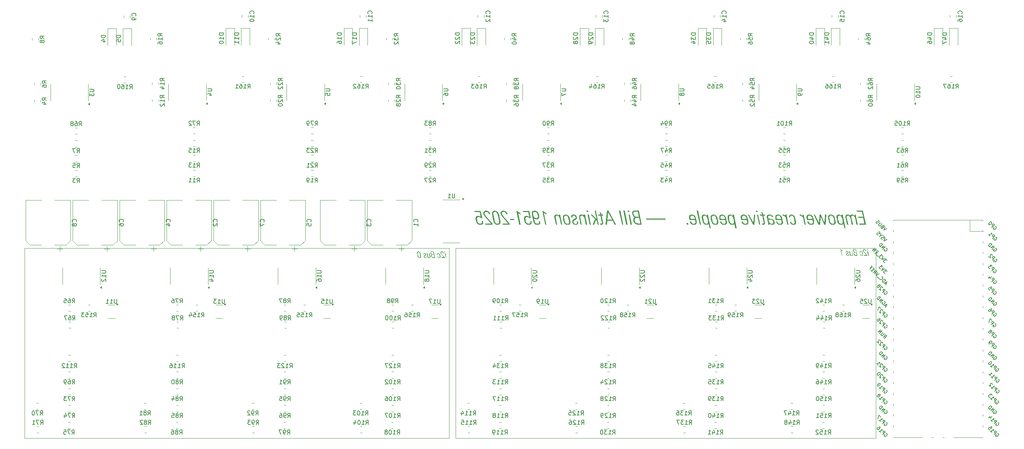
<source format=gbr>
%TF.GenerationSoftware,KiCad,Pcbnew,9.0.0*%
%TF.CreationDate,2025-06-12T15:06:47-04:00*%
%TF.ProjectId,Oblique Palette 0.5.1 PCB Main,4f626c69-7175-4652-9050-616c65747465,rev?*%
%TF.SameCoordinates,Original*%
%TF.FileFunction,Legend,Bot*%
%TF.FilePolarity,Positive*%
%FSLAX46Y46*%
G04 Gerber Fmt 4.6, Leading zero omitted, Abs format (unit mm)*
G04 Created by KiCad (PCBNEW 9.0.0) date 2025-06-12 15:06:47*
%MOMM*%
%LPD*%
G01*
G04 APERTURE LIST*
%ADD10C,0.300000*%
%ADD11C,0.100000*%
%ADD12C,0.150000*%
%ADD13C,0.120000*%
G04 APERTURE END LIST*
D10*
G36*
X167749956Y-71676341D02*
G01*
X163187057Y-71676341D01*
X163137842Y-71445348D01*
X167700741Y-71445348D01*
X167749956Y-71676341D01*
G37*
G36*
X162132508Y-72857500D02*
G01*
X161196432Y-72857500D01*
X161066708Y-72851179D01*
X160944802Y-72832337D01*
X160834957Y-72802551D01*
X160732518Y-72761495D01*
X160639453Y-72710520D01*
X160553644Y-72649041D01*
X160403890Y-72494895D01*
X160281662Y-72295223D01*
X160188532Y-72043543D01*
X160162323Y-71935910D01*
X160134445Y-71772446D01*
X160132592Y-71740730D01*
X160443270Y-71740730D01*
X160470908Y-71955953D01*
X160505408Y-72087478D01*
X160549348Y-72201741D01*
X160597167Y-72290450D01*
X160653096Y-72366543D01*
X160713812Y-72427602D01*
X160782213Y-72478427D01*
X160944920Y-72552172D01*
X161158445Y-72592345D01*
X161316889Y-72599121D01*
X161773120Y-72599121D01*
X161491126Y-71274485D01*
X160904714Y-71274485D01*
X160803365Y-71280640D01*
X160717017Y-71298323D01*
X160647437Y-71324980D01*
X160589769Y-71360104D01*
X160506196Y-71452230D01*
X160457334Y-71576613D01*
X160443270Y-71740730D01*
X160132592Y-71740730D01*
X160125771Y-71624014D01*
X160133793Y-71523534D01*
X160155753Y-71432638D01*
X160186228Y-71363598D01*
X160228484Y-71302081D01*
X160279071Y-71251897D01*
X160341225Y-71208725D01*
X160505021Y-71143845D01*
X160536663Y-71136284D01*
X160422211Y-71100215D01*
X160321708Y-71055138D01*
X160238871Y-71004322D01*
X160167655Y-70946113D01*
X160053963Y-70806274D01*
X159966554Y-70621297D01*
X159892831Y-70350316D01*
X159867861Y-70202655D01*
X159865539Y-70166724D01*
X160173866Y-70166724D01*
X160194460Y-70336930D01*
X160199433Y-70361231D01*
X160235836Y-70500161D01*
X160284790Y-70627725D01*
X160335875Y-70722994D01*
X160397394Y-70807347D01*
X160460467Y-70871120D01*
X160532726Y-70924494D01*
X160608402Y-70963859D01*
X160692890Y-70992717D01*
X160884274Y-71015908D01*
X161435958Y-71015908D01*
X161179961Y-69813913D01*
X160607242Y-69813913D01*
X160432185Y-69823276D01*
X160349648Y-69843727D01*
X160277358Y-69882465D01*
X160220504Y-69945324D01*
X160184277Y-70038133D01*
X160173866Y-70166724D01*
X159865539Y-70166724D01*
X159859422Y-70072078D01*
X159865536Y-69970366D01*
X159884214Y-69881015D01*
X159912044Y-69809959D01*
X159950052Y-69748437D01*
X160052072Y-69655147D01*
X160197726Y-69591750D01*
X160404892Y-69558549D01*
X160509407Y-69555336D01*
X161429012Y-69555336D01*
X162132508Y-72857500D01*
G37*
G36*
X159513995Y-72857500D02*
G01*
X159021648Y-70545985D01*
X159307610Y-70545985D01*
X159799958Y-72857500D01*
X159513995Y-72857500D01*
G37*
G36*
X158855150Y-69913931D02*
G01*
X158778550Y-69555336D01*
X159128412Y-69555336D01*
X159205013Y-69913931D01*
X158855150Y-69913931D01*
G37*
G36*
X158504296Y-72857500D02*
G01*
X157800800Y-69555336D01*
X158086762Y-69555336D01*
X158790258Y-72857500D01*
X158504296Y-72857500D01*
G37*
G36*
X157494596Y-72857500D02*
G01*
X156791100Y-69555336D01*
X157077062Y-69555336D01*
X157780558Y-72857500D01*
X157494596Y-72857500D01*
G37*
G36*
X156073118Y-72857500D02*
G01*
X155767509Y-72857500D01*
X155324177Y-71993857D01*
X154046375Y-71993857D01*
X153966401Y-72857500D01*
X153648885Y-72857500D01*
X153758997Y-71735478D01*
X154072372Y-71735478D01*
X155179112Y-71735478D01*
X154234386Y-69887870D01*
X154072372Y-71735478D01*
X153758997Y-71735478D01*
X153972950Y-69555336D01*
X154328369Y-69555336D01*
X156073118Y-72857500D01*
G37*
G36*
X152717969Y-70777176D02*
G01*
X153067038Y-72416153D01*
X153083864Y-72527704D01*
X153082351Y-72625100D01*
X153067672Y-72688307D01*
X153040203Y-72742718D01*
X153004860Y-72782810D01*
X152958207Y-72815657D01*
X152826102Y-72858998D01*
X152678081Y-72870200D01*
X152410574Y-72856110D01*
X152357192Y-72606067D01*
X152582231Y-72620950D01*
X152677945Y-72613634D01*
X152739926Y-72587817D01*
X152762060Y-72561986D01*
X152774930Y-72526786D01*
X152774512Y-72410482D01*
X152745553Y-72250052D01*
X152431808Y-70777176D01*
X151967640Y-70777176D01*
X151918425Y-70545985D01*
X152382593Y-70545985D01*
X152255785Y-69950643D01*
X152568340Y-70074673D01*
X152668754Y-70545985D01*
X153037271Y-70545985D01*
X153086485Y-70777176D01*
X152717969Y-70777176D01*
G37*
G36*
X152051980Y-72857500D02*
G01*
X151765819Y-72857500D01*
X151499304Y-71606686D01*
X151499701Y-71606686D01*
X150947223Y-72857500D01*
X150587240Y-72857500D01*
X151187146Y-71578903D01*
X150146687Y-70545985D01*
X150483254Y-70545985D01*
X151491366Y-71562035D01*
X151489778Y-71562035D01*
X151062323Y-69555336D01*
X151348484Y-69555336D01*
X152051980Y-72857500D01*
G37*
G36*
X149915496Y-72857500D02*
G01*
X149423148Y-70545985D01*
X149709111Y-70545985D01*
X150201458Y-72857500D01*
X149915496Y-72857500D01*
G37*
G36*
X149256651Y-69913931D02*
G01*
X149180050Y-69555336D01*
X149529913Y-69555336D01*
X149606513Y-69913931D01*
X149256651Y-69913931D01*
G37*
G36*
X148689488Y-71414589D02*
G01*
X148654555Y-71280250D01*
X148611542Y-71163148D01*
X148561945Y-71063194D01*
X148506446Y-70978461D01*
X148445635Y-70907655D01*
X148380909Y-70850530D01*
X148239391Y-70772135D01*
X148085786Y-70739976D01*
X148054655Y-70739074D01*
X147973688Y-70745246D01*
X147905714Y-70763046D01*
X147852678Y-70789622D01*
X147809940Y-70824738D01*
X147752045Y-70918908D01*
X147728007Y-71052060D01*
X147747856Y-71248489D01*
X148090773Y-72857500D01*
X147804612Y-72857500D01*
X147459710Y-71237574D01*
X147430804Y-71057838D01*
X147432037Y-70872835D01*
X147450133Y-70788749D01*
X147483069Y-70711153D01*
X147522132Y-70655070D01*
X147573821Y-70606128D01*
X147633235Y-70568758D01*
X147705332Y-70539438D01*
X147891109Y-70508968D01*
X147939953Y-70507883D01*
X148116749Y-70531965D01*
X148288799Y-70604236D01*
X148460604Y-70728932D01*
X148567443Y-70835321D01*
X148565856Y-70835321D01*
X148504337Y-70545985D01*
X148790498Y-70545985D01*
X149282846Y-72857500D01*
X148996685Y-72857500D01*
X148689488Y-71414589D01*
G37*
G36*
X145834030Y-72253029D02*
G01*
X145818785Y-72151958D01*
X145817631Y-72061655D01*
X145828785Y-71982901D01*
X145850769Y-71912637D01*
X145925721Y-71789598D01*
X146047192Y-71678996D01*
X146262382Y-71548888D01*
X146414255Y-71461002D01*
X146538204Y-71361282D01*
X146582816Y-71302280D01*
X146612178Y-71234672D01*
X146623534Y-71156578D01*
X146614126Y-71066116D01*
X146561597Y-70935003D01*
X146468495Y-70831035D01*
X146341483Y-70762386D01*
X146199173Y-70739074D01*
X146100965Y-70745424D01*
X146023436Y-70764473D01*
X145973663Y-70789846D01*
X145935882Y-70823917D01*
X145893562Y-70912799D01*
X145885235Y-71051885D01*
X145901304Y-71184787D01*
X145620104Y-71184787D01*
X145599809Y-71057689D01*
X145595539Y-70936790D01*
X145605722Y-70843982D01*
X145629689Y-70759079D01*
X145661919Y-70694315D01*
X145705890Y-70637511D01*
X145756885Y-70593537D01*
X145818924Y-70557810D01*
X145975850Y-70514570D01*
X146084470Y-70507883D01*
X146223207Y-70514433D01*
X146354152Y-70534878D01*
X146460568Y-70564926D01*
X146558809Y-70607203D01*
X146639060Y-70656142D01*
X146711134Y-70716109D01*
X146770415Y-70782609D01*
X146821272Y-70859698D01*
X146862236Y-70945698D01*
X146893986Y-71042684D01*
X146904256Y-71085960D01*
X146919242Y-71185836D01*
X146920163Y-71275069D01*
X146908805Y-71352933D01*
X146886640Y-71422441D01*
X146811164Y-71544664D01*
X146688388Y-71655644D01*
X146485146Y-71780469D01*
X146330537Y-71872388D01*
X146204023Y-71977493D01*
X146158540Y-72039981D01*
X146128767Y-72111753D01*
X146117598Y-72194804D01*
X146127930Y-72291131D01*
X146154574Y-72385459D01*
X146191888Y-72468187D01*
X146235257Y-72533049D01*
X146287567Y-72587377D01*
X146345386Y-72628736D01*
X146411279Y-72659907D01*
X146567346Y-72690242D01*
X146599441Y-72691002D01*
X146695431Y-72684742D01*
X146772948Y-72666325D01*
X146826672Y-72640706D01*
X146868323Y-72606582D01*
X146918029Y-72518188D01*
X146933047Y-72387570D01*
X146903066Y-72167895D01*
X147193791Y-72167895D01*
X147219556Y-72313355D01*
X147228138Y-72442907D01*
X147221548Y-72539837D01*
X147201900Y-72625452D01*
X147173402Y-72691629D01*
X147134172Y-72748994D01*
X147029178Y-72833703D01*
X146877499Y-72887788D01*
X146656793Y-72908302D01*
X146534343Y-72901959D01*
X146419767Y-72882956D01*
X146318912Y-72853322D01*
X146225900Y-72812403D01*
X146144331Y-72762533D01*
X146070676Y-72702324D01*
X146006346Y-72633139D01*
X145950295Y-72554035D01*
X145863775Y-72364585D01*
X145834030Y-72253029D01*
G37*
G36*
X144378256Y-70514183D02*
G01*
X144492311Y-70532876D01*
X144596134Y-70562662D01*
X144692936Y-70603605D01*
X144864499Y-70716983D01*
X145010801Y-70874340D01*
X145132706Y-71080667D01*
X145227871Y-71343204D01*
X145255953Y-71459041D01*
X145361527Y-71954564D01*
X145388703Y-72112415D01*
X145400084Y-72257600D01*
X145396644Y-72376998D01*
X145380079Y-72485335D01*
X145353610Y-72573613D01*
X145316123Y-72652219D01*
X145271186Y-72716496D01*
X145216490Y-72771908D01*
X145081143Y-72853703D01*
X144902505Y-72899770D01*
X144765391Y-72908302D01*
X144643830Y-72902003D01*
X144529710Y-72883308D01*
X144425843Y-72853524D01*
X144329004Y-72812583D01*
X144157397Y-72699219D01*
X144011062Y-72541886D01*
X143889120Y-72335580D01*
X143793892Y-72073036D01*
X143765812Y-71957342D01*
X143660238Y-71461820D01*
X143633110Y-71303947D01*
X143621772Y-71158735D01*
X143624506Y-71064798D01*
X143926076Y-71064798D01*
X143927446Y-71278219D01*
X143979311Y-71614110D01*
X143997995Y-71704521D01*
X144070138Y-72004282D01*
X144155621Y-72255280D01*
X144211683Y-72370463D01*
X144276271Y-72468618D01*
X144336613Y-72535720D01*
X144404617Y-72590394D01*
X144473618Y-72628836D01*
X144550287Y-72656351D01*
X144718756Y-72677309D01*
X144811735Y-72671020D01*
X144889969Y-72652395D01*
X144948212Y-72625560D01*
X144995978Y-72589397D01*
X145061393Y-72493016D01*
X145095516Y-72351234D01*
X145094085Y-72137207D01*
X145042069Y-71799847D01*
X145022976Y-71707299D01*
X144951123Y-71409341D01*
X144865779Y-71159513D01*
X144809731Y-71044759D01*
X144745116Y-70946924D01*
X144684714Y-70880016D01*
X144616622Y-70825498D01*
X144547514Y-70787177D01*
X144470714Y-70759780D01*
X144303207Y-70739074D01*
X144210186Y-70745362D01*
X144131915Y-70763973D01*
X144073596Y-70790801D01*
X144025770Y-70826946D01*
X143960258Y-70923253D01*
X143926076Y-71064798D01*
X143624506Y-71064798D01*
X143625248Y-71039316D01*
X143641847Y-70930955D01*
X143668344Y-70842658D01*
X143705860Y-70764032D01*
X143750822Y-70699740D01*
X143805542Y-70644314D01*
X143940933Y-70562499D01*
X144119606Y-70516421D01*
X144256771Y-70507883D01*
X144378256Y-70514183D01*
G37*
G36*
X142882126Y-71414589D02*
G01*
X142847193Y-71280250D01*
X142804180Y-71163148D01*
X142754583Y-71063194D01*
X142699084Y-70978461D01*
X142638273Y-70907655D01*
X142573547Y-70850530D01*
X142432029Y-70772135D01*
X142278423Y-70739976D01*
X142247293Y-70739074D01*
X142166326Y-70745246D01*
X142098352Y-70763046D01*
X142045316Y-70789622D01*
X142002578Y-70824738D01*
X141944683Y-70918908D01*
X141920645Y-71052060D01*
X141940494Y-71248489D01*
X142283411Y-72857500D01*
X141997250Y-72857500D01*
X141652348Y-71237574D01*
X141623442Y-71057838D01*
X141624675Y-70872835D01*
X141642771Y-70788749D01*
X141675707Y-70711153D01*
X141714769Y-70655070D01*
X141766459Y-70606128D01*
X141825873Y-70568758D01*
X141897970Y-70539438D01*
X142083747Y-70508968D01*
X142132591Y-70507883D01*
X142309387Y-70531965D01*
X142481437Y-70604236D01*
X142653241Y-70728932D01*
X142760081Y-70835321D01*
X142758493Y-70835321D01*
X142696975Y-70545985D01*
X142983136Y-70545985D01*
X143475484Y-72857500D01*
X143189323Y-72857500D01*
X142882126Y-71414589D01*
G37*
G36*
X139816512Y-70499549D02*
G01*
X139405255Y-70234903D01*
X139167192Y-70056416D01*
X139763924Y-72857500D01*
X139477762Y-72857500D01*
X138798676Y-69669642D01*
X139064000Y-69669642D01*
X139317023Y-69884620D01*
X139652896Y-70111397D01*
X139746063Y-70168538D01*
X139816512Y-70499549D01*
G37*
G36*
X137147784Y-69625087D02*
G01*
X137266804Y-69643422D01*
X137372376Y-69672262D01*
X137468419Y-69711389D01*
X137634079Y-69818363D01*
X137772257Y-69965970D01*
X137887933Y-70161732D01*
X137983061Y-70419197D01*
X138027708Y-70598971D01*
X138063681Y-70799340D01*
X138080708Y-70977154D01*
X138079779Y-71105558D01*
X138064882Y-71219113D01*
X138040530Y-71304677D01*
X138005077Y-71379426D01*
X137962900Y-71438021D01*
X137910943Y-71487751D01*
X137779380Y-71559719D01*
X137596331Y-71598991D01*
X137474238Y-71604702D01*
X137364092Y-71598231D01*
X137254187Y-71578339D01*
X137152054Y-71546534D01*
X137053154Y-71501474D01*
X136964639Y-71446626D01*
X136881466Y-71379081D01*
X136831960Y-71329171D01*
X136873347Y-71505522D01*
X137006455Y-72039139D01*
X137072644Y-72237206D01*
X137147820Y-72393104D01*
X137238906Y-72509580D01*
X137352825Y-72589379D01*
X137496500Y-72635245D01*
X137676853Y-72649924D01*
X137772568Y-72643644D01*
X137852556Y-72625087D01*
X137910959Y-72598630D01*
X137957878Y-72563106D01*
X138017108Y-72471338D01*
X138039498Y-72341497D01*
X138015206Y-72139120D01*
X138319624Y-72139120D01*
X138340790Y-72287101D01*
X138345473Y-72417852D01*
X138336153Y-72516817D01*
X138314341Y-72603793D01*
X138283998Y-72671929D01*
X138243358Y-72730918D01*
X138135673Y-72819644D01*
X137981431Y-72878851D01*
X137759808Y-72907068D01*
X137692927Y-72908302D01*
X137546750Y-72901909D01*
X137416167Y-72882561D01*
X137311502Y-72854065D01*
X137217352Y-72814814D01*
X137136798Y-72767396D01*
X137064099Y-72709951D01*
X136937193Y-72561566D01*
X136824445Y-72350768D01*
X136715359Y-72038710D01*
X136589870Y-71531451D01*
X136528835Y-71249084D01*
X136445289Y-70857151D01*
X136384520Y-70554535D01*
X136347107Y-70289052D01*
X136346449Y-70169381D01*
X136645790Y-70169381D01*
X136649604Y-70344443D01*
X136702278Y-70635485D01*
X136735266Y-70769578D01*
X136793719Y-70931993D01*
X136888194Y-71096511D01*
X136952238Y-71171365D01*
X137029246Y-71236914D01*
X137103737Y-71281795D01*
X137188764Y-71316197D01*
X137276459Y-71336915D01*
X137374182Y-71345870D01*
X137394463Y-71346125D01*
X137482691Y-71339947D01*
X137556927Y-71322101D01*
X137614982Y-71295526D01*
X137662321Y-71260367D01*
X137728798Y-71166398D01*
X137763586Y-71032860D01*
X137763307Y-70844190D01*
X137724084Y-70601749D01*
X137673003Y-70401939D01*
X137599806Y-70216600D01*
X137545820Y-70124395D01*
X137480395Y-70043309D01*
X137416845Y-69986605D01*
X137343547Y-69940347D01*
X137267628Y-69908447D01*
X137182209Y-69887277D01*
X137060674Y-69877416D01*
X136952445Y-69883620D01*
X136863321Y-69901647D01*
X136797766Y-69927457D01*
X136745474Y-69961601D01*
X136677781Y-70048646D01*
X136645790Y-70169381D01*
X136346449Y-70169381D01*
X136345868Y-70063591D01*
X136362820Y-69966771D01*
X136393623Y-69881038D01*
X136430351Y-69819251D01*
X136478358Y-69765365D01*
X136603116Y-69685767D01*
X136784146Y-69635370D01*
X137017611Y-69618839D01*
X137147784Y-69625087D01*
G37*
G36*
X135138712Y-70812698D02*
G01*
X135261707Y-70819154D01*
X135370349Y-70838939D01*
X135546594Y-70909936D01*
X135739015Y-71040119D01*
X135502069Y-69928219D01*
X134314560Y-69928219D01*
X134259392Y-69669642D01*
X135733062Y-69669642D01*
X136102571Y-71404071D01*
X135826530Y-71404071D01*
X135749799Y-71282287D01*
X135629119Y-71179770D01*
X135467981Y-71104696D01*
X135286935Y-71071743D01*
X135263932Y-71071275D01*
X135162591Y-71077472D01*
X135077926Y-71095450D01*
X135013511Y-71121699D01*
X134961264Y-71156476D01*
X134890288Y-71246852D01*
X134853488Y-71372810D01*
X134851681Y-71552067D01*
X134901964Y-71856928D01*
X134962779Y-72095216D01*
X135053953Y-72318246D01*
X135110712Y-72409432D01*
X135178786Y-72489547D01*
X135244559Y-72545569D01*
X135319927Y-72590985D01*
X135397461Y-72621891D01*
X135484267Y-72641851D01*
X135593752Y-72649924D01*
X135700416Y-72643610D01*
X135789965Y-72624815D01*
X135854828Y-72598279D01*
X135907481Y-72562489D01*
X135945965Y-72520890D01*
X135974542Y-72471486D01*
X136003712Y-72344962D01*
X135991325Y-72164135D01*
X135974771Y-72084547D01*
X136278990Y-72084547D01*
X136305792Y-72224673D01*
X136316431Y-72351185D01*
X136312335Y-72453513D01*
X136295422Y-72545097D01*
X136268664Y-72619950D01*
X136231269Y-72685929D01*
X136129474Y-72788494D01*
X135985143Y-72860538D01*
X135785143Y-72901544D01*
X135641577Y-72908302D01*
X135515391Y-72902084D01*
X135399548Y-72883960D01*
X135294482Y-72855037D01*
X135198622Y-72815976D01*
X135029719Y-72708154D01*
X134886266Y-72559202D01*
X134764635Y-72363225D01*
X134663797Y-72110420D01*
X134598538Y-71859706D01*
X134591702Y-71827769D01*
X134534610Y-71505990D01*
X134526650Y-71336621D01*
X134547282Y-71175190D01*
X134571804Y-71100636D01*
X134607655Y-71031889D01*
X134656228Y-70970223D01*
X134718917Y-70916912D01*
X134797117Y-70873230D01*
X134892220Y-70840451D01*
X135005620Y-70819849D01*
X135138712Y-70812698D01*
G37*
G36*
X133758312Y-70499549D02*
G01*
X133347055Y-70234903D01*
X133108993Y-70056416D01*
X133705724Y-72857500D01*
X133419563Y-72857500D01*
X132740476Y-69669642D01*
X133005800Y-69669642D01*
X133258823Y-69884620D01*
X133594697Y-70111397D01*
X133687864Y-70168538D01*
X133758312Y-70499549D01*
G37*
G36*
X131311259Y-71777946D02*
G01*
X131253312Y-71506073D01*
X132185419Y-71506073D01*
X132243366Y-71777946D01*
X131311259Y-71777946D01*
G37*
G36*
X129521661Y-72599121D02*
G01*
X130812164Y-72599121D01*
X130238335Y-71948300D01*
X129681433Y-71313837D01*
X129329345Y-70882944D01*
X129214033Y-70716894D01*
X129130638Y-70569407D01*
X129072729Y-70429705D01*
X129033877Y-70287011D01*
X129017172Y-70178916D01*
X129014897Y-70082584D01*
X129025182Y-70000588D01*
X129046614Y-69928320D01*
X129118503Y-69810987D01*
X129229305Y-69721652D01*
X129384980Y-69657796D01*
X129592930Y-69623100D01*
X129709392Y-69618839D01*
X129828327Y-69625487D01*
X129950782Y-69646619D01*
X130061455Y-69679459D01*
X130170428Y-69726750D01*
X130264996Y-69782552D01*
X130354907Y-69851970D01*
X130432108Y-69928593D01*
X130502853Y-70018239D01*
X130562830Y-70115853D01*
X130614899Y-70226430D01*
X130684562Y-70456089D01*
X130398599Y-70456089D01*
X130368877Y-70347381D01*
X130327822Y-70246519D01*
X130278390Y-70158959D01*
X130219150Y-70081009D01*
X130154636Y-70017494D01*
X130081843Y-69964579D01*
X130005340Y-69925105D01*
X129921741Y-69896933D01*
X129761584Y-69877416D01*
X129614836Y-69886237D01*
X129484190Y-69922584D01*
X129430545Y-69955245D01*
X129386717Y-70000028D01*
X129358744Y-70048711D01*
X129340372Y-70108435D01*
X129336936Y-70263510D01*
X129350996Y-70348133D01*
X129410914Y-70511623D01*
X129551515Y-70742926D01*
X129822055Y-71089989D01*
X130404875Y-71751560D01*
X131148929Y-72593366D01*
X131205089Y-72857500D01*
X129576829Y-72857500D01*
X129521661Y-72599121D01*
G37*
G36*
X127786581Y-69625056D02*
G01*
X127903520Y-69643172D01*
X128008144Y-69671856D01*
X128102944Y-69710534D01*
X128267782Y-69816696D01*
X128406464Y-69963344D01*
X128524493Y-70158136D01*
X128625713Y-70415827D01*
X128717360Y-70767508D01*
X128749835Y-70917772D01*
X128749899Y-70918074D01*
X128896552Y-71606488D01*
X128896803Y-71607668D01*
X128980816Y-72062699D01*
X128997025Y-72281496D01*
X128980572Y-72481813D01*
X128956473Y-72572074D01*
X128919859Y-72654153D01*
X128869280Y-72726862D01*
X128803287Y-72789014D01*
X128720431Y-72839421D01*
X128619260Y-72876897D01*
X128498327Y-72900253D01*
X128356180Y-72908302D01*
X128227790Y-72902085D01*
X128110804Y-72883970D01*
X128006138Y-72855285D01*
X127911300Y-72816607D01*
X127746403Y-72710450D01*
X127607682Y-72563821D01*
X127489636Y-72369076D01*
X127388432Y-72111493D01*
X127296878Y-71760087D01*
X127264323Y-71609266D01*
X127117670Y-70920852D01*
X127117640Y-70920711D01*
X127033425Y-70465393D01*
X127027805Y-70389881D01*
X127324079Y-70389881D01*
X127361959Y-70640049D01*
X127627084Y-71884512D01*
X127668508Y-72049608D01*
X127716033Y-72189217D01*
X127767396Y-72303036D01*
X127822688Y-72396526D01*
X127880797Y-72471466D01*
X127940953Y-72530122D01*
X128068909Y-72608640D01*
X128208939Y-72644747D01*
X128303790Y-72649924D01*
X128432274Y-72638816D01*
X128496702Y-72619579D01*
X128557008Y-72586464D01*
X128601665Y-72545865D01*
X128639464Y-72491198D01*
X128666391Y-72427422D01*
X128684735Y-72348729D01*
X128689937Y-72137361D01*
X128652065Y-71887291D01*
X128386939Y-70642827D01*
X128345515Y-70477732D01*
X128297992Y-70338123D01*
X128246628Y-70224298D01*
X128191336Y-70130805D01*
X128133227Y-70055860D01*
X128073074Y-69997200D01*
X127945132Y-69918683D01*
X127805145Y-69882586D01*
X127710432Y-69877416D01*
X127581851Y-69888524D01*
X127517390Y-69907760D01*
X127457059Y-69940876D01*
X127412392Y-69981468D01*
X127374585Y-70036126D01*
X127347652Y-70099888D01*
X127329300Y-70178561D01*
X127324079Y-70389881D01*
X127027805Y-70389881D01*
X127017125Y-70246394D01*
X127033515Y-70045863D01*
X127057598Y-69955499D01*
X127094208Y-69873322D01*
X127144798Y-69800522D01*
X127210818Y-69738290D01*
X127293721Y-69687815D01*
X127394958Y-69650289D01*
X127515980Y-69626900D01*
X127658241Y-69618839D01*
X127786581Y-69625056D01*
G37*
G36*
X125482861Y-72599121D02*
G01*
X126773364Y-72599121D01*
X126199535Y-71948300D01*
X125642633Y-71313837D01*
X125290545Y-70882944D01*
X125175234Y-70716894D01*
X125091838Y-70569407D01*
X125033929Y-70429705D01*
X124995078Y-70287011D01*
X124978373Y-70178916D01*
X124976097Y-70082584D01*
X124986383Y-70000588D01*
X125007814Y-69928320D01*
X125079703Y-69810987D01*
X125190505Y-69721652D01*
X125346180Y-69657796D01*
X125554131Y-69623100D01*
X125670592Y-69618839D01*
X125789527Y-69625487D01*
X125911982Y-69646619D01*
X126022656Y-69679459D01*
X126131629Y-69726750D01*
X126226197Y-69782552D01*
X126316107Y-69851970D01*
X126393309Y-69928593D01*
X126464054Y-70018239D01*
X126524031Y-70115853D01*
X126576099Y-70226430D01*
X126645762Y-70456089D01*
X126359800Y-70456089D01*
X126330078Y-70347381D01*
X126289022Y-70246519D01*
X126239590Y-70158959D01*
X126180350Y-70081009D01*
X126115836Y-70017494D01*
X126043043Y-69964579D01*
X125966540Y-69925105D01*
X125882942Y-69896933D01*
X125722784Y-69877416D01*
X125576037Y-69886237D01*
X125445390Y-69922584D01*
X125391745Y-69955245D01*
X125347917Y-70000028D01*
X125319944Y-70048711D01*
X125301572Y-70108435D01*
X125298136Y-70263510D01*
X125312196Y-70348133D01*
X125372114Y-70511623D01*
X125512716Y-70742926D01*
X125783255Y-71089989D01*
X126366076Y-71751560D01*
X127110129Y-72593366D01*
X127166290Y-72857500D01*
X125538029Y-72857500D01*
X125482861Y-72599121D01*
G37*
G36*
X123778000Y-70812698D02*
G01*
X123900995Y-70819154D01*
X124009637Y-70838939D01*
X124185882Y-70909936D01*
X124378303Y-71040119D01*
X124141357Y-69928219D01*
X122953849Y-69928219D01*
X122898680Y-69669642D01*
X124372350Y-69669642D01*
X124741859Y-71404071D01*
X124465819Y-71404071D01*
X124389087Y-71282287D01*
X124268407Y-71179770D01*
X124107269Y-71104696D01*
X123926223Y-71071743D01*
X123903220Y-71071275D01*
X123801880Y-71077472D01*
X123717214Y-71095450D01*
X123652800Y-71121699D01*
X123600552Y-71156476D01*
X123529576Y-71246852D01*
X123492776Y-71372810D01*
X123490969Y-71552067D01*
X123541253Y-71856928D01*
X123602068Y-72095216D01*
X123693241Y-72318246D01*
X123750001Y-72409432D01*
X123818074Y-72489547D01*
X123883847Y-72545569D01*
X123959215Y-72590985D01*
X124036750Y-72621891D01*
X124123555Y-72641851D01*
X124233040Y-72649924D01*
X124339704Y-72643610D01*
X124429253Y-72624815D01*
X124494116Y-72598279D01*
X124546769Y-72562489D01*
X124585253Y-72520890D01*
X124613830Y-72471486D01*
X124643000Y-72344962D01*
X124630613Y-72164135D01*
X124614059Y-72084547D01*
X124918278Y-72084547D01*
X124945080Y-72224673D01*
X124955719Y-72351185D01*
X124951623Y-72453513D01*
X124934710Y-72545097D01*
X124907952Y-72619950D01*
X124870558Y-72685929D01*
X124768762Y-72788494D01*
X124624431Y-72860538D01*
X124424431Y-72901544D01*
X124280866Y-72908302D01*
X124154679Y-72902084D01*
X124038836Y-72883960D01*
X123933770Y-72855037D01*
X123837910Y-72815976D01*
X123669007Y-72708154D01*
X123525554Y-72559202D01*
X123403923Y-72363225D01*
X123303085Y-72110420D01*
X123237827Y-71859706D01*
X123230991Y-71827769D01*
X123173898Y-71505990D01*
X123165939Y-71336621D01*
X123186570Y-71175190D01*
X123211092Y-71100636D01*
X123246943Y-71031889D01*
X123295516Y-70970223D01*
X123358205Y-70916912D01*
X123436405Y-70873230D01*
X123531508Y-70840451D01*
X123644909Y-70819849D01*
X123778000Y-70812698D01*
G37*
D11*
X118500000Y-78410000D02*
X217000000Y-78410000D01*
X217000000Y-122910000D01*
X118500000Y-122910000D01*
X118500000Y-78410000D01*
X17500000Y-78410000D02*
X117000000Y-78410000D01*
X117000000Y-122910000D01*
X17500000Y-122910000D01*
X17500000Y-78410000D01*
D10*
G36*
X116198665Y-80655000D02*
G01*
X115971427Y-79588147D01*
X116103410Y-79588147D01*
X116330648Y-80655000D01*
X116198665Y-80655000D01*
G37*
G36*
X115894583Y-79296429D02*
G01*
X115859228Y-79130924D01*
X116020703Y-79130924D01*
X116056058Y-79296429D01*
X115894583Y-79296429D01*
G37*
G36*
X115175867Y-80535748D02*
G01*
X115771484Y-80535748D01*
X115506640Y-80235369D01*
X115249609Y-79942540D01*
X115087106Y-79743666D01*
X115033886Y-79667028D01*
X114995395Y-79598957D01*
X114968668Y-79534479D01*
X114950737Y-79468620D01*
X114943027Y-79418730D01*
X114941976Y-79374269D01*
X114946724Y-79336425D01*
X114956615Y-79303070D01*
X114989794Y-79248917D01*
X115040934Y-79207685D01*
X115112784Y-79178213D01*
X115208761Y-79162200D01*
X115262513Y-79160233D01*
X115317406Y-79163301D01*
X115373923Y-79173054D01*
X115425003Y-79188212D01*
X115475299Y-79210038D01*
X115518945Y-79235793D01*
X115560442Y-79267832D01*
X115596074Y-79303197D01*
X115628725Y-79344572D01*
X115656407Y-79389624D01*
X115680439Y-79440660D01*
X115712591Y-79546656D01*
X115580608Y-79546656D01*
X115566890Y-79496483D01*
X115547942Y-79449932D01*
X115525127Y-79409519D01*
X115497786Y-79373542D01*
X115468010Y-79344228D01*
X115434413Y-79319805D01*
X115399104Y-79301586D01*
X115360520Y-79288584D01*
X115286601Y-79279576D01*
X115218872Y-79283648D01*
X115158573Y-79300423D01*
X115133814Y-79315497D01*
X115113586Y-79336167D01*
X115100675Y-79358636D01*
X115092196Y-79386201D01*
X115090610Y-79457774D01*
X115097099Y-79496830D01*
X115124754Y-79572287D01*
X115189646Y-79679042D01*
X115314511Y-79839225D01*
X115583505Y-80144566D01*
X115926914Y-80533092D01*
X115952834Y-80655000D01*
X115201330Y-80655000D01*
X115175867Y-80535748D01*
G37*
G36*
X114209856Y-79901846D02*
G01*
X114198052Y-79845137D01*
X114193426Y-79793952D01*
X114195294Y-79751047D01*
X114202864Y-79712857D01*
X114215075Y-79680915D01*
X114231940Y-79653128D01*
X114278073Y-79610230D01*
X114342593Y-79582221D01*
X114429156Y-79570660D01*
X114438834Y-79570561D01*
X114496073Y-79573589D01*
X114551510Y-79583060D01*
X114599090Y-79597430D01*
X114644537Y-79617809D01*
X114684453Y-79642416D01*
X114721993Y-79672865D01*
X114755645Y-79708007D01*
X114786617Y-79749163D01*
X114804374Y-79777832D01*
X114841683Y-79866059D01*
X114887435Y-80026483D01*
X114910803Y-80129175D01*
X114947049Y-80325664D01*
X114953334Y-80418244D01*
X114945024Y-80502180D01*
X114933823Y-80539765D01*
X114917088Y-80573819D01*
X114894190Y-80603887D01*
X114864499Y-80629511D01*
X114827388Y-80650236D01*
X114782229Y-80665604D01*
X114728391Y-80675160D01*
X114665247Y-80678447D01*
X114617069Y-80674969D01*
X114559800Y-80662348D01*
X114514160Y-80645109D01*
X114468044Y-80619666D01*
X114431372Y-80591859D01*
X114396730Y-80556946D01*
X114368550Y-80519440D01*
X114343534Y-80475253D01*
X114323589Y-80427243D01*
X114307691Y-80372474D01*
X114300806Y-80338827D01*
X114432514Y-80338827D01*
X114462102Y-80431784D01*
X114481647Y-80471937D01*
X114506234Y-80506615D01*
X114530597Y-80529873D01*
X114559854Y-80548497D01*
X114591275Y-80560985D01*
X114627881Y-80568883D01*
X114673124Y-80571835D01*
X114706226Y-80568979D01*
X114733973Y-80560715D01*
X114755681Y-80548293D01*
X114773232Y-80531799D01*
X114798002Y-80485589D01*
X114809460Y-80415847D01*
X114804150Y-80312340D01*
X114770760Y-80130457D01*
X114712691Y-79907039D01*
X114670560Y-79797524D01*
X114648858Y-79764861D01*
X114623599Y-79737053D01*
X114595023Y-79714091D01*
X114563934Y-79696490D01*
X114530916Y-79684458D01*
X114496510Y-79678186D01*
X114477119Y-79677265D01*
X114436091Y-79680146D01*
X114402232Y-79688588D01*
X114377667Y-79700648D01*
X114358331Y-79716726D01*
X114334775Y-79758563D01*
X114328224Y-79818433D01*
X114341839Y-79901846D01*
X114209856Y-79901846D01*
G37*
G36*
X113677621Y-80655000D02*
G01*
X113245586Y-80655000D01*
X113185713Y-80652082D01*
X113129449Y-80643386D01*
X113078751Y-80629639D01*
X113031471Y-80610690D01*
X112988518Y-80587163D01*
X112948914Y-80558788D01*
X112879797Y-80487644D01*
X112823384Y-80395487D01*
X112780401Y-80279327D01*
X112768305Y-80229651D01*
X112755438Y-80154206D01*
X112754583Y-80139568D01*
X112897973Y-80139568D01*
X112910729Y-80238901D01*
X112926652Y-80299605D01*
X112946932Y-80352342D01*
X112969002Y-80393285D01*
X112994815Y-80428404D01*
X113022838Y-80456585D01*
X113054408Y-80480043D01*
X113129503Y-80514079D01*
X113228053Y-80532620D01*
X113301181Y-80535748D01*
X113511749Y-80535748D01*
X113381598Y-79924378D01*
X113110947Y-79924378D01*
X113064170Y-79927218D01*
X113024317Y-79935380D01*
X112992203Y-79947683D01*
X112965587Y-79963894D01*
X112927015Y-80006414D01*
X112904464Y-80063821D01*
X112897973Y-80139568D01*
X112754583Y-80139568D01*
X112751435Y-80085698D01*
X112755137Y-80039323D01*
X112765273Y-79997371D01*
X112779338Y-79965506D01*
X112798841Y-79937114D01*
X112822188Y-79913952D01*
X112850875Y-79894027D01*
X112926473Y-79864082D01*
X112941078Y-79860592D01*
X112888253Y-79843945D01*
X112841867Y-79823141D01*
X112803635Y-79799687D01*
X112770765Y-79772821D01*
X112718292Y-79708280D01*
X112677950Y-79622906D01*
X112643924Y-79497838D01*
X112632399Y-79429687D01*
X112631327Y-79413103D01*
X112773632Y-79413103D01*
X112783137Y-79491660D01*
X112785432Y-79502875D01*
X112802234Y-79566997D01*
X112824828Y-79625873D01*
X112848406Y-79669843D01*
X112876799Y-79708775D01*
X112905910Y-79738209D01*
X112939260Y-79762843D01*
X112974187Y-79781012D01*
X113013182Y-79794331D01*
X113101513Y-79805034D01*
X113356136Y-79805034D01*
X113237984Y-79250267D01*
X112973652Y-79250267D01*
X112892856Y-79254589D01*
X112854762Y-79264027D01*
X112821398Y-79281907D01*
X112795158Y-79310918D01*
X112778437Y-79353753D01*
X112773632Y-79413103D01*
X112631327Y-79413103D01*
X112628504Y-79369420D01*
X112631326Y-79322477D01*
X112639947Y-79281238D01*
X112652791Y-79248442D01*
X112670333Y-79220047D01*
X112717420Y-79176991D01*
X112784645Y-79147731D01*
X112880260Y-79132407D01*
X112928497Y-79130924D01*
X113352930Y-79130924D01*
X113677621Y-80655000D01*
G37*
G36*
X111874101Y-79588147D02*
G01*
X112034202Y-80340293D01*
X112061895Y-80409850D01*
X112087796Y-80450134D01*
X112121613Y-80489420D01*
X112155483Y-80518784D01*
X112194696Y-80543373D01*
X112231703Y-80558970D01*
X112272439Y-80568808D01*
X112312181Y-80571835D01*
X112344956Y-80569025D01*
X112372043Y-80561084D01*
X112410611Y-80533331D01*
X112434184Y-80490315D01*
X112443871Y-80429763D01*
X112438287Y-80355146D01*
X112432477Y-80325312D01*
X112431891Y-80322616D01*
X112275453Y-79588147D01*
X112407436Y-79588147D01*
X112567995Y-80342399D01*
X112578702Y-80407497D01*
X112581619Y-80469718D01*
X112577414Y-80515401D01*
X112566651Y-80557250D01*
X112552178Y-80588443D01*
X112532213Y-80615849D01*
X112509275Y-80636780D01*
X112481251Y-80653874D01*
X112410734Y-80674761D01*
X112356786Y-80678447D01*
X112308342Y-80675538D01*
X112263040Y-80666899D01*
X112180663Y-80633672D01*
X112098105Y-80575346D01*
X112059298Y-80539778D01*
X112059939Y-80539778D01*
X112084486Y-80655000D01*
X111969264Y-80655000D01*
X111742027Y-79588147D01*
X111874101Y-79588147D01*
G37*
G36*
X111051338Y-80376013D02*
G01*
X111044302Y-80329365D01*
X111043770Y-80287687D01*
X111048918Y-80251339D01*
X111059064Y-80218909D01*
X111093657Y-80162122D01*
X111149721Y-80111075D01*
X111249040Y-80051025D01*
X111319135Y-80010462D01*
X111376342Y-79964438D01*
X111396932Y-79937206D01*
X111410484Y-79906002D01*
X111415725Y-79869959D01*
X111411383Y-79828207D01*
X111387139Y-79767694D01*
X111344168Y-79719708D01*
X111285548Y-79688024D01*
X111219866Y-79677265D01*
X111174539Y-79680196D01*
X111138756Y-79688987D01*
X111115785Y-79700698D01*
X111098347Y-79716423D01*
X111078815Y-79757445D01*
X111074971Y-79821639D01*
X111082388Y-79882978D01*
X110952603Y-79882978D01*
X110943237Y-79824318D01*
X110941266Y-79768518D01*
X110945966Y-79725684D01*
X110957027Y-79686498D01*
X110971903Y-79656607D01*
X110992197Y-79630390D01*
X111015733Y-79610094D01*
X111044366Y-79593604D01*
X111116794Y-79573647D01*
X111166926Y-79570561D01*
X111230959Y-79573584D01*
X111291395Y-79583020D01*
X111340510Y-79596889D01*
X111385852Y-79616401D01*
X111422891Y-79638988D01*
X111456156Y-79666665D01*
X111483516Y-79697358D01*
X111506989Y-79732937D01*
X111525895Y-79772630D01*
X111540549Y-79817392D01*
X111545289Y-79837366D01*
X111552206Y-79883463D01*
X111552631Y-79924647D01*
X111547389Y-79960584D01*
X111537159Y-79992665D01*
X111502323Y-80049076D01*
X111445657Y-80100297D01*
X111351853Y-80157909D01*
X111280496Y-80200332D01*
X111222104Y-80248843D01*
X111201112Y-80277683D01*
X111187371Y-80310809D01*
X111182216Y-80349140D01*
X111186985Y-80393599D01*
X111199282Y-80437135D01*
X111216504Y-80475317D01*
X111236520Y-80505253D01*
X111260663Y-80530327D01*
X111287349Y-80549416D01*
X111317761Y-80563803D01*
X111389792Y-80577804D01*
X111404605Y-80578155D01*
X111448908Y-80575265D01*
X111484685Y-80566765D01*
X111509481Y-80554941D01*
X111528704Y-80539191D01*
X111551646Y-80498394D01*
X111558577Y-80438109D01*
X111544740Y-80336721D01*
X111678920Y-80336721D01*
X111690812Y-80403856D01*
X111694773Y-80463649D01*
X111691731Y-80508386D01*
X111682663Y-80547901D01*
X111669510Y-80578444D01*
X111651404Y-80604920D01*
X111602945Y-80644016D01*
X111532940Y-80668979D01*
X111431075Y-80678447D01*
X111374560Y-80675519D01*
X111321679Y-80666749D01*
X111275130Y-80653071D01*
X111232201Y-80634186D01*
X111194554Y-80611169D01*
X111160560Y-80583380D01*
X111130869Y-80551448D01*
X111104999Y-80514939D01*
X111065067Y-80427501D01*
X111051338Y-80376013D01*
G37*
G36*
X109829213Y-79163103D02*
G01*
X109883185Y-79171464D01*
X109931473Y-79184703D01*
X109975227Y-79202554D01*
X110051306Y-79251552D01*
X110115313Y-79319235D01*
X110169788Y-79409139D01*
X110216505Y-79528074D01*
X110258804Y-79690388D01*
X110273792Y-79759741D01*
X110273822Y-79759880D01*
X110341508Y-80077609D01*
X110341624Y-80078154D01*
X110380399Y-80288169D01*
X110387880Y-80389152D01*
X110380286Y-80481606D01*
X110369164Y-80523265D01*
X110352265Y-80561147D01*
X110328921Y-80594705D01*
X110298463Y-80623391D01*
X110260221Y-80646656D01*
X110213527Y-80663952D01*
X110157711Y-80674732D01*
X110092105Y-80678447D01*
X110032848Y-80675578D01*
X109978855Y-80667216D01*
X109930548Y-80653978D01*
X109886776Y-80636126D01*
X109810670Y-80587131D01*
X109746645Y-80519456D01*
X109692162Y-80429573D01*
X109645453Y-80310689D01*
X109603197Y-80148501D01*
X109588171Y-80078892D01*
X109520485Y-79761162D01*
X109520471Y-79761097D01*
X109481603Y-79550950D01*
X109479009Y-79516099D01*
X109615751Y-79516099D01*
X109633234Y-79631561D01*
X109755600Y-80205928D01*
X109774718Y-80282127D01*
X109796653Y-80346561D01*
X109820359Y-80399093D01*
X109845878Y-80442242D01*
X109872698Y-80476830D01*
X109900462Y-80503902D01*
X109959519Y-80540141D01*
X110024148Y-80556806D01*
X110067925Y-80559195D01*
X110127226Y-80554069D01*
X110156962Y-80545190D01*
X110184795Y-80529906D01*
X110205406Y-80511168D01*
X110222852Y-80485937D01*
X110235280Y-80456502D01*
X110243746Y-80420183D01*
X110246147Y-80322628D01*
X110228668Y-80207211D01*
X110106302Y-79632843D01*
X110087183Y-79556645D01*
X110065249Y-79492210D01*
X110041543Y-79439676D01*
X110016024Y-79396525D01*
X109989204Y-79361935D01*
X109961441Y-79334861D01*
X109902391Y-79298623D01*
X109837782Y-79281962D01*
X109794068Y-79279576D01*
X109734723Y-79284703D01*
X109704971Y-79293581D01*
X109677126Y-79308866D01*
X109656511Y-79327600D01*
X109639061Y-79352827D01*
X109626631Y-79382256D01*
X109618161Y-79418567D01*
X109615751Y-79516099D01*
X109479009Y-79516099D01*
X109474080Y-79449874D01*
X109481645Y-79357321D01*
X109492760Y-79315615D01*
X109509657Y-79277687D01*
X109533006Y-79244087D01*
X109563477Y-79215364D01*
X109601740Y-79192068D01*
X109648464Y-79174748D01*
X109704321Y-79163954D01*
X109769979Y-79160233D01*
X109829213Y-79163103D01*
G37*
G36*
X213956960Y-69555336D02*
G01*
X214660456Y-72857500D01*
X213127649Y-72857500D01*
X213072481Y-72599121D01*
X214301068Y-72599121D01*
X214021853Y-71287186D01*
X212879788Y-71287186D01*
X212824620Y-71028609D01*
X213966684Y-71028609D01*
X213707909Y-69813913D01*
X212511272Y-69813913D01*
X212456103Y-69555336D01*
X213956960Y-69555336D01*
G37*
G36*
X212108225Y-71378273D02*
G01*
X212076651Y-71261579D01*
X212031194Y-71145592D01*
X211977028Y-71043599D01*
X211911081Y-70950230D01*
X211844621Y-70879465D01*
X211769370Y-70820493D01*
X211696699Y-70780686D01*
X211617366Y-70753336D01*
X211499389Y-70739074D01*
X211432402Y-70745212D01*
X211376722Y-70762773D01*
X211298221Y-70824370D01*
X211251326Y-70922019D01*
X211236280Y-71064587D01*
X211252917Y-71212371D01*
X211603574Y-72857500D01*
X211317611Y-72857500D01*
X211002675Y-71378273D01*
X210971101Y-71261579D01*
X210925640Y-71145592D01*
X210871476Y-71043614D01*
X210805529Y-70950257D01*
X210739066Y-70879500D01*
X210663808Y-70820529D01*
X210591120Y-70780717D01*
X210511764Y-70753357D01*
X210393640Y-70739074D01*
X210326704Y-70745212D01*
X210271064Y-70762773D01*
X210192615Y-70824375D01*
X210145750Y-70922052D01*
X210130730Y-71064678D01*
X210147367Y-71212371D01*
X210498024Y-72857500D01*
X210211863Y-72857500D01*
X209847513Y-71146685D01*
X209834095Y-71033578D01*
X209834931Y-70928308D01*
X209848383Y-70839710D01*
X209874121Y-70759599D01*
X209908638Y-70694390D01*
X209953719Y-70637781D01*
X210006294Y-70592706D01*
X210068555Y-70556582D01*
X210221874Y-70513658D01*
X210315452Y-70507883D01*
X210502824Y-70532455D01*
X210678754Y-70605207D01*
X210838810Y-70725445D01*
X210951873Y-70856555D01*
X210966933Y-70787329D01*
X210993132Y-70724613D01*
X211076892Y-70619277D01*
X211199878Y-70544916D01*
X211357600Y-70509539D01*
X211402943Y-70507883D01*
X211582694Y-70531830D01*
X211754533Y-70603058D01*
X211916411Y-70722103D01*
X212021504Y-70835321D01*
X212019718Y-70835321D01*
X211958199Y-70545985D01*
X212216974Y-70545985D01*
X212709322Y-72857500D01*
X212423161Y-72857500D01*
X212108225Y-71378273D01*
G37*
G36*
X208506693Y-70534056D02*
G01*
X208604215Y-70568382D01*
X208703330Y-70617685D01*
X208796910Y-70679153D01*
X208887408Y-70755300D01*
X208954432Y-70825434D01*
X208893974Y-70545985D01*
X209171007Y-70545985D01*
X209847315Y-73721142D01*
X209561154Y-73721142D01*
X209324069Y-72608076D01*
X209282264Y-72689755D01*
X209233048Y-72758666D01*
X209179710Y-72812241D01*
X209121764Y-72853168D01*
X208992236Y-72900678D01*
X208906476Y-72908302D01*
X208775098Y-72902002D01*
X208654324Y-72883304D01*
X208548627Y-72854197D01*
X208451824Y-72814348D01*
X208365019Y-72764990D01*
X208286097Y-72705765D01*
X208148081Y-72555387D01*
X208032777Y-72354755D01*
X207938934Y-72089292D01*
X207906500Y-71954763D01*
X207796759Y-71438998D01*
X207751225Y-71168769D01*
X207747743Y-71064798D01*
X208067161Y-71064798D01*
X208068531Y-71278219D01*
X208120396Y-71614110D01*
X208139081Y-71704521D01*
X208211223Y-72004282D01*
X208296706Y-72255280D01*
X208352768Y-72370463D01*
X208417356Y-72468618D01*
X208477698Y-72535720D01*
X208545703Y-72590394D01*
X208614703Y-72628836D01*
X208691372Y-72656351D01*
X208859841Y-72677309D01*
X208926802Y-72670935D01*
X208989201Y-72651714D01*
X209043112Y-72621538D01*
X209091053Y-72579588D01*
X209131465Y-72526769D01*
X209164361Y-72462341D01*
X209204532Y-72294440D01*
X209201465Y-72067704D01*
X209175769Y-71911898D01*
X209088651Y-71502700D01*
X209053665Y-71367653D01*
X209010446Y-71247614D01*
X208900752Y-71043880D01*
X208767375Y-70890129D01*
X208621021Y-70787961D01*
X208547451Y-70757232D01*
X208480822Y-70741652D01*
X208444293Y-70739074D01*
X208351271Y-70745362D01*
X208273000Y-70763973D01*
X208214681Y-70790801D01*
X208166855Y-70826946D01*
X208101343Y-70923253D01*
X208067161Y-71064798D01*
X207747743Y-71064798D01*
X207746056Y-71014447D01*
X207767066Y-70862558D01*
X207825090Y-70724530D01*
X207871368Y-70664284D01*
X207930962Y-70611789D01*
X208005227Y-70568473D01*
X208095517Y-70535764D01*
X208203187Y-70515092D01*
X208329590Y-70507883D01*
X208506693Y-70534056D01*
G37*
G36*
X206536456Y-70514183D02*
G01*
X206650510Y-70532876D01*
X206754334Y-70562662D01*
X206851136Y-70603605D01*
X207022698Y-70716983D01*
X207169001Y-70874340D01*
X207290906Y-71080667D01*
X207386070Y-71343204D01*
X207414153Y-71459041D01*
X207519726Y-71954564D01*
X207546902Y-72112415D01*
X207558283Y-72257600D01*
X207554843Y-72376998D01*
X207538278Y-72485335D01*
X207511809Y-72573613D01*
X207474322Y-72652219D01*
X207429385Y-72716496D01*
X207374690Y-72771908D01*
X207239342Y-72853703D01*
X207060704Y-72899770D01*
X206923591Y-72908302D01*
X206802030Y-72902003D01*
X206687910Y-72883308D01*
X206584043Y-72853524D01*
X206487204Y-72812583D01*
X206315596Y-72699219D01*
X206169262Y-72541886D01*
X206047319Y-72335580D01*
X205952092Y-72073036D01*
X205924012Y-71957342D01*
X205818438Y-71461820D01*
X205791309Y-71303947D01*
X205779971Y-71158735D01*
X205782705Y-71064798D01*
X206084276Y-71064798D01*
X206085645Y-71278219D01*
X206137510Y-71614110D01*
X206156195Y-71704521D01*
X206228338Y-72004282D01*
X206313821Y-72255280D01*
X206369883Y-72370463D01*
X206434470Y-72468618D01*
X206494813Y-72535720D01*
X206562817Y-72590394D01*
X206631817Y-72628836D01*
X206708487Y-72656351D01*
X206876956Y-72677309D01*
X206969935Y-72671020D01*
X207048168Y-72652395D01*
X207106411Y-72625560D01*
X207154178Y-72589397D01*
X207219593Y-72493016D01*
X207253716Y-72351234D01*
X207252285Y-72137207D01*
X207200269Y-71799847D01*
X207181175Y-71707299D01*
X207109322Y-71409341D01*
X207023979Y-71159513D01*
X206967931Y-71044759D01*
X206903316Y-70946924D01*
X206842914Y-70880016D01*
X206774822Y-70825498D01*
X206705714Y-70787177D01*
X206628913Y-70759780D01*
X206461407Y-70739074D01*
X206368386Y-70745362D01*
X206290114Y-70763973D01*
X206231796Y-70790801D01*
X206183970Y-70826946D01*
X206118458Y-70923253D01*
X206084276Y-71064798D01*
X205782705Y-71064798D01*
X205783447Y-71039316D01*
X205800046Y-70930955D01*
X205826544Y-70842658D01*
X205864059Y-70764032D01*
X205909021Y-70699740D01*
X205963741Y-70644314D01*
X206099132Y-70562499D01*
X206277805Y-70516421D01*
X206414970Y-70507883D01*
X206536456Y-70514183D01*
G37*
G36*
X205231232Y-72857500D02*
G01*
X204879980Y-72857500D01*
X203978236Y-70888902D01*
X203979426Y-70888902D01*
X203893896Y-72857500D01*
X203542445Y-72857500D01*
X202414272Y-70545985D01*
X202701426Y-70545985D01*
X203643852Y-72558241D01*
X203642860Y-72558241D01*
X203724025Y-70545985D01*
X204071109Y-70545985D01*
X204986348Y-72558241D01*
X204985157Y-72558241D01*
X205070887Y-70545985D01*
X205374908Y-70545985D01*
X205231232Y-72857500D01*
G37*
G36*
X201488298Y-70514261D02*
G01*
X201606133Y-70533505D01*
X201710472Y-70563549D01*
X201808253Y-70605293D01*
X201896523Y-70656949D01*
X201978475Y-70719812D01*
X202122798Y-70879276D01*
X202243664Y-71090923D01*
X202339844Y-71365903D01*
X202366645Y-71478291D01*
X202486904Y-72043072D01*
X202511748Y-72189259D01*
X202521033Y-72318863D01*
X202516529Y-72427148D01*
X202500086Y-72522125D01*
X202473851Y-72601807D01*
X202438314Y-72670515D01*
X202342445Y-72778081D01*
X202211048Y-72853262D01*
X202036560Y-72897621D01*
X201871916Y-72908302D01*
X201730969Y-72901744D01*
X201598197Y-72881235D01*
X201489475Y-72850983D01*
X201387705Y-72808341D01*
X201300728Y-72757604D01*
X201220155Y-72695097D01*
X201148889Y-72623211D01*
X201084035Y-72539256D01*
X200974189Y-72332082D01*
X200912423Y-72147653D01*
X201212674Y-72147653D01*
X201239516Y-72250197D01*
X201277624Y-72344203D01*
X201323951Y-72424468D01*
X201380057Y-72495276D01*
X201442265Y-72552990D01*
X201513013Y-72600635D01*
X201589514Y-72636467D01*
X201673762Y-72661481D01*
X201825281Y-72677309D01*
X201909862Y-72671145D01*
X201982154Y-72653398D01*
X202040951Y-72626371D01*
X202089775Y-72590620D01*
X202162027Y-72493594D01*
X202203881Y-72356598D01*
X202211429Y-72169897D01*
X202179112Y-71940871D01*
X202142201Y-71767825D01*
X200831854Y-71767825D01*
X200831835Y-71767738D01*
X200779996Y-71516933D01*
X200740886Y-71281901D01*
X200725037Y-71068086D01*
X200726390Y-71053977D01*
X201016989Y-71053977D01*
X201021380Y-71256673D01*
X201068800Y-71536634D01*
X202092986Y-71536634D01*
X202036832Y-71308496D01*
X201967953Y-71115002D01*
X201915674Y-71013054D01*
X201854316Y-70926208D01*
X201795099Y-70865824D01*
X201727554Y-70816730D01*
X201656636Y-70781596D01*
X201577025Y-70756786D01*
X201409732Y-70739074D01*
X201309171Y-70745369D01*
X201225307Y-70764032D01*
X201164299Y-70790525D01*
X201114762Y-70826172D01*
X201049244Y-70919222D01*
X201016989Y-71053977D01*
X200726390Y-71053977D01*
X200742980Y-70880935D01*
X200767915Y-70799060D01*
X200805247Y-70725894D01*
X200856292Y-70662116D01*
X200922367Y-70608407D01*
X201004789Y-70565449D01*
X201104873Y-70533922D01*
X201223937Y-70514506D01*
X201363295Y-70507883D01*
X201488298Y-70514261D01*
G37*
G36*
X199785441Y-70545985D02*
G01*
X200071403Y-70545985D01*
X200563751Y-72857500D01*
X200277789Y-72857500D01*
X199961662Y-71373114D01*
X199933682Y-71271870D01*
X199895018Y-71178880D01*
X199846701Y-71095234D01*
X199789138Y-71020768D01*
X199723448Y-70956408D01*
X199649898Y-70902124D01*
X199569484Y-70858591D01*
X199482522Y-70826053D01*
X199389677Y-70805019D01*
X199291532Y-70795974D01*
X199197838Y-70798609D01*
X199135724Y-70507883D01*
X199344888Y-70532388D01*
X199546087Y-70605454D01*
X199639047Y-70659145D01*
X199724220Y-70723014D01*
X199854897Y-70862707D01*
X199852913Y-70862707D01*
X199785441Y-70545985D01*
G37*
G36*
X196651561Y-71225667D02*
G01*
X196625985Y-71102798D01*
X196615962Y-70991898D01*
X196620009Y-70898937D01*
X196636410Y-70816190D01*
X196662867Y-70746984D01*
X196699410Y-70686778D01*
X196799363Y-70593831D01*
X196939156Y-70533146D01*
X197126711Y-70508097D01*
X197147679Y-70507883D01*
X197271697Y-70514444D01*
X197391809Y-70534965D01*
X197494900Y-70566099D01*
X197593368Y-70610254D01*
X197679854Y-70663568D01*
X197761191Y-70729542D01*
X197834102Y-70805683D01*
X197901209Y-70894854D01*
X197939682Y-70956970D01*
X198020518Y-71148128D01*
X198119647Y-71495713D01*
X198170278Y-71718213D01*
X198248811Y-72143939D01*
X198262429Y-72344529D01*
X198244423Y-72526390D01*
X198220156Y-72607824D01*
X198183896Y-72681609D01*
X198134283Y-72746756D01*
X198069954Y-72802275D01*
X197989547Y-72847179D01*
X197891700Y-72880477D01*
X197775052Y-72901181D01*
X197638241Y-72908302D01*
X197533855Y-72900767D01*
X197409772Y-72873422D01*
X197310885Y-72836070D01*
X197210968Y-72780944D01*
X197131512Y-72720695D01*
X197056454Y-72645051D01*
X196995397Y-72563786D01*
X196941197Y-72468049D01*
X196897982Y-72364028D01*
X196863536Y-72245361D01*
X196848619Y-72172459D01*
X197133986Y-72172459D01*
X197198093Y-72373866D01*
X197240439Y-72460864D01*
X197293713Y-72536000D01*
X197346499Y-72586391D01*
X197409889Y-72626744D01*
X197477968Y-72653802D01*
X197557280Y-72670914D01*
X197655307Y-72677309D01*
X197727028Y-72671123D01*
X197787147Y-72653217D01*
X197834181Y-72626301D01*
X197872208Y-72590566D01*
X197925875Y-72490444D01*
X197950702Y-72339336D01*
X197939197Y-72115072D01*
X197866852Y-71720992D01*
X197741036Y-71236918D01*
X197649751Y-70999636D01*
X197602731Y-70928865D01*
X197548003Y-70868616D01*
X197486088Y-70818865D01*
X197418730Y-70780729D01*
X197347189Y-70754659D01*
X197272645Y-70741070D01*
X197230630Y-70739074D01*
X197141736Y-70745316D01*
X197068375Y-70763608D01*
X197015150Y-70789738D01*
X196973256Y-70824573D01*
X196922217Y-70915221D01*
X196908024Y-71044938D01*
X196937523Y-71225667D01*
X196651561Y-71225667D01*
G37*
G36*
X195743466Y-70545985D02*
G01*
X196029429Y-70545985D01*
X196521776Y-72857500D01*
X196235814Y-72857500D01*
X195919687Y-71373114D01*
X195891707Y-71271870D01*
X195853043Y-71178880D01*
X195804726Y-71095234D01*
X195747163Y-71020768D01*
X195681473Y-70956408D01*
X195607923Y-70902124D01*
X195527509Y-70858591D01*
X195440547Y-70826053D01*
X195347703Y-70805019D01*
X195249557Y-70795974D01*
X195155864Y-70798609D01*
X195093750Y-70507883D01*
X195302913Y-70532388D01*
X195504112Y-70605454D01*
X195597073Y-70659145D01*
X195682245Y-70723014D01*
X195812923Y-70862707D01*
X195810938Y-70862707D01*
X195743466Y-70545985D01*
G37*
G36*
X194163210Y-70514261D02*
G01*
X194281046Y-70533505D01*
X194385385Y-70563549D01*
X194483166Y-70605293D01*
X194571435Y-70656949D01*
X194653387Y-70719812D01*
X194797711Y-70879276D01*
X194918577Y-71090923D01*
X195014756Y-71365903D01*
X195041558Y-71478291D01*
X195161817Y-72043072D01*
X195186660Y-72189259D01*
X195195946Y-72318863D01*
X195191442Y-72427148D01*
X195174999Y-72522125D01*
X195148764Y-72601807D01*
X195113227Y-72670515D01*
X195017358Y-72778081D01*
X194885960Y-72853262D01*
X194711473Y-72897621D01*
X194546829Y-72908302D01*
X194405881Y-72901744D01*
X194273110Y-72881235D01*
X194164388Y-72850983D01*
X194062617Y-72808341D01*
X193975641Y-72757604D01*
X193895068Y-72695097D01*
X193823802Y-72623211D01*
X193758948Y-72539256D01*
X193649101Y-72332082D01*
X193587336Y-72147653D01*
X193887587Y-72147653D01*
X193914429Y-72250197D01*
X193952537Y-72344203D01*
X193998864Y-72424468D01*
X194054970Y-72495276D01*
X194117178Y-72552990D01*
X194187926Y-72600635D01*
X194264427Y-72636467D01*
X194348675Y-72661481D01*
X194500194Y-72677309D01*
X194584775Y-72671145D01*
X194657067Y-72653398D01*
X194715864Y-72626371D01*
X194764688Y-72590620D01*
X194836940Y-72493594D01*
X194878793Y-72356598D01*
X194886342Y-72169897D01*
X194854025Y-71940871D01*
X194817114Y-71767825D01*
X193506766Y-71767825D01*
X193506748Y-71767738D01*
X193454908Y-71516933D01*
X193415799Y-71281901D01*
X193399950Y-71068086D01*
X193401303Y-71053977D01*
X193691902Y-71053977D01*
X193696293Y-71256673D01*
X193743712Y-71536634D01*
X194767899Y-71536634D01*
X194711745Y-71308496D01*
X194642866Y-71115002D01*
X194590587Y-71013054D01*
X194529229Y-70926208D01*
X194470012Y-70865824D01*
X194402467Y-70816730D01*
X194331549Y-70781596D01*
X194251938Y-70756786D01*
X194084645Y-70739074D01*
X193984083Y-70745369D01*
X193900219Y-70764032D01*
X193839212Y-70790525D01*
X193789675Y-70826172D01*
X193724156Y-70919222D01*
X193691902Y-71053977D01*
X193401303Y-71053977D01*
X193417893Y-70880935D01*
X193442828Y-70799060D01*
X193480160Y-70725894D01*
X193531205Y-70662116D01*
X193597280Y-70608407D01*
X193679702Y-70565449D01*
X193779786Y-70533922D01*
X193898849Y-70514506D01*
X194038208Y-70507883D01*
X194163210Y-70514261D01*
G37*
G36*
X192154784Y-70514370D02*
G01*
X192283013Y-70534372D01*
X192395882Y-70565260D01*
X192502795Y-70608807D01*
X192594037Y-70660214D01*
X192677919Y-70723199D01*
X192748338Y-70792598D01*
X192810488Y-70872814D01*
X192861366Y-70960042D01*
X192903032Y-71057861D01*
X192926705Y-71134381D01*
X192622088Y-71134381D01*
X192598422Y-71052968D01*
X192564893Y-70981507D01*
X192471463Y-70866979D01*
X192344088Y-70787371D01*
X192183000Y-70744637D01*
X192092432Y-70739074D01*
X191990686Y-70745356D01*
X191907244Y-70763927D01*
X191848392Y-70789890D01*
X191801828Y-70824647D01*
X191744443Y-70913789D01*
X191722788Y-71041953D01*
X191742269Y-71235194D01*
X191749714Y-71272104D01*
X191789403Y-71458446D01*
X191978971Y-71468385D01*
X192349871Y-71494740D01*
X192539259Y-71528670D01*
X192721292Y-71587002D01*
X192888484Y-71677663D01*
X192964175Y-71737592D01*
X193033350Y-71808576D01*
X193095071Y-71891605D01*
X193148404Y-71987668D01*
X193192413Y-72097758D01*
X193226162Y-72222865D01*
X193244104Y-72337242D01*
X193247629Y-72443838D01*
X193238001Y-72535206D01*
X193215962Y-72618330D01*
X193184351Y-72687604D01*
X193142055Y-72748531D01*
X193091677Y-72798410D01*
X193031585Y-72839620D01*
X192882742Y-72893906D01*
X192732028Y-72908302D01*
X192616325Y-72901961D01*
X192504969Y-72882977D01*
X192400817Y-72852303D01*
X192301511Y-72809688D01*
X192208301Y-72755781D01*
X192120520Y-72690269D01*
X192010893Y-72582830D01*
X192069412Y-72857500D01*
X191773528Y-72857500D01*
X191738757Y-72594303D01*
X191702431Y-72393894D01*
X191678597Y-72279704D01*
X191678074Y-72277240D01*
X191552819Y-71689240D01*
X191838618Y-71689240D01*
X191925935Y-72100026D01*
X191985346Y-72262316D01*
X192096298Y-72422016D01*
X192169516Y-72494633D01*
X192251034Y-72557595D01*
X192337505Y-72608296D01*
X192428720Y-72646271D01*
X192516443Y-72668691D01*
X192605577Y-72677263D01*
X192612563Y-72677309D01*
X192690797Y-72671122D01*
X192757550Y-72653211D01*
X192810712Y-72626174D01*
X192854067Y-72590248D01*
X192912925Y-72493957D01*
X192935574Y-72360409D01*
X192919759Y-72211950D01*
X192893338Y-72117415D01*
X192857629Y-72035267D01*
X192762266Y-71905024D01*
X192633728Y-71809738D01*
X192464884Y-71743600D01*
X192241541Y-71705251D01*
X191950785Y-71692013D01*
X191838618Y-71689240D01*
X191552819Y-71689240D01*
X191432595Y-71124856D01*
X191415202Y-71013866D01*
X191412496Y-70917035D01*
X191422318Y-70836432D01*
X191442944Y-70767155D01*
X191511315Y-70659043D01*
X191614955Y-70581666D01*
X191758545Y-70531226D01*
X191945021Y-70509194D01*
X192023174Y-70507883D01*
X192154784Y-70514370D01*
G37*
G36*
X190630669Y-70777176D02*
G01*
X190979738Y-72416153D01*
X190996564Y-72527704D01*
X190995051Y-72625100D01*
X190980372Y-72688307D01*
X190952904Y-72742718D01*
X190917560Y-72782810D01*
X190870907Y-72815657D01*
X190738803Y-72858998D01*
X190590782Y-72870200D01*
X190323275Y-72856110D01*
X190269892Y-72606067D01*
X190494931Y-72620950D01*
X190590646Y-72613634D01*
X190652626Y-72587817D01*
X190674760Y-72561986D01*
X190687630Y-72526786D01*
X190687212Y-72410482D01*
X190658254Y-72250052D01*
X190344508Y-70777176D01*
X189880340Y-70777176D01*
X189831125Y-70545985D01*
X190295293Y-70545985D01*
X190168486Y-69950643D01*
X190481040Y-70074673D01*
X190581454Y-70545985D01*
X190949971Y-70545985D01*
X190999186Y-70777176D01*
X190630669Y-70777176D01*
G37*
G36*
X189596759Y-72857500D02*
G01*
X189104411Y-70545985D01*
X189390374Y-70545985D01*
X189882721Y-72857500D01*
X189596759Y-72857500D01*
G37*
G36*
X188937914Y-69913931D02*
G01*
X188861313Y-69555336D01*
X189211176Y-69555336D01*
X189287776Y-69913931D01*
X188937914Y-69913931D01*
G37*
G36*
X188396946Y-70545985D02*
G01*
X188705532Y-70545985D01*
X188511451Y-72857500D01*
X188187783Y-72857500D01*
X187009403Y-70545985D01*
X187287626Y-70545985D01*
X188263193Y-72499104D01*
X188262399Y-72499104D01*
X188396946Y-70545985D01*
G37*
G36*
X186082436Y-70514261D02*
G01*
X186200271Y-70533505D01*
X186304611Y-70563549D01*
X186402391Y-70605293D01*
X186490661Y-70656949D01*
X186572613Y-70719812D01*
X186716937Y-70879276D01*
X186837802Y-71090923D01*
X186933982Y-71365903D01*
X186960783Y-71478291D01*
X187081042Y-72043072D01*
X187105886Y-72189259D01*
X187115171Y-72318863D01*
X187110667Y-72427148D01*
X187094225Y-72522125D01*
X187067989Y-72601807D01*
X187032452Y-72670515D01*
X186936583Y-72778081D01*
X186805186Y-72853262D01*
X186630698Y-72897621D01*
X186466054Y-72908302D01*
X186325107Y-72901744D01*
X186192336Y-72881235D01*
X186083614Y-72850983D01*
X185981843Y-72808341D01*
X185894867Y-72757604D01*
X185814293Y-72695097D01*
X185743027Y-72623211D01*
X185678173Y-72539256D01*
X185568327Y-72332082D01*
X185506561Y-72147653D01*
X185806812Y-72147653D01*
X185833654Y-72250197D01*
X185871762Y-72344203D01*
X185918089Y-72424468D01*
X185974195Y-72495276D01*
X186036404Y-72552990D01*
X186107151Y-72600635D01*
X186183652Y-72636467D01*
X186267900Y-72661481D01*
X186419419Y-72677309D01*
X186504000Y-72671145D01*
X186576293Y-72653398D01*
X186635089Y-72626371D01*
X186683913Y-72590620D01*
X186756165Y-72493594D01*
X186798019Y-72356598D01*
X186805568Y-72169897D01*
X186773251Y-71940871D01*
X186736339Y-71767825D01*
X185425992Y-71767825D01*
X185425973Y-71767738D01*
X185374134Y-71516933D01*
X185335024Y-71281901D01*
X185319175Y-71068086D01*
X185320528Y-71053977D01*
X185611128Y-71053977D01*
X185615518Y-71256673D01*
X185662938Y-71536634D01*
X186687124Y-71536634D01*
X186630970Y-71308496D01*
X186562091Y-71115002D01*
X186509812Y-71013054D01*
X186448454Y-70926208D01*
X186389237Y-70865824D01*
X186321693Y-70816730D01*
X186250775Y-70781596D01*
X186171163Y-70756786D01*
X186003870Y-70739074D01*
X185903309Y-70745369D01*
X185819445Y-70764032D01*
X185758437Y-70790525D01*
X185708900Y-70826172D01*
X185643382Y-70919222D01*
X185611128Y-71053977D01*
X185320528Y-71053977D01*
X185337119Y-70880935D01*
X185362053Y-70799060D01*
X185399385Y-70725894D01*
X185450430Y-70662116D01*
X185516506Y-70608407D01*
X185598927Y-70565449D01*
X185699011Y-70533922D01*
X185818075Y-70514506D01*
X185957434Y-70507883D01*
X186082436Y-70514261D01*
G37*
G36*
X183000657Y-70534056D02*
G01*
X183098178Y-70568382D01*
X183197294Y-70617685D01*
X183290873Y-70679153D01*
X183381372Y-70755300D01*
X183448396Y-70825434D01*
X183387938Y-70545985D01*
X183664970Y-70545985D01*
X184341279Y-73721142D01*
X184055118Y-73721142D01*
X183818033Y-72608076D01*
X183776228Y-72689755D01*
X183727012Y-72758666D01*
X183673674Y-72812241D01*
X183615727Y-72853168D01*
X183486200Y-72900678D01*
X183400440Y-72908302D01*
X183269061Y-72902002D01*
X183148288Y-72883304D01*
X183042591Y-72854197D01*
X182945788Y-72814348D01*
X182858983Y-72764990D01*
X182780061Y-72705765D01*
X182642044Y-72555387D01*
X182526741Y-72354755D01*
X182432898Y-72089292D01*
X182400464Y-71954763D01*
X182290723Y-71438998D01*
X182245188Y-71168769D01*
X182241706Y-71064798D01*
X182561125Y-71064798D01*
X182562495Y-71278219D01*
X182614359Y-71614110D01*
X182633044Y-71704521D01*
X182705187Y-72004282D01*
X182790670Y-72255280D01*
X182846732Y-72370463D01*
X182911319Y-72468618D01*
X182971662Y-72535720D01*
X183039666Y-72590394D01*
X183108667Y-72628836D01*
X183185336Y-72656351D01*
X183353805Y-72677309D01*
X183420766Y-72670935D01*
X183483165Y-72651714D01*
X183537076Y-72621538D01*
X183585016Y-72579588D01*
X183625429Y-72526769D01*
X183658324Y-72462341D01*
X183698496Y-72294440D01*
X183695429Y-72067704D01*
X183669733Y-71911898D01*
X183582615Y-71502700D01*
X183547629Y-71367653D01*
X183504410Y-71247614D01*
X183394715Y-71043880D01*
X183261338Y-70890129D01*
X183114985Y-70787961D01*
X183041415Y-70757232D01*
X182974785Y-70741652D01*
X182938256Y-70739074D01*
X182845235Y-70745362D01*
X182766964Y-70763973D01*
X182708645Y-70790801D01*
X182660819Y-70826946D01*
X182595307Y-70923253D01*
X182561125Y-71064798D01*
X182241706Y-71064798D01*
X182240020Y-71014447D01*
X182261030Y-70862558D01*
X182319054Y-70724530D01*
X182365332Y-70664284D01*
X182424926Y-70611789D01*
X182499191Y-70568473D01*
X182589481Y-70535764D01*
X182697150Y-70515092D01*
X182823554Y-70507883D01*
X183000657Y-70534056D01*
G37*
G36*
X181033936Y-70514261D02*
G01*
X181151771Y-70533505D01*
X181256111Y-70563549D01*
X181353892Y-70605293D01*
X181442161Y-70656949D01*
X181524113Y-70719812D01*
X181668437Y-70879276D01*
X181789302Y-71090923D01*
X181885482Y-71365903D01*
X181912284Y-71478291D01*
X182032543Y-72043072D01*
X182057386Y-72189259D01*
X182066672Y-72318863D01*
X182062167Y-72427148D01*
X182045725Y-72522125D01*
X182019490Y-72601807D01*
X181983953Y-72670515D01*
X181888083Y-72778081D01*
X181756686Y-72853262D01*
X181582199Y-72897621D01*
X181417554Y-72908302D01*
X181276607Y-72901744D01*
X181143836Y-72881235D01*
X181035114Y-72850983D01*
X180933343Y-72808341D01*
X180846367Y-72757604D01*
X180765794Y-72695097D01*
X180694528Y-72623211D01*
X180629674Y-72539256D01*
X180519827Y-72332082D01*
X180458062Y-72147653D01*
X180758312Y-72147653D01*
X180785155Y-72250197D01*
X180823263Y-72344203D01*
X180869590Y-72424468D01*
X180925695Y-72495276D01*
X180987904Y-72552990D01*
X181058652Y-72600635D01*
X181135153Y-72636467D01*
X181219401Y-72661481D01*
X181370919Y-72677309D01*
X181455500Y-72671145D01*
X181527793Y-72653398D01*
X181586589Y-72626371D01*
X181635414Y-72590620D01*
X181707666Y-72493594D01*
X181749519Y-72356598D01*
X181757068Y-72169897D01*
X181724751Y-71940871D01*
X181687840Y-71767825D01*
X180377492Y-71767825D01*
X180377474Y-71767738D01*
X180325634Y-71516933D01*
X180286524Y-71281901D01*
X180270676Y-71068086D01*
X180272029Y-71053977D01*
X180562628Y-71053977D01*
X180567019Y-71256673D01*
X180614438Y-71536634D01*
X181638625Y-71536634D01*
X181582471Y-71308496D01*
X181513592Y-71115002D01*
X181461313Y-71013054D01*
X181399955Y-70926208D01*
X181340737Y-70865824D01*
X181273193Y-70816730D01*
X181202275Y-70781596D01*
X181122664Y-70756786D01*
X180955371Y-70739074D01*
X180854809Y-70745369D01*
X180770945Y-70764032D01*
X180709937Y-70790525D01*
X180660401Y-70826172D01*
X180594882Y-70919222D01*
X180562628Y-71053977D01*
X180272029Y-71053977D01*
X180288619Y-70880935D01*
X180313554Y-70799060D01*
X180350885Y-70725894D01*
X180401931Y-70662116D01*
X180468006Y-70608407D01*
X180550427Y-70565449D01*
X180650512Y-70533922D01*
X180769575Y-70514506D01*
X180908934Y-70507883D01*
X181033936Y-70514261D01*
G37*
G36*
X179011020Y-70514183D02*
G01*
X179125074Y-70532876D01*
X179228898Y-70562662D01*
X179325700Y-70603605D01*
X179497262Y-70716983D01*
X179643565Y-70874340D01*
X179765469Y-71080667D01*
X179860634Y-71343204D01*
X179888716Y-71459041D01*
X179994290Y-71954564D01*
X180021466Y-72112415D01*
X180032847Y-72257600D01*
X180029407Y-72376998D01*
X180012842Y-72485335D01*
X179986373Y-72573613D01*
X179948886Y-72652219D01*
X179903949Y-72716496D01*
X179849254Y-72771908D01*
X179713906Y-72853703D01*
X179535268Y-72899770D01*
X179398155Y-72908302D01*
X179276593Y-72902003D01*
X179162473Y-72883308D01*
X179058607Y-72853524D01*
X178961767Y-72812583D01*
X178790160Y-72699219D01*
X178643826Y-72541886D01*
X178521883Y-72335580D01*
X178426656Y-72073036D01*
X178398575Y-71957342D01*
X178293002Y-71461820D01*
X178265873Y-71303947D01*
X178254535Y-71158735D01*
X178257269Y-71064798D01*
X178558840Y-71064798D01*
X178560209Y-71278219D01*
X178612074Y-71614110D01*
X178630759Y-71704521D01*
X178702901Y-72004282D01*
X178788385Y-72255280D01*
X178844447Y-72370463D01*
X178909034Y-72468618D01*
X178969377Y-72535720D01*
X179037381Y-72590394D01*
X179106381Y-72628836D01*
X179183051Y-72656351D01*
X179351519Y-72677309D01*
X179444499Y-72671020D01*
X179522732Y-72652395D01*
X179580975Y-72625560D01*
X179628741Y-72589397D01*
X179694157Y-72493016D01*
X179728279Y-72351234D01*
X179726848Y-72137207D01*
X179674833Y-71799847D01*
X179655739Y-71707299D01*
X179583886Y-71409341D01*
X179498543Y-71159513D01*
X179442494Y-71044759D01*
X179377880Y-70946924D01*
X179317477Y-70880016D01*
X179249386Y-70825498D01*
X179180278Y-70787177D01*
X179103477Y-70759780D01*
X178935971Y-70739074D01*
X178842949Y-70745362D01*
X178764678Y-70763973D01*
X178706360Y-70790801D01*
X178658533Y-70826946D01*
X178593022Y-70923253D01*
X178558840Y-71064798D01*
X178257269Y-71064798D01*
X178258011Y-71039316D01*
X178274610Y-70930955D01*
X178301108Y-70842658D01*
X178338623Y-70764032D01*
X178383585Y-70699740D01*
X178438305Y-70644314D01*
X178573696Y-70562499D01*
X178752369Y-70516421D01*
X178889534Y-70507883D01*
X179011020Y-70514183D01*
G37*
G36*
X176942457Y-70534056D02*
G01*
X177039979Y-70568382D01*
X177139094Y-70617685D01*
X177232674Y-70679153D01*
X177323172Y-70755300D01*
X177390197Y-70825435D01*
X177329738Y-70545985D01*
X177606771Y-70545985D01*
X178283079Y-73721142D01*
X177996918Y-73721142D01*
X177759833Y-72608076D01*
X177718028Y-72689755D01*
X177668812Y-72758666D01*
X177615474Y-72812241D01*
X177557528Y-72853168D01*
X177428000Y-72900678D01*
X177342240Y-72908302D01*
X177210862Y-72902002D01*
X177090088Y-72883304D01*
X176984391Y-72854197D01*
X176887588Y-72814348D01*
X176800783Y-72764990D01*
X176721861Y-72705765D01*
X176583845Y-72555387D01*
X176468541Y-72354755D01*
X176374699Y-72089292D01*
X176342264Y-71954763D01*
X176232523Y-71438998D01*
X176186989Y-71168769D01*
X176183507Y-71064798D01*
X176502925Y-71064798D01*
X176504295Y-71278219D01*
X176556160Y-71614110D01*
X176574845Y-71704521D01*
X176646987Y-72004282D01*
X176732470Y-72255280D01*
X176788533Y-72370463D01*
X176853120Y-72468618D01*
X176913462Y-72535720D01*
X176981467Y-72590394D01*
X177050467Y-72628836D01*
X177127137Y-72656351D01*
X177295605Y-72677309D01*
X177362567Y-72670935D01*
X177424965Y-72651714D01*
X177478877Y-72621538D01*
X177526817Y-72579588D01*
X177567229Y-72526769D01*
X177600125Y-72462341D01*
X177640296Y-72294440D01*
X177637229Y-72067704D01*
X177611533Y-71911898D01*
X177524415Y-71502700D01*
X177489429Y-71367653D01*
X177446210Y-71247614D01*
X177336516Y-71043880D01*
X177203139Y-70890129D01*
X177056785Y-70787961D01*
X176983215Y-70757232D01*
X176916586Y-70741652D01*
X176880057Y-70739074D01*
X176787035Y-70745362D01*
X176708764Y-70763973D01*
X176650445Y-70790801D01*
X176602619Y-70826946D01*
X176537107Y-70923253D01*
X176502925Y-71064798D01*
X176183507Y-71064798D01*
X176181820Y-71014447D01*
X176202830Y-70862558D01*
X176260854Y-70724530D01*
X176307132Y-70664284D01*
X176366726Y-70611789D01*
X176440991Y-70568473D01*
X176531281Y-70535764D01*
X176638951Y-70515092D01*
X176765354Y-70507883D01*
X176942457Y-70534056D01*
G37*
G36*
X175711797Y-72857500D02*
G01*
X175008302Y-69555336D01*
X175294264Y-69555336D01*
X175997760Y-72857500D01*
X175711797Y-72857500D01*
G37*
G36*
X173966037Y-70514261D02*
G01*
X174083872Y-70533505D01*
X174188211Y-70563549D01*
X174285992Y-70605293D01*
X174374262Y-70656949D01*
X174456214Y-70719812D01*
X174600537Y-70879276D01*
X174721403Y-71090923D01*
X174817583Y-71365903D01*
X174844384Y-71478291D01*
X174964643Y-72043072D01*
X174989487Y-72189259D01*
X174998772Y-72318863D01*
X174994268Y-72427148D01*
X174977825Y-72522125D01*
X174951590Y-72601807D01*
X174916053Y-72670515D01*
X174820184Y-72778081D01*
X174688787Y-72853262D01*
X174514299Y-72897621D01*
X174349655Y-72908302D01*
X174208708Y-72901744D01*
X174075936Y-72881235D01*
X173967214Y-72850983D01*
X173865444Y-72808341D01*
X173778467Y-72757604D01*
X173697894Y-72695097D01*
X173626628Y-72623211D01*
X173561774Y-72539256D01*
X173451928Y-72332082D01*
X173390162Y-72147653D01*
X173690413Y-72147653D01*
X173717255Y-72250197D01*
X173755363Y-72344203D01*
X173801690Y-72424468D01*
X173857796Y-72495276D01*
X173920004Y-72552990D01*
X173990752Y-72600635D01*
X174067253Y-72636467D01*
X174151501Y-72661481D01*
X174303020Y-72677309D01*
X174387601Y-72671145D01*
X174459893Y-72653398D01*
X174518690Y-72626371D01*
X174567514Y-72590620D01*
X174639766Y-72493594D01*
X174681620Y-72356598D01*
X174689168Y-72169897D01*
X174656851Y-71940871D01*
X174619940Y-71767825D01*
X173309593Y-71767825D01*
X173309574Y-71767738D01*
X173257735Y-71516933D01*
X173218625Y-71281901D01*
X173202776Y-71068086D01*
X173204129Y-71053977D01*
X173494728Y-71053977D01*
X173499119Y-71256673D01*
X173546539Y-71536634D01*
X174570725Y-71536634D01*
X174514571Y-71308496D01*
X174445692Y-71115002D01*
X174393413Y-71013054D01*
X174332055Y-70926208D01*
X174272838Y-70865824D01*
X174205293Y-70816730D01*
X174134375Y-70781596D01*
X174054764Y-70756786D01*
X173887471Y-70739074D01*
X173786910Y-70745369D01*
X173703046Y-70764032D01*
X173642038Y-70790525D01*
X173592501Y-70826172D01*
X173526983Y-70919222D01*
X173494728Y-71053977D01*
X173204129Y-71053977D01*
X173220719Y-70880935D01*
X173245654Y-70799060D01*
X173282986Y-70725894D01*
X173334031Y-70662116D01*
X173400106Y-70608407D01*
X173482528Y-70565449D01*
X173582612Y-70533922D01*
X173701676Y-70514506D01*
X173841034Y-70507883D01*
X173966037Y-70514261D01*
G37*
G36*
X173000610Y-72857500D02*
G01*
X172650747Y-72857500D01*
X172574345Y-72499104D01*
X172924208Y-72499104D01*
X173000610Y-72857500D01*
G37*
G36*
X215198665Y-80155000D02*
G01*
X214971427Y-79088147D01*
X215103410Y-79088147D01*
X215330648Y-80155000D01*
X215198665Y-80155000D01*
G37*
G36*
X214894583Y-78796429D02*
G01*
X214859228Y-78630924D01*
X215020703Y-78630924D01*
X215056058Y-78796429D01*
X214894583Y-78796429D01*
G37*
G36*
X214175867Y-80035748D02*
G01*
X214771484Y-80035748D01*
X214506640Y-79735369D01*
X214249609Y-79442540D01*
X214087106Y-79243666D01*
X214033886Y-79167028D01*
X213995395Y-79098957D01*
X213968668Y-79034479D01*
X213950737Y-78968620D01*
X213943027Y-78918730D01*
X213941976Y-78874269D01*
X213946724Y-78836425D01*
X213956615Y-78803070D01*
X213989794Y-78748917D01*
X214040934Y-78707685D01*
X214112784Y-78678213D01*
X214208761Y-78662200D01*
X214262513Y-78660233D01*
X214317406Y-78663301D01*
X214373923Y-78673054D01*
X214425003Y-78688212D01*
X214475299Y-78710038D01*
X214518945Y-78735793D01*
X214560442Y-78767832D01*
X214596074Y-78803197D01*
X214628725Y-78844572D01*
X214656407Y-78889624D01*
X214680439Y-78940660D01*
X214712591Y-79046656D01*
X214580608Y-79046656D01*
X214566890Y-78996483D01*
X214547942Y-78949932D01*
X214525127Y-78909519D01*
X214497786Y-78873542D01*
X214468010Y-78844228D01*
X214434413Y-78819805D01*
X214399104Y-78801586D01*
X214360520Y-78788584D01*
X214286601Y-78779576D01*
X214218872Y-78783648D01*
X214158573Y-78800423D01*
X214133814Y-78815497D01*
X214113586Y-78836167D01*
X214100675Y-78858636D01*
X214092196Y-78886201D01*
X214090610Y-78957774D01*
X214097099Y-78996830D01*
X214124754Y-79072287D01*
X214189646Y-79179042D01*
X214314511Y-79339225D01*
X214583505Y-79644566D01*
X214926914Y-80033092D01*
X214952834Y-80155000D01*
X214201330Y-80155000D01*
X214175867Y-80035748D01*
G37*
G36*
X213209856Y-79401846D02*
G01*
X213198052Y-79345137D01*
X213193426Y-79293952D01*
X213195294Y-79251047D01*
X213202864Y-79212857D01*
X213215075Y-79180915D01*
X213231940Y-79153128D01*
X213278073Y-79110230D01*
X213342593Y-79082221D01*
X213429156Y-79070660D01*
X213438834Y-79070561D01*
X213496073Y-79073589D01*
X213551510Y-79083060D01*
X213599090Y-79097430D01*
X213644537Y-79117809D01*
X213684453Y-79142416D01*
X213721993Y-79172865D01*
X213755645Y-79208007D01*
X213786617Y-79249163D01*
X213804374Y-79277832D01*
X213841683Y-79366059D01*
X213887435Y-79526483D01*
X213910803Y-79629175D01*
X213947049Y-79825664D01*
X213953334Y-79918244D01*
X213945024Y-80002180D01*
X213933823Y-80039765D01*
X213917088Y-80073819D01*
X213894190Y-80103887D01*
X213864499Y-80129511D01*
X213827388Y-80150236D01*
X213782229Y-80165604D01*
X213728391Y-80175160D01*
X213665247Y-80178447D01*
X213617069Y-80174969D01*
X213559800Y-80162348D01*
X213514160Y-80145109D01*
X213468044Y-80119666D01*
X213431372Y-80091859D01*
X213396730Y-80056946D01*
X213368550Y-80019440D01*
X213343534Y-79975253D01*
X213323589Y-79927243D01*
X213307691Y-79872474D01*
X213300806Y-79838827D01*
X213432514Y-79838827D01*
X213462102Y-79931784D01*
X213481647Y-79971937D01*
X213506234Y-80006615D01*
X213530597Y-80029873D01*
X213559854Y-80048497D01*
X213591275Y-80060985D01*
X213627881Y-80068883D01*
X213673124Y-80071835D01*
X213706226Y-80068979D01*
X213733973Y-80060715D01*
X213755681Y-80048293D01*
X213773232Y-80031799D01*
X213798002Y-79985589D01*
X213809460Y-79915847D01*
X213804150Y-79812340D01*
X213770760Y-79630457D01*
X213712691Y-79407039D01*
X213670560Y-79297524D01*
X213648858Y-79264861D01*
X213623599Y-79237053D01*
X213595023Y-79214091D01*
X213563934Y-79196490D01*
X213530916Y-79184458D01*
X213496510Y-79178186D01*
X213477119Y-79177265D01*
X213436091Y-79180146D01*
X213402232Y-79188588D01*
X213377667Y-79200648D01*
X213358331Y-79216726D01*
X213334775Y-79258563D01*
X213328224Y-79318433D01*
X213341839Y-79401846D01*
X213209856Y-79401846D01*
G37*
G36*
X212677621Y-80155000D02*
G01*
X212245586Y-80155000D01*
X212185713Y-80152082D01*
X212129449Y-80143386D01*
X212078751Y-80129639D01*
X212031471Y-80110690D01*
X211988518Y-80087163D01*
X211948914Y-80058788D01*
X211879797Y-79987644D01*
X211823384Y-79895487D01*
X211780401Y-79779327D01*
X211768305Y-79729651D01*
X211755438Y-79654206D01*
X211754583Y-79639568D01*
X211897973Y-79639568D01*
X211910729Y-79738901D01*
X211926652Y-79799605D01*
X211946932Y-79852342D01*
X211969002Y-79893285D01*
X211994815Y-79928404D01*
X212022838Y-79956585D01*
X212054408Y-79980043D01*
X212129503Y-80014079D01*
X212228053Y-80032620D01*
X212301181Y-80035748D01*
X212511749Y-80035748D01*
X212381598Y-79424378D01*
X212110947Y-79424378D01*
X212064170Y-79427218D01*
X212024317Y-79435380D01*
X211992203Y-79447683D01*
X211965587Y-79463894D01*
X211927015Y-79506414D01*
X211904464Y-79563821D01*
X211897973Y-79639568D01*
X211754583Y-79639568D01*
X211751435Y-79585698D01*
X211755137Y-79539323D01*
X211765273Y-79497371D01*
X211779338Y-79465506D01*
X211798841Y-79437114D01*
X211822188Y-79413952D01*
X211850875Y-79394027D01*
X211926473Y-79364082D01*
X211941078Y-79360592D01*
X211888253Y-79343945D01*
X211841867Y-79323141D01*
X211803635Y-79299687D01*
X211770765Y-79272821D01*
X211718292Y-79208280D01*
X211677950Y-79122906D01*
X211643924Y-78997838D01*
X211632399Y-78929687D01*
X211631327Y-78913103D01*
X211773632Y-78913103D01*
X211783137Y-78991660D01*
X211785432Y-79002875D01*
X211802234Y-79066997D01*
X211824828Y-79125873D01*
X211848406Y-79169843D01*
X211876799Y-79208775D01*
X211905910Y-79238209D01*
X211939260Y-79262843D01*
X211974187Y-79281012D01*
X212013182Y-79294331D01*
X212101513Y-79305034D01*
X212356136Y-79305034D01*
X212237984Y-78750267D01*
X211973652Y-78750267D01*
X211892856Y-78754589D01*
X211854762Y-78764027D01*
X211821398Y-78781907D01*
X211795158Y-78810918D01*
X211778437Y-78853753D01*
X211773632Y-78913103D01*
X211631327Y-78913103D01*
X211628504Y-78869420D01*
X211631326Y-78822477D01*
X211639947Y-78781238D01*
X211652791Y-78748442D01*
X211670333Y-78720047D01*
X211717420Y-78676991D01*
X211784645Y-78647731D01*
X211880260Y-78632407D01*
X211928497Y-78630924D01*
X212352930Y-78630924D01*
X212677621Y-80155000D01*
G37*
G36*
X210874101Y-79088147D02*
G01*
X211034202Y-79840293D01*
X211061895Y-79909850D01*
X211087796Y-79950134D01*
X211121613Y-79989420D01*
X211155483Y-80018784D01*
X211194696Y-80043373D01*
X211231703Y-80058970D01*
X211272439Y-80068808D01*
X211312181Y-80071835D01*
X211344956Y-80069025D01*
X211372043Y-80061084D01*
X211410611Y-80033331D01*
X211434184Y-79990315D01*
X211443871Y-79929763D01*
X211438287Y-79855146D01*
X211432477Y-79825312D01*
X211431891Y-79822616D01*
X211275453Y-79088147D01*
X211407436Y-79088147D01*
X211567995Y-79842399D01*
X211578702Y-79907497D01*
X211581619Y-79969718D01*
X211577414Y-80015401D01*
X211566651Y-80057250D01*
X211552178Y-80088443D01*
X211532213Y-80115849D01*
X211509275Y-80136780D01*
X211481251Y-80153874D01*
X211410734Y-80174761D01*
X211356786Y-80178447D01*
X211308342Y-80175538D01*
X211263040Y-80166899D01*
X211180663Y-80133672D01*
X211098105Y-80075346D01*
X211059298Y-80039778D01*
X211059939Y-80039778D01*
X211084486Y-80155000D01*
X210969264Y-80155000D01*
X210742027Y-79088147D01*
X210874101Y-79088147D01*
G37*
G36*
X210051338Y-79876013D02*
G01*
X210044302Y-79829365D01*
X210043770Y-79787687D01*
X210048918Y-79751339D01*
X210059064Y-79718909D01*
X210093657Y-79662122D01*
X210149721Y-79611075D01*
X210249040Y-79551025D01*
X210319135Y-79510462D01*
X210376342Y-79464438D01*
X210396932Y-79437206D01*
X210410484Y-79406002D01*
X210415725Y-79369959D01*
X210411383Y-79328207D01*
X210387139Y-79267694D01*
X210344168Y-79219708D01*
X210285548Y-79188024D01*
X210219866Y-79177265D01*
X210174539Y-79180196D01*
X210138756Y-79188987D01*
X210115785Y-79200698D01*
X210098347Y-79216423D01*
X210078815Y-79257445D01*
X210074971Y-79321639D01*
X210082388Y-79382978D01*
X209952603Y-79382978D01*
X209943237Y-79324318D01*
X209941266Y-79268518D01*
X209945966Y-79225684D01*
X209957027Y-79186498D01*
X209971903Y-79156607D01*
X209992197Y-79130390D01*
X210015733Y-79110094D01*
X210044366Y-79093604D01*
X210116794Y-79073647D01*
X210166926Y-79070561D01*
X210230959Y-79073584D01*
X210291395Y-79083020D01*
X210340510Y-79096889D01*
X210385852Y-79116401D01*
X210422891Y-79138988D01*
X210456156Y-79166665D01*
X210483516Y-79197358D01*
X210506989Y-79232937D01*
X210525895Y-79272630D01*
X210540549Y-79317392D01*
X210545289Y-79337366D01*
X210552206Y-79383463D01*
X210552631Y-79424647D01*
X210547389Y-79460584D01*
X210537159Y-79492665D01*
X210502323Y-79549076D01*
X210445657Y-79600297D01*
X210351853Y-79657909D01*
X210280496Y-79700332D01*
X210222104Y-79748843D01*
X210201112Y-79777683D01*
X210187371Y-79810809D01*
X210182216Y-79849140D01*
X210186985Y-79893599D01*
X210199282Y-79937135D01*
X210216504Y-79975317D01*
X210236520Y-80005253D01*
X210260663Y-80030327D01*
X210287349Y-80049416D01*
X210317761Y-80063803D01*
X210389792Y-80077804D01*
X210404605Y-80078155D01*
X210448908Y-80075265D01*
X210484685Y-80066765D01*
X210509481Y-80054941D01*
X210528704Y-80039191D01*
X210551646Y-79998394D01*
X210558577Y-79938109D01*
X210544740Y-79836721D01*
X210678920Y-79836721D01*
X210690812Y-79903856D01*
X210694773Y-79963649D01*
X210691731Y-80008386D01*
X210682663Y-80047901D01*
X210669510Y-80078444D01*
X210651404Y-80104920D01*
X210602945Y-80144016D01*
X210532940Y-80168979D01*
X210431075Y-80178447D01*
X210374560Y-80175519D01*
X210321679Y-80166749D01*
X210275130Y-80153071D01*
X210232201Y-80134186D01*
X210194554Y-80111169D01*
X210160560Y-80083380D01*
X210130869Y-80051448D01*
X210104999Y-80014939D01*
X210065067Y-79927501D01*
X210051338Y-79876013D01*
G37*
G36*
X209138084Y-79066714D02*
G01*
X208948273Y-78944570D01*
X208838398Y-78862192D01*
X209113812Y-80155000D01*
X208981738Y-80155000D01*
X208668313Y-78683681D01*
X208790771Y-78683681D01*
X208907551Y-78782901D01*
X209062569Y-78887567D01*
X209105569Y-78913941D01*
X209138084Y-79066714D01*
G37*
D12*
X118286904Y-65639819D02*
X118286904Y-66449342D01*
X118286904Y-66449342D02*
X118239285Y-66544580D01*
X118239285Y-66544580D02*
X118191666Y-66592200D01*
X118191666Y-66592200D02*
X118096428Y-66639819D01*
X118096428Y-66639819D02*
X117905952Y-66639819D01*
X117905952Y-66639819D02*
X117810714Y-66592200D01*
X117810714Y-66592200D02*
X117763095Y-66544580D01*
X117763095Y-66544580D02*
X117715476Y-66449342D01*
X117715476Y-66449342D02*
X117715476Y-65639819D01*
X116715476Y-66639819D02*
X117286904Y-66639819D01*
X117001190Y-66639819D02*
X117001190Y-65639819D01*
X117001190Y-65639819D02*
X117096428Y-65782676D01*
X117096428Y-65782676D02*
X117191666Y-65877914D01*
X117191666Y-65877914D02*
X117286904Y-65925533D01*
X54369047Y-106436233D02*
X54702380Y-105960042D01*
X54940475Y-106436233D02*
X54940475Y-105436233D01*
X54940475Y-105436233D02*
X54559523Y-105436233D01*
X54559523Y-105436233D02*
X54464285Y-105483852D01*
X54464285Y-105483852D02*
X54416666Y-105531471D01*
X54416666Y-105531471D02*
X54369047Y-105626709D01*
X54369047Y-105626709D02*
X54369047Y-105769566D01*
X54369047Y-105769566D02*
X54416666Y-105864804D01*
X54416666Y-105864804D02*
X54464285Y-105912423D01*
X54464285Y-105912423D02*
X54559523Y-105960042D01*
X54559523Y-105960042D02*
X54940475Y-105960042D01*
X53416666Y-106436233D02*
X53988094Y-106436233D01*
X53702380Y-106436233D02*
X53702380Y-105436233D01*
X53702380Y-105436233D02*
X53797618Y-105579090D01*
X53797618Y-105579090D02*
X53892856Y-105674328D01*
X53892856Y-105674328D02*
X53988094Y-105721947D01*
X52464285Y-106436233D02*
X53035713Y-106436233D01*
X52749999Y-106436233D02*
X52749999Y-105436233D01*
X52749999Y-105436233D02*
X52845237Y-105579090D01*
X52845237Y-105579090D02*
X52940475Y-105674328D01*
X52940475Y-105674328D02*
X53035713Y-105721947D01*
X51607142Y-105436233D02*
X51797618Y-105436233D01*
X51797618Y-105436233D02*
X51892856Y-105483852D01*
X51892856Y-105483852D02*
X51940475Y-105531471D01*
X51940475Y-105531471D02*
X52035713Y-105674328D01*
X52035713Y-105674328D02*
X52083332Y-105864804D01*
X52083332Y-105864804D02*
X52083332Y-106245756D01*
X52083332Y-106245756D02*
X52035713Y-106340994D01*
X52035713Y-106340994D02*
X51988094Y-106388614D01*
X51988094Y-106388614D02*
X51892856Y-106436233D01*
X51892856Y-106436233D02*
X51702380Y-106436233D01*
X51702380Y-106436233D02*
X51607142Y-106388614D01*
X51607142Y-106388614D02*
X51559523Y-106340994D01*
X51559523Y-106340994D02*
X51511904Y-106245756D01*
X51511904Y-106245756D02*
X51511904Y-106007661D01*
X51511904Y-106007661D02*
X51559523Y-105912423D01*
X51559523Y-105912423D02*
X51607142Y-105864804D01*
X51607142Y-105864804D02*
X51702380Y-105817185D01*
X51702380Y-105817185D02*
X51892856Y-105817185D01*
X51892856Y-105817185D02*
X51988094Y-105864804D01*
X51988094Y-105864804D02*
X52035713Y-105912423D01*
X52035713Y-105912423D02*
X52083332Y-106007661D01*
X77918819Y-39177142D02*
X77442628Y-38843809D01*
X77918819Y-38605714D02*
X76918819Y-38605714D01*
X76918819Y-38605714D02*
X76918819Y-38986666D01*
X76918819Y-38986666D02*
X76966438Y-39081904D01*
X76966438Y-39081904D02*
X77014057Y-39129523D01*
X77014057Y-39129523D02*
X77109295Y-39177142D01*
X77109295Y-39177142D02*
X77252152Y-39177142D01*
X77252152Y-39177142D02*
X77347390Y-39129523D01*
X77347390Y-39129523D02*
X77395009Y-39081904D01*
X77395009Y-39081904D02*
X77442628Y-38986666D01*
X77442628Y-38986666D02*
X77442628Y-38605714D01*
X77014057Y-39558095D02*
X76966438Y-39605714D01*
X76966438Y-39605714D02*
X76918819Y-39700952D01*
X76918819Y-39700952D02*
X76918819Y-39939047D01*
X76918819Y-39939047D02*
X76966438Y-40034285D01*
X76966438Y-40034285D02*
X77014057Y-40081904D01*
X77014057Y-40081904D02*
X77109295Y-40129523D01*
X77109295Y-40129523D02*
X77204533Y-40129523D01*
X77204533Y-40129523D02*
X77347390Y-40081904D01*
X77347390Y-40081904D02*
X77918819Y-39510476D01*
X77918819Y-39510476D02*
X77918819Y-40129523D01*
X77014057Y-40510476D02*
X76966438Y-40558095D01*
X76966438Y-40558095D02*
X76918819Y-40653333D01*
X76918819Y-40653333D02*
X76918819Y-40891428D01*
X76918819Y-40891428D02*
X76966438Y-40986666D01*
X76966438Y-40986666D02*
X77014057Y-41034285D01*
X77014057Y-41034285D02*
X77109295Y-41081904D01*
X77109295Y-41081904D02*
X77204533Y-41081904D01*
X77204533Y-41081904D02*
X77347390Y-41034285D01*
X77347390Y-41034285D02*
X77918819Y-40462857D01*
X77918819Y-40462857D02*
X77918819Y-41081904D01*
X69776047Y-40924819D02*
X70109380Y-40448628D01*
X70347475Y-40924819D02*
X70347475Y-39924819D01*
X70347475Y-39924819D02*
X69966523Y-39924819D01*
X69966523Y-39924819D02*
X69871285Y-39972438D01*
X69871285Y-39972438D02*
X69823666Y-40020057D01*
X69823666Y-40020057D02*
X69776047Y-40115295D01*
X69776047Y-40115295D02*
X69776047Y-40258152D01*
X69776047Y-40258152D02*
X69823666Y-40353390D01*
X69823666Y-40353390D02*
X69871285Y-40401009D01*
X69871285Y-40401009D02*
X69966523Y-40448628D01*
X69966523Y-40448628D02*
X70347475Y-40448628D01*
X68823666Y-40924819D02*
X69395094Y-40924819D01*
X69109380Y-40924819D02*
X69109380Y-39924819D01*
X69109380Y-39924819D02*
X69204618Y-40067676D01*
X69204618Y-40067676D02*
X69299856Y-40162914D01*
X69299856Y-40162914D02*
X69395094Y-40210533D01*
X67966523Y-39924819D02*
X68156999Y-39924819D01*
X68156999Y-39924819D02*
X68252237Y-39972438D01*
X68252237Y-39972438D02*
X68299856Y-40020057D01*
X68299856Y-40020057D02*
X68395094Y-40162914D01*
X68395094Y-40162914D02*
X68442713Y-40353390D01*
X68442713Y-40353390D02*
X68442713Y-40734342D01*
X68442713Y-40734342D02*
X68395094Y-40829580D01*
X68395094Y-40829580D02*
X68347475Y-40877200D01*
X68347475Y-40877200D02*
X68252237Y-40924819D01*
X68252237Y-40924819D02*
X68061761Y-40924819D01*
X68061761Y-40924819D02*
X67966523Y-40877200D01*
X67966523Y-40877200D02*
X67918904Y-40829580D01*
X67918904Y-40829580D02*
X67871285Y-40734342D01*
X67871285Y-40734342D02*
X67871285Y-40496247D01*
X67871285Y-40496247D02*
X67918904Y-40401009D01*
X67918904Y-40401009D02*
X67966523Y-40353390D01*
X67966523Y-40353390D02*
X68061761Y-40305771D01*
X68061761Y-40305771D02*
X68252237Y-40305771D01*
X68252237Y-40305771D02*
X68347475Y-40353390D01*
X68347475Y-40353390D02*
X68395094Y-40401009D01*
X68395094Y-40401009D02*
X68442713Y-40496247D01*
X66918904Y-40924819D02*
X67490332Y-40924819D01*
X67204618Y-40924819D02*
X67204618Y-39924819D01*
X67204618Y-39924819D02*
X67299856Y-40067676D01*
X67299856Y-40067676D02*
X67395094Y-40162914D01*
X67395094Y-40162914D02*
X67490332Y-40210533D01*
X113201357Y-55924819D02*
X113534690Y-55448628D01*
X113772785Y-55924819D02*
X113772785Y-54924819D01*
X113772785Y-54924819D02*
X113391833Y-54924819D01*
X113391833Y-54924819D02*
X113296595Y-54972438D01*
X113296595Y-54972438D02*
X113248976Y-55020057D01*
X113248976Y-55020057D02*
X113201357Y-55115295D01*
X113201357Y-55115295D02*
X113201357Y-55258152D01*
X113201357Y-55258152D02*
X113248976Y-55353390D01*
X113248976Y-55353390D02*
X113296595Y-55401009D01*
X113296595Y-55401009D02*
X113391833Y-55448628D01*
X113391833Y-55448628D02*
X113772785Y-55448628D01*
X112868023Y-54924819D02*
X112248976Y-54924819D01*
X112248976Y-54924819D02*
X112582309Y-55305771D01*
X112582309Y-55305771D02*
X112439452Y-55305771D01*
X112439452Y-55305771D02*
X112344214Y-55353390D01*
X112344214Y-55353390D02*
X112296595Y-55401009D01*
X112296595Y-55401009D02*
X112248976Y-55496247D01*
X112248976Y-55496247D02*
X112248976Y-55734342D01*
X112248976Y-55734342D02*
X112296595Y-55829580D01*
X112296595Y-55829580D02*
X112344214Y-55877200D01*
X112344214Y-55877200D02*
X112439452Y-55924819D01*
X112439452Y-55924819D02*
X112725166Y-55924819D01*
X112725166Y-55924819D02*
X112820404Y-55877200D01*
X112820404Y-55877200D02*
X112868023Y-55829580D01*
X111296595Y-55924819D02*
X111868023Y-55924819D01*
X111582309Y-55924819D02*
X111582309Y-54924819D01*
X111582309Y-54924819D02*
X111677547Y-55067676D01*
X111677547Y-55067676D02*
X111772785Y-55162914D01*
X111772785Y-55162914D02*
X111868023Y-55210533D01*
X205781547Y-122014819D02*
X206114880Y-121538628D01*
X206352975Y-122014819D02*
X206352975Y-121014819D01*
X206352975Y-121014819D02*
X205972023Y-121014819D01*
X205972023Y-121014819D02*
X205876785Y-121062438D01*
X205876785Y-121062438D02*
X205829166Y-121110057D01*
X205829166Y-121110057D02*
X205781547Y-121205295D01*
X205781547Y-121205295D02*
X205781547Y-121348152D01*
X205781547Y-121348152D02*
X205829166Y-121443390D01*
X205829166Y-121443390D02*
X205876785Y-121491009D01*
X205876785Y-121491009D02*
X205972023Y-121538628D01*
X205972023Y-121538628D02*
X206352975Y-121538628D01*
X204829166Y-122014819D02*
X205400594Y-122014819D01*
X205114880Y-122014819D02*
X205114880Y-121014819D01*
X205114880Y-121014819D02*
X205210118Y-121157676D01*
X205210118Y-121157676D02*
X205305356Y-121252914D01*
X205305356Y-121252914D02*
X205400594Y-121300533D01*
X203924404Y-121014819D02*
X204400594Y-121014819D01*
X204400594Y-121014819D02*
X204448213Y-121491009D01*
X204448213Y-121491009D02*
X204400594Y-121443390D01*
X204400594Y-121443390D02*
X204305356Y-121395771D01*
X204305356Y-121395771D02*
X204067261Y-121395771D01*
X204067261Y-121395771D02*
X203972023Y-121443390D01*
X203972023Y-121443390D02*
X203924404Y-121491009D01*
X203924404Y-121491009D02*
X203876785Y-121586247D01*
X203876785Y-121586247D02*
X203876785Y-121824342D01*
X203876785Y-121824342D02*
X203924404Y-121919580D01*
X203924404Y-121919580D02*
X203972023Y-121967200D01*
X203972023Y-121967200D02*
X204067261Y-122014819D01*
X204067261Y-122014819D02*
X204305356Y-122014819D01*
X204305356Y-122014819D02*
X204400594Y-121967200D01*
X204400594Y-121967200D02*
X204448213Y-121919580D01*
X203495832Y-121110057D02*
X203448213Y-121062438D01*
X203448213Y-121062438D02*
X203352975Y-121014819D01*
X203352975Y-121014819D02*
X203114880Y-121014819D01*
X203114880Y-121014819D02*
X203019642Y-121062438D01*
X203019642Y-121062438D02*
X202972023Y-121110057D01*
X202972023Y-121110057D02*
X202924404Y-121205295D01*
X202924404Y-121205295D02*
X202924404Y-121300533D01*
X202924404Y-121300533D02*
X202972023Y-121443390D01*
X202972023Y-121443390D02*
X203543451Y-122014819D01*
X203543451Y-122014819D02*
X202924404Y-122014819D01*
X196648547Y-49624819D02*
X196981880Y-49148628D01*
X197219975Y-49624819D02*
X197219975Y-48624819D01*
X197219975Y-48624819D02*
X196839023Y-48624819D01*
X196839023Y-48624819D02*
X196743785Y-48672438D01*
X196743785Y-48672438D02*
X196696166Y-48720057D01*
X196696166Y-48720057D02*
X196648547Y-48815295D01*
X196648547Y-48815295D02*
X196648547Y-48958152D01*
X196648547Y-48958152D02*
X196696166Y-49053390D01*
X196696166Y-49053390D02*
X196743785Y-49101009D01*
X196743785Y-49101009D02*
X196839023Y-49148628D01*
X196839023Y-49148628D02*
X197219975Y-49148628D01*
X195696166Y-49624819D02*
X196267594Y-49624819D01*
X195981880Y-49624819D02*
X195981880Y-48624819D01*
X195981880Y-48624819D02*
X196077118Y-48767676D01*
X196077118Y-48767676D02*
X196172356Y-48862914D01*
X196172356Y-48862914D02*
X196267594Y-48910533D01*
X195077118Y-48624819D02*
X194981880Y-48624819D01*
X194981880Y-48624819D02*
X194886642Y-48672438D01*
X194886642Y-48672438D02*
X194839023Y-48720057D01*
X194839023Y-48720057D02*
X194791404Y-48815295D01*
X194791404Y-48815295D02*
X194743785Y-49005771D01*
X194743785Y-49005771D02*
X194743785Y-49243866D01*
X194743785Y-49243866D02*
X194791404Y-49434342D01*
X194791404Y-49434342D02*
X194839023Y-49529580D01*
X194839023Y-49529580D02*
X194886642Y-49577200D01*
X194886642Y-49577200D02*
X194981880Y-49624819D01*
X194981880Y-49624819D02*
X195077118Y-49624819D01*
X195077118Y-49624819D02*
X195172356Y-49577200D01*
X195172356Y-49577200D02*
X195219975Y-49529580D01*
X195219975Y-49529580D02*
X195267594Y-49434342D01*
X195267594Y-49434342D02*
X195315213Y-49243866D01*
X195315213Y-49243866D02*
X195315213Y-49005771D01*
X195315213Y-49005771D02*
X195267594Y-48815295D01*
X195267594Y-48815295D02*
X195219975Y-48720057D01*
X195219975Y-48720057D02*
X195172356Y-48672438D01*
X195172356Y-48672438D02*
X195077118Y-48624819D01*
X193791404Y-49624819D02*
X194362832Y-49624819D01*
X194077118Y-49624819D02*
X194077118Y-48624819D01*
X194077118Y-48624819D02*
X194172356Y-48767676D01*
X194172356Y-48767676D02*
X194267594Y-48862914D01*
X194267594Y-48862914D02*
X194362832Y-48910533D01*
X173119047Y-117514819D02*
X173452380Y-117038628D01*
X173690475Y-117514819D02*
X173690475Y-116514819D01*
X173690475Y-116514819D02*
X173309523Y-116514819D01*
X173309523Y-116514819D02*
X173214285Y-116562438D01*
X173214285Y-116562438D02*
X173166666Y-116610057D01*
X173166666Y-116610057D02*
X173119047Y-116705295D01*
X173119047Y-116705295D02*
X173119047Y-116848152D01*
X173119047Y-116848152D02*
X173166666Y-116943390D01*
X173166666Y-116943390D02*
X173214285Y-116991009D01*
X173214285Y-116991009D02*
X173309523Y-117038628D01*
X173309523Y-117038628D02*
X173690475Y-117038628D01*
X172166666Y-117514819D02*
X172738094Y-117514819D01*
X172452380Y-117514819D02*
X172452380Y-116514819D01*
X172452380Y-116514819D02*
X172547618Y-116657676D01*
X172547618Y-116657676D02*
X172642856Y-116752914D01*
X172642856Y-116752914D02*
X172738094Y-116800533D01*
X171833332Y-116514819D02*
X171214285Y-116514819D01*
X171214285Y-116514819D02*
X171547618Y-116895771D01*
X171547618Y-116895771D02*
X171404761Y-116895771D01*
X171404761Y-116895771D02*
X171309523Y-116943390D01*
X171309523Y-116943390D02*
X171261904Y-116991009D01*
X171261904Y-116991009D02*
X171214285Y-117086247D01*
X171214285Y-117086247D02*
X171214285Y-117324342D01*
X171214285Y-117324342D02*
X171261904Y-117419580D01*
X171261904Y-117419580D02*
X171309523Y-117467200D01*
X171309523Y-117467200D02*
X171404761Y-117514819D01*
X171404761Y-117514819D02*
X171690475Y-117514819D01*
X171690475Y-117514819D02*
X171785713Y-117467200D01*
X171785713Y-117467200D02*
X171833332Y-117419580D01*
X170357142Y-116514819D02*
X170547618Y-116514819D01*
X170547618Y-116514819D02*
X170642856Y-116562438D01*
X170642856Y-116562438D02*
X170690475Y-116610057D01*
X170690475Y-116610057D02*
X170785713Y-116752914D01*
X170785713Y-116752914D02*
X170833332Y-116943390D01*
X170833332Y-116943390D02*
X170833332Y-117324342D01*
X170833332Y-117324342D02*
X170785713Y-117419580D01*
X170785713Y-117419580D02*
X170738094Y-117467200D01*
X170738094Y-117467200D02*
X170642856Y-117514819D01*
X170642856Y-117514819D02*
X170452380Y-117514819D01*
X170452380Y-117514819D02*
X170357142Y-117467200D01*
X170357142Y-117467200D02*
X170309523Y-117419580D01*
X170309523Y-117419580D02*
X170261904Y-117324342D01*
X170261904Y-117324342D02*
X170261904Y-117086247D01*
X170261904Y-117086247D02*
X170309523Y-116991009D01*
X170309523Y-116991009D02*
X170357142Y-116943390D01*
X170357142Y-116943390D02*
X170452380Y-116895771D01*
X170452380Y-116895771D02*
X170642856Y-116895771D01*
X170642856Y-116895771D02*
X170738094Y-116943390D01*
X170738094Y-116943390D02*
X170785713Y-116991009D01*
X170785713Y-116991009D02*
X170833332Y-117086247D01*
X79055357Y-122014819D02*
X79388690Y-121538628D01*
X79626785Y-122014819D02*
X79626785Y-121014819D01*
X79626785Y-121014819D02*
X79245833Y-121014819D01*
X79245833Y-121014819D02*
X79150595Y-121062438D01*
X79150595Y-121062438D02*
X79102976Y-121110057D01*
X79102976Y-121110057D02*
X79055357Y-121205295D01*
X79055357Y-121205295D02*
X79055357Y-121348152D01*
X79055357Y-121348152D02*
X79102976Y-121443390D01*
X79102976Y-121443390D02*
X79150595Y-121491009D01*
X79150595Y-121491009D02*
X79245833Y-121538628D01*
X79245833Y-121538628D02*
X79626785Y-121538628D01*
X78579166Y-122014819D02*
X78388690Y-122014819D01*
X78388690Y-122014819D02*
X78293452Y-121967200D01*
X78293452Y-121967200D02*
X78245833Y-121919580D01*
X78245833Y-121919580D02*
X78150595Y-121776723D01*
X78150595Y-121776723D02*
X78102976Y-121586247D01*
X78102976Y-121586247D02*
X78102976Y-121205295D01*
X78102976Y-121205295D02*
X78150595Y-121110057D01*
X78150595Y-121110057D02*
X78198214Y-121062438D01*
X78198214Y-121062438D02*
X78293452Y-121014819D01*
X78293452Y-121014819D02*
X78483928Y-121014819D01*
X78483928Y-121014819D02*
X78579166Y-121062438D01*
X78579166Y-121062438D02*
X78626785Y-121110057D01*
X78626785Y-121110057D02*
X78674404Y-121205295D01*
X78674404Y-121205295D02*
X78674404Y-121443390D01*
X78674404Y-121443390D02*
X78626785Y-121538628D01*
X78626785Y-121538628D02*
X78579166Y-121586247D01*
X78579166Y-121586247D02*
X78483928Y-121633866D01*
X78483928Y-121633866D02*
X78293452Y-121633866D01*
X78293452Y-121633866D02*
X78198214Y-121586247D01*
X78198214Y-121586247D02*
X78150595Y-121538628D01*
X78150595Y-121538628D02*
X78102976Y-121443390D01*
X77769642Y-121014819D02*
X77102976Y-121014819D01*
X77102976Y-121014819D02*
X77531547Y-122014819D01*
X168515357Y-49624819D02*
X168848690Y-49148628D01*
X169086785Y-49624819D02*
X169086785Y-48624819D01*
X169086785Y-48624819D02*
X168705833Y-48624819D01*
X168705833Y-48624819D02*
X168610595Y-48672438D01*
X168610595Y-48672438D02*
X168562976Y-48720057D01*
X168562976Y-48720057D02*
X168515357Y-48815295D01*
X168515357Y-48815295D02*
X168515357Y-48958152D01*
X168515357Y-48958152D02*
X168562976Y-49053390D01*
X168562976Y-49053390D02*
X168610595Y-49101009D01*
X168610595Y-49101009D02*
X168705833Y-49148628D01*
X168705833Y-49148628D02*
X169086785Y-49148628D01*
X168039166Y-49624819D02*
X167848690Y-49624819D01*
X167848690Y-49624819D02*
X167753452Y-49577200D01*
X167753452Y-49577200D02*
X167705833Y-49529580D01*
X167705833Y-49529580D02*
X167610595Y-49386723D01*
X167610595Y-49386723D02*
X167562976Y-49196247D01*
X167562976Y-49196247D02*
X167562976Y-48815295D01*
X167562976Y-48815295D02*
X167610595Y-48720057D01*
X167610595Y-48720057D02*
X167658214Y-48672438D01*
X167658214Y-48672438D02*
X167753452Y-48624819D01*
X167753452Y-48624819D02*
X167943928Y-48624819D01*
X167943928Y-48624819D02*
X168039166Y-48672438D01*
X168039166Y-48672438D02*
X168086785Y-48720057D01*
X168086785Y-48720057D02*
X168134404Y-48815295D01*
X168134404Y-48815295D02*
X168134404Y-49053390D01*
X168134404Y-49053390D02*
X168086785Y-49148628D01*
X168086785Y-49148628D02*
X168039166Y-49196247D01*
X168039166Y-49196247D02*
X167943928Y-49243866D01*
X167943928Y-49243866D02*
X167753452Y-49243866D01*
X167753452Y-49243866D02*
X167658214Y-49196247D01*
X167658214Y-49196247D02*
X167610595Y-49148628D01*
X167610595Y-49148628D02*
X167562976Y-49053390D01*
X166705833Y-48958152D02*
X166705833Y-49624819D01*
X166943928Y-48577200D02*
X167182023Y-49291485D01*
X167182023Y-49291485D02*
X166562976Y-49291485D01*
X122619047Y-117514819D02*
X122952380Y-117038628D01*
X123190475Y-117514819D02*
X123190475Y-116514819D01*
X123190475Y-116514819D02*
X122809523Y-116514819D01*
X122809523Y-116514819D02*
X122714285Y-116562438D01*
X122714285Y-116562438D02*
X122666666Y-116610057D01*
X122666666Y-116610057D02*
X122619047Y-116705295D01*
X122619047Y-116705295D02*
X122619047Y-116848152D01*
X122619047Y-116848152D02*
X122666666Y-116943390D01*
X122666666Y-116943390D02*
X122714285Y-116991009D01*
X122714285Y-116991009D02*
X122809523Y-117038628D01*
X122809523Y-117038628D02*
X123190475Y-117038628D01*
X121666666Y-117514819D02*
X122238094Y-117514819D01*
X121952380Y-117514819D02*
X121952380Y-116514819D01*
X121952380Y-116514819D02*
X122047618Y-116657676D01*
X122047618Y-116657676D02*
X122142856Y-116752914D01*
X122142856Y-116752914D02*
X122238094Y-116800533D01*
X120714285Y-117514819D02*
X121285713Y-117514819D01*
X120999999Y-117514819D02*
X120999999Y-116514819D01*
X120999999Y-116514819D02*
X121095237Y-116657676D01*
X121095237Y-116657676D02*
X121190475Y-116752914D01*
X121190475Y-116752914D02*
X121285713Y-116800533D01*
X119857142Y-116848152D02*
X119857142Y-117514819D01*
X120095237Y-116467200D02*
X120333332Y-117181485D01*
X120333332Y-117181485D02*
X119714285Y-117181485D01*
X130119047Y-114157719D02*
X130452380Y-113681528D01*
X130690475Y-114157719D02*
X130690475Y-113157719D01*
X130690475Y-113157719D02*
X130309523Y-113157719D01*
X130309523Y-113157719D02*
X130214285Y-113205338D01*
X130214285Y-113205338D02*
X130166666Y-113252957D01*
X130166666Y-113252957D02*
X130119047Y-113348195D01*
X130119047Y-113348195D02*
X130119047Y-113491052D01*
X130119047Y-113491052D02*
X130166666Y-113586290D01*
X130166666Y-113586290D02*
X130214285Y-113633909D01*
X130214285Y-113633909D02*
X130309523Y-113681528D01*
X130309523Y-113681528D02*
X130690475Y-113681528D01*
X129166666Y-114157719D02*
X129738094Y-114157719D01*
X129452380Y-114157719D02*
X129452380Y-113157719D01*
X129452380Y-113157719D02*
X129547618Y-113300576D01*
X129547618Y-113300576D02*
X129642856Y-113395814D01*
X129642856Y-113395814D02*
X129738094Y-113443433D01*
X128214285Y-114157719D02*
X128785713Y-114157719D01*
X128499999Y-114157719D02*
X128499999Y-113157719D01*
X128499999Y-113157719D02*
X128595237Y-113300576D01*
X128595237Y-113300576D02*
X128690475Y-113395814D01*
X128690475Y-113395814D02*
X128785713Y-113443433D01*
X127880951Y-113157719D02*
X127214285Y-113157719D01*
X127214285Y-113157719D02*
X127642856Y-114157719D01*
X22604819Y-43743333D02*
X22128628Y-43410000D01*
X22604819Y-43171905D02*
X21604819Y-43171905D01*
X21604819Y-43171905D02*
X21604819Y-43552857D01*
X21604819Y-43552857D02*
X21652438Y-43648095D01*
X21652438Y-43648095D02*
X21700057Y-43695714D01*
X21700057Y-43695714D02*
X21795295Y-43743333D01*
X21795295Y-43743333D02*
X21938152Y-43743333D01*
X21938152Y-43743333D02*
X22033390Y-43695714D01*
X22033390Y-43695714D02*
X22081009Y-43648095D01*
X22081009Y-43648095D02*
X22128628Y-43552857D01*
X22128628Y-43552857D02*
X22128628Y-43171905D01*
X21938152Y-44600476D02*
X22604819Y-44600476D01*
X21557200Y-44362381D02*
X22271485Y-44124286D01*
X22271485Y-44124286D02*
X22271485Y-44743333D01*
X79619047Y-106436233D02*
X79952380Y-105960042D01*
X80190475Y-106436233D02*
X80190475Y-105436233D01*
X80190475Y-105436233D02*
X79809523Y-105436233D01*
X79809523Y-105436233D02*
X79714285Y-105483852D01*
X79714285Y-105483852D02*
X79666666Y-105531471D01*
X79666666Y-105531471D02*
X79619047Y-105626709D01*
X79619047Y-105626709D02*
X79619047Y-105769566D01*
X79619047Y-105769566D02*
X79666666Y-105864804D01*
X79666666Y-105864804D02*
X79714285Y-105912423D01*
X79714285Y-105912423D02*
X79809523Y-105960042D01*
X79809523Y-105960042D02*
X80190475Y-105960042D01*
X78666666Y-106436233D02*
X79238094Y-106436233D01*
X78952380Y-106436233D02*
X78952380Y-105436233D01*
X78952380Y-105436233D02*
X79047618Y-105579090D01*
X79047618Y-105579090D02*
X79142856Y-105674328D01*
X79142856Y-105674328D02*
X79238094Y-105721947D01*
X78285713Y-105531471D02*
X78238094Y-105483852D01*
X78238094Y-105483852D02*
X78142856Y-105436233D01*
X78142856Y-105436233D02*
X77904761Y-105436233D01*
X77904761Y-105436233D02*
X77809523Y-105483852D01*
X77809523Y-105483852D02*
X77761904Y-105531471D01*
X77761904Y-105531471D02*
X77714285Y-105626709D01*
X77714285Y-105626709D02*
X77714285Y-105721947D01*
X77714285Y-105721947D02*
X77761904Y-105864804D01*
X77761904Y-105864804D02*
X78333332Y-106436233D01*
X78333332Y-106436233D02*
X77714285Y-106436233D01*
X77380951Y-105436233D02*
X76761904Y-105436233D01*
X76761904Y-105436233D02*
X77095237Y-105817185D01*
X77095237Y-105817185D02*
X76952380Y-105817185D01*
X76952380Y-105817185D02*
X76857142Y-105864804D01*
X76857142Y-105864804D02*
X76809523Y-105912423D01*
X76809523Y-105912423D02*
X76761904Y-106007661D01*
X76761904Y-106007661D02*
X76761904Y-106245756D01*
X76761904Y-106245756D02*
X76809523Y-106340994D01*
X76809523Y-106340994D02*
X76857142Y-106388614D01*
X76857142Y-106388614D02*
X76952380Y-106436233D01*
X76952380Y-106436233D02*
X77238094Y-106436233D01*
X77238094Y-106436233D02*
X77333332Y-106388614D01*
X77333332Y-106388614D02*
X77380951Y-106340994D01*
X39100594Y-90314819D02*
X39100594Y-91124342D01*
X39100594Y-91124342D02*
X39052975Y-91219580D01*
X39052975Y-91219580D02*
X39005356Y-91267200D01*
X39005356Y-91267200D02*
X38910118Y-91314819D01*
X38910118Y-91314819D02*
X38719642Y-91314819D01*
X38719642Y-91314819D02*
X38624404Y-91267200D01*
X38624404Y-91267200D02*
X38576785Y-91219580D01*
X38576785Y-91219580D02*
X38529166Y-91124342D01*
X38529166Y-91124342D02*
X38529166Y-90314819D01*
X37529166Y-91314819D02*
X38100594Y-91314819D01*
X37814880Y-91314819D02*
X37814880Y-90314819D01*
X37814880Y-90314819D02*
X37910118Y-90457676D01*
X37910118Y-90457676D02*
X38005356Y-90552914D01*
X38005356Y-90552914D02*
X38100594Y-90600533D01*
X36576785Y-91314819D02*
X37148213Y-91314819D01*
X36862499Y-91314819D02*
X36862499Y-90314819D01*
X36862499Y-90314819D02*
X36957737Y-90457676D01*
X36957737Y-90457676D02*
X37052975Y-90552914D01*
X37052975Y-90552914D02*
X37148213Y-90600533D01*
X28642857Y-118086219D02*
X28976190Y-117610028D01*
X29214285Y-118086219D02*
X29214285Y-117086219D01*
X29214285Y-117086219D02*
X28833333Y-117086219D01*
X28833333Y-117086219D02*
X28738095Y-117133838D01*
X28738095Y-117133838D02*
X28690476Y-117181457D01*
X28690476Y-117181457D02*
X28642857Y-117276695D01*
X28642857Y-117276695D02*
X28642857Y-117419552D01*
X28642857Y-117419552D02*
X28690476Y-117514790D01*
X28690476Y-117514790D02*
X28738095Y-117562409D01*
X28738095Y-117562409D02*
X28833333Y-117610028D01*
X28833333Y-117610028D02*
X29214285Y-117610028D01*
X28309523Y-117086219D02*
X27642857Y-117086219D01*
X27642857Y-117086219D02*
X28071428Y-118086219D01*
X26833333Y-117419552D02*
X26833333Y-118086219D01*
X27071428Y-117038600D02*
X27309523Y-117752885D01*
X27309523Y-117752885D02*
X26690476Y-117752885D01*
X85544357Y-49624819D02*
X85877690Y-49148628D01*
X86115785Y-49624819D02*
X86115785Y-48624819D01*
X86115785Y-48624819D02*
X85734833Y-48624819D01*
X85734833Y-48624819D02*
X85639595Y-48672438D01*
X85639595Y-48672438D02*
X85591976Y-48720057D01*
X85591976Y-48720057D02*
X85544357Y-48815295D01*
X85544357Y-48815295D02*
X85544357Y-48958152D01*
X85544357Y-48958152D02*
X85591976Y-49053390D01*
X85591976Y-49053390D02*
X85639595Y-49101009D01*
X85639595Y-49101009D02*
X85734833Y-49148628D01*
X85734833Y-49148628D02*
X86115785Y-49148628D01*
X85211023Y-48624819D02*
X84544357Y-48624819D01*
X84544357Y-48624819D02*
X84972928Y-49624819D01*
X84115785Y-49624819D02*
X83925309Y-49624819D01*
X83925309Y-49624819D02*
X83830071Y-49577200D01*
X83830071Y-49577200D02*
X83782452Y-49529580D01*
X83782452Y-49529580D02*
X83687214Y-49386723D01*
X83687214Y-49386723D02*
X83639595Y-49196247D01*
X83639595Y-49196247D02*
X83639595Y-48815295D01*
X83639595Y-48815295D02*
X83687214Y-48720057D01*
X83687214Y-48720057D02*
X83734833Y-48672438D01*
X83734833Y-48672438D02*
X83830071Y-48624819D01*
X83830071Y-48624819D02*
X84020547Y-48624819D01*
X84020547Y-48624819D02*
X84115785Y-48672438D01*
X84115785Y-48672438D02*
X84163404Y-48720057D01*
X84163404Y-48720057D02*
X84211023Y-48815295D01*
X84211023Y-48815295D02*
X84211023Y-49053390D01*
X84211023Y-49053390D02*
X84163404Y-49148628D01*
X84163404Y-49148628D02*
X84115785Y-49196247D01*
X84115785Y-49196247D02*
X84020547Y-49243866D01*
X84020547Y-49243866D02*
X83830071Y-49243866D01*
X83830071Y-49243866D02*
X83734833Y-49196247D01*
X83734833Y-49196247D02*
X83687214Y-49148628D01*
X83687214Y-49148628D02*
X83639595Y-49053390D01*
X196172357Y-59424819D02*
X196505690Y-58948628D01*
X196743785Y-59424819D02*
X196743785Y-58424819D01*
X196743785Y-58424819D02*
X196362833Y-58424819D01*
X196362833Y-58424819D02*
X196267595Y-58472438D01*
X196267595Y-58472438D02*
X196219976Y-58520057D01*
X196219976Y-58520057D02*
X196172357Y-58615295D01*
X196172357Y-58615295D02*
X196172357Y-58758152D01*
X196172357Y-58758152D02*
X196219976Y-58853390D01*
X196219976Y-58853390D02*
X196267595Y-58901009D01*
X196267595Y-58901009D02*
X196362833Y-58948628D01*
X196362833Y-58948628D02*
X196743785Y-58948628D01*
X195267595Y-58424819D02*
X195743785Y-58424819D01*
X195743785Y-58424819D02*
X195791404Y-58901009D01*
X195791404Y-58901009D02*
X195743785Y-58853390D01*
X195743785Y-58853390D02*
X195648547Y-58805771D01*
X195648547Y-58805771D02*
X195410452Y-58805771D01*
X195410452Y-58805771D02*
X195315214Y-58853390D01*
X195315214Y-58853390D02*
X195267595Y-58901009D01*
X195267595Y-58901009D02*
X195219976Y-58996247D01*
X195219976Y-58996247D02*
X195219976Y-59234342D01*
X195219976Y-59234342D02*
X195267595Y-59329580D01*
X195267595Y-59329580D02*
X195315214Y-59377200D01*
X195315214Y-59377200D02*
X195410452Y-59424819D01*
X195410452Y-59424819D02*
X195648547Y-59424819D01*
X195648547Y-59424819D02*
X195743785Y-59377200D01*
X195743785Y-59377200D02*
X195791404Y-59329580D01*
X194886642Y-58424819D02*
X194267595Y-58424819D01*
X194267595Y-58424819D02*
X194600928Y-58805771D01*
X194600928Y-58805771D02*
X194458071Y-58805771D01*
X194458071Y-58805771D02*
X194362833Y-58853390D01*
X194362833Y-58853390D02*
X194315214Y-58901009D01*
X194315214Y-58901009D02*
X194267595Y-58996247D01*
X194267595Y-58996247D02*
X194267595Y-59234342D01*
X194267595Y-59234342D02*
X194315214Y-59329580D01*
X194315214Y-59329580D02*
X194362833Y-59377200D01*
X194362833Y-59377200D02*
X194458071Y-59424819D01*
X194458071Y-59424819D02*
X194743785Y-59424819D01*
X194743785Y-59424819D02*
X194839023Y-59377200D01*
X194839023Y-59377200D02*
X194886642Y-59329580D01*
X205946819Y-27955714D02*
X204946819Y-27955714D01*
X204946819Y-27955714D02*
X204946819Y-28193809D01*
X204946819Y-28193809D02*
X204994438Y-28336666D01*
X204994438Y-28336666D02*
X205089676Y-28431904D01*
X205089676Y-28431904D02*
X205184914Y-28479523D01*
X205184914Y-28479523D02*
X205375390Y-28527142D01*
X205375390Y-28527142D02*
X205518247Y-28527142D01*
X205518247Y-28527142D02*
X205708723Y-28479523D01*
X205708723Y-28479523D02*
X205803961Y-28431904D01*
X205803961Y-28431904D02*
X205899200Y-28336666D01*
X205899200Y-28336666D02*
X205946819Y-28193809D01*
X205946819Y-28193809D02*
X205946819Y-27955714D01*
X205280152Y-29384285D02*
X205946819Y-29384285D01*
X204899200Y-29146190D02*
X205613485Y-28908095D01*
X205613485Y-28908095D02*
X205613485Y-29527142D01*
X205946819Y-30431904D02*
X205946819Y-29860476D01*
X205946819Y-30146190D02*
X204946819Y-30146190D01*
X204946819Y-30146190D02*
X205089676Y-30050952D01*
X205089676Y-30050952D02*
X205184914Y-29955714D01*
X205184914Y-29955714D02*
X205232533Y-29860476D01*
X223829357Y-59424819D02*
X224162690Y-58948628D01*
X224400785Y-59424819D02*
X224400785Y-58424819D01*
X224400785Y-58424819D02*
X224019833Y-58424819D01*
X224019833Y-58424819D02*
X223924595Y-58472438D01*
X223924595Y-58472438D02*
X223876976Y-58520057D01*
X223876976Y-58520057D02*
X223829357Y-58615295D01*
X223829357Y-58615295D02*
X223829357Y-58758152D01*
X223829357Y-58758152D02*
X223876976Y-58853390D01*
X223876976Y-58853390D02*
X223924595Y-58901009D01*
X223924595Y-58901009D02*
X224019833Y-58948628D01*
X224019833Y-58948628D02*
X224400785Y-58948628D01*
X222972214Y-58424819D02*
X223162690Y-58424819D01*
X223162690Y-58424819D02*
X223257928Y-58472438D01*
X223257928Y-58472438D02*
X223305547Y-58520057D01*
X223305547Y-58520057D02*
X223400785Y-58662914D01*
X223400785Y-58662914D02*
X223448404Y-58853390D01*
X223448404Y-58853390D02*
X223448404Y-59234342D01*
X223448404Y-59234342D02*
X223400785Y-59329580D01*
X223400785Y-59329580D02*
X223353166Y-59377200D01*
X223353166Y-59377200D02*
X223257928Y-59424819D01*
X223257928Y-59424819D02*
X223067452Y-59424819D01*
X223067452Y-59424819D02*
X222972214Y-59377200D01*
X222972214Y-59377200D02*
X222924595Y-59329580D01*
X222924595Y-59329580D02*
X222876976Y-59234342D01*
X222876976Y-59234342D02*
X222876976Y-58996247D01*
X222876976Y-58996247D02*
X222924595Y-58901009D01*
X222924595Y-58901009D02*
X222972214Y-58853390D01*
X222972214Y-58853390D02*
X223067452Y-58805771D01*
X223067452Y-58805771D02*
X223257928Y-58805771D01*
X223257928Y-58805771D02*
X223353166Y-58853390D01*
X223353166Y-58853390D02*
X223400785Y-58901009D01*
X223400785Y-58901009D02*
X223448404Y-58996247D01*
X221924595Y-59424819D02*
X222496023Y-59424819D01*
X222210309Y-59424819D02*
X222210309Y-58424819D01*
X222210309Y-58424819D02*
X222305547Y-58567676D01*
X222305547Y-58567676D02*
X222400785Y-58662914D01*
X222400785Y-58662914D02*
X222496023Y-58710533D01*
X188546819Y-43177142D02*
X188070628Y-42843809D01*
X188546819Y-42605714D02*
X187546819Y-42605714D01*
X187546819Y-42605714D02*
X187546819Y-42986666D01*
X187546819Y-42986666D02*
X187594438Y-43081904D01*
X187594438Y-43081904D02*
X187642057Y-43129523D01*
X187642057Y-43129523D02*
X187737295Y-43177142D01*
X187737295Y-43177142D02*
X187880152Y-43177142D01*
X187880152Y-43177142D02*
X187975390Y-43129523D01*
X187975390Y-43129523D02*
X188023009Y-43081904D01*
X188023009Y-43081904D02*
X188070628Y-42986666D01*
X188070628Y-42986666D02*
X188070628Y-42605714D01*
X187546819Y-44081904D02*
X187546819Y-43605714D01*
X187546819Y-43605714D02*
X188023009Y-43558095D01*
X188023009Y-43558095D02*
X187975390Y-43605714D01*
X187975390Y-43605714D02*
X187927771Y-43700952D01*
X187927771Y-43700952D02*
X187927771Y-43939047D01*
X187927771Y-43939047D02*
X187975390Y-44034285D01*
X187975390Y-44034285D02*
X188023009Y-44081904D01*
X188023009Y-44081904D02*
X188118247Y-44129523D01*
X188118247Y-44129523D02*
X188356342Y-44129523D01*
X188356342Y-44129523D02*
X188451580Y-44081904D01*
X188451580Y-44081904D02*
X188499200Y-44034285D01*
X188499200Y-44034285D02*
X188546819Y-43939047D01*
X188546819Y-43939047D02*
X188546819Y-43700952D01*
X188546819Y-43700952D02*
X188499200Y-43605714D01*
X188499200Y-43605714D02*
X188451580Y-43558095D01*
X187642057Y-44510476D02*
X187594438Y-44558095D01*
X187594438Y-44558095D02*
X187546819Y-44653333D01*
X187546819Y-44653333D02*
X187546819Y-44891428D01*
X187546819Y-44891428D02*
X187594438Y-44986666D01*
X187594438Y-44986666D02*
X187642057Y-45034285D01*
X187642057Y-45034285D02*
X187737295Y-45081904D01*
X187737295Y-45081904D02*
X187832533Y-45081904D01*
X187832533Y-45081904D02*
X187975390Y-45034285D01*
X187975390Y-45034285D02*
X188546819Y-44462857D01*
X188546819Y-44462857D02*
X188546819Y-45081904D01*
X50261819Y-43177142D02*
X49785628Y-42843809D01*
X50261819Y-42605714D02*
X49261819Y-42605714D01*
X49261819Y-42605714D02*
X49261819Y-42986666D01*
X49261819Y-42986666D02*
X49309438Y-43081904D01*
X49309438Y-43081904D02*
X49357057Y-43129523D01*
X49357057Y-43129523D02*
X49452295Y-43177142D01*
X49452295Y-43177142D02*
X49595152Y-43177142D01*
X49595152Y-43177142D02*
X49690390Y-43129523D01*
X49690390Y-43129523D02*
X49738009Y-43081904D01*
X49738009Y-43081904D02*
X49785628Y-42986666D01*
X49785628Y-42986666D02*
X49785628Y-42605714D01*
X50261819Y-44129523D02*
X50261819Y-43558095D01*
X50261819Y-43843809D02*
X49261819Y-43843809D01*
X49261819Y-43843809D02*
X49404676Y-43748571D01*
X49404676Y-43748571D02*
X49499914Y-43653333D01*
X49499914Y-43653333D02*
X49547533Y-43558095D01*
X49357057Y-44510476D02*
X49309438Y-44558095D01*
X49309438Y-44558095D02*
X49261819Y-44653333D01*
X49261819Y-44653333D02*
X49261819Y-44891428D01*
X49261819Y-44891428D02*
X49309438Y-44986666D01*
X49309438Y-44986666D02*
X49357057Y-45034285D01*
X49357057Y-45034285D02*
X49452295Y-45081904D01*
X49452295Y-45081904D02*
X49547533Y-45081904D01*
X49547533Y-45081904D02*
X49690390Y-45034285D01*
X49690390Y-45034285D02*
X50261819Y-44462857D01*
X50261819Y-44462857D02*
X50261819Y-45081904D01*
X104392857Y-91214819D02*
X104726190Y-90738628D01*
X104964285Y-91214819D02*
X104964285Y-90214819D01*
X104964285Y-90214819D02*
X104583333Y-90214819D01*
X104583333Y-90214819D02*
X104488095Y-90262438D01*
X104488095Y-90262438D02*
X104440476Y-90310057D01*
X104440476Y-90310057D02*
X104392857Y-90405295D01*
X104392857Y-90405295D02*
X104392857Y-90548152D01*
X104392857Y-90548152D02*
X104440476Y-90643390D01*
X104440476Y-90643390D02*
X104488095Y-90691009D01*
X104488095Y-90691009D02*
X104583333Y-90738628D01*
X104583333Y-90738628D02*
X104964285Y-90738628D01*
X103916666Y-91214819D02*
X103726190Y-91214819D01*
X103726190Y-91214819D02*
X103630952Y-91167200D01*
X103630952Y-91167200D02*
X103583333Y-91119580D01*
X103583333Y-91119580D02*
X103488095Y-90976723D01*
X103488095Y-90976723D02*
X103440476Y-90786247D01*
X103440476Y-90786247D02*
X103440476Y-90405295D01*
X103440476Y-90405295D02*
X103488095Y-90310057D01*
X103488095Y-90310057D02*
X103535714Y-90262438D01*
X103535714Y-90262438D02*
X103630952Y-90214819D01*
X103630952Y-90214819D02*
X103821428Y-90214819D01*
X103821428Y-90214819D02*
X103916666Y-90262438D01*
X103916666Y-90262438D02*
X103964285Y-90310057D01*
X103964285Y-90310057D02*
X104011904Y-90405295D01*
X104011904Y-90405295D02*
X104011904Y-90643390D01*
X104011904Y-90643390D02*
X103964285Y-90738628D01*
X103964285Y-90738628D02*
X103916666Y-90786247D01*
X103916666Y-90786247D02*
X103821428Y-90833866D01*
X103821428Y-90833866D02*
X103630952Y-90833866D01*
X103630952Y-90833866D02*
X103535714Y-90786247D01*
X103535714Y-90786247D02*
X103488095Y-90738628D01*
X103488095Y-90738628D02*
X103440476Y-90643390D01*
X102869047Y-90643390D02*
X102964285Y-90595771D01*
X102964285Y-90595771D02*
X103011904Y-90548152D01*
X103011904Y-90548152D02*
X103059523Y-90452914D01*
X103059523Y-90452914D02*
X103059523Y-90405295D01*
X103059523Y-90405295D02*
X103011904Y-90310057D01*
X103011904Y-90310057D02*
X102964285Y-90262438D01*
X102964285Y-90262438D02*
X102869047Y-90214819D01*
X102869047Y-90214819D02*
X102678571Y-90214819D01*
X102678571Y-90214819D02*
X102583333Y-90262438D01*
X102583333Y-90262438D02*
X102535714Y-90310057D01*
X102535714Y-90310057D02*
X102488095Y-90405295D01*
X102488095Y-90405295D02*
X102488095Y-90452914D01*
X102488095Y-90452914D02*
X102535714Y-90548152D01*
X102535714Y-90548152D02*
X102583333Y-90595771D01*
X102583333Y-90595771D02*
X102678571Y-90643390D01*
X102678571Y-90643390D02*
X102869047Y-90643390D01*
X102869047Y-90643390D02*
X102964285Y-90691009D01*
X102964285Y-90691009D02*
X103011904Y-90738628D01*
X103011904Y-90738628D02*
X103059523Y-90833866D01*
X103059523Y-90833866D02*
X103059523Y-91024342D01*
X103059523Y-91024342D02*
X103011904Y-91119580D01*
X103011904Y-91119580D02*
X102964285Y-91167200D01*
X102964285Y-91167200D02*
X102869047Y-91214819D01*
X102869047Y-91214819D02*
X102678571Y-91214819D01*
X102678571Y-91214819D02*
X102583333Y-91167200D01*
X102583333Y-91167200D02*
X102535714Y-91119580D01*
X102535714Y-91119580D02*
X102488095Y-91024342D01*
X102488095Y-91024342D02*
X102488095Y-90833866D01*
X102488095Y-90833866D02*
X102535714Y-90738628D01*
X102535714Y-90738628D02*
X102583333Y-90691009D01*
X102583333Y-90691009D02*
X102678571Y-90643390D01*
X51559580Y-72243333D02*
X51607200Y-72195714D01*
X51607200Y-72195714D02*
X51654819Y-72052857D01*
X51654819Y-72052857D02*
X51654819Y-71957619D01*
X51654819Y-71957619D02*
X51607200Y-71814762D01*
X51607200Y-71814762D02*
X51511961Y-71719524D01*
X51511961Y-71719524D02*
X51416723Y-71671905D01*
X51416723Y-71671905D02*
X51226247Y-71624286D01*
X51226247Y-71624286D02*
X51083390Y-71624286D01*
X51083390Y-71624286D02*
X50892914Y-71671905D01*
X50892914Y-71671905D02*
X50797676Y-71719524D01*
X50797676Y-71719524D02*
X50702438Y-71814762D01*
X50702438Y-71814762D02*
X50654819Y-71957619D01*
X50654819Y-71957619D02*
X50654819Y-72052857D01*
X50654819Y-72052857D02*
X50702438Y-72195714D01*
X50702438Y-72195714D02*
X50750057Y-72243333D01*
X50988152Y-73100476D02*
X51654819Y-73100476D01*
X50607200Y-72862381D02*
X51321485Y-72624286D01*
X51321485Y-72624286D02*
X51321485Y-73243333D01*
X113201357Y-62924819D02*
X113534690Y-62448628D01*
X113772785Y-62924819D02*
X113772785Y-61924819D01*
X113772785Y-61924819D02*
X113391833Y-61924819D01*
X113391833Y-61924819D02*
X113296595Y-61972438D01*
X113296595Y-61972438D02*
X113248976Y-62020057D01*
X113248976Y-62020057D02*
X113201357Y-62115295D01*
X113201357Y-62115295D02*
X113201357Y-62258152D01*
X113201357Y-62258152D02*
X113248976Y-62353390D01*
X113248976Y-62353390D02*
X113296595Y-62401009D01*
X113296595Y-62401009D02*
X113391833Y-62448628D01*
X113391833Y-62448628D02*
X113772785Y-62448628D01*
X112820404Y-62020057D02*
X112772785Y-61972438D01*
X112772785Y-61972438D02*
X112677547Y-61924819D01*
X112677547Y-61924819D02*
X112439452Y-61924819D01*
X112439452Y-61924819D02*
X112344214Y-61972438D01*
X112344214Y-61972438D02*
X112296595Y-62020057D01*
X112296595Y-62020057D02*
X112248976Y-62115295D01*
X112248976Y-62115295D02*
X112248976Y-62210533D01*
X112248976Y-62210533D02*
X112296595Y-62353390D01*
X112296595Y-62353390D02*
X112868023Y-62924819D01*
X112868023Y-62924819D02*
X112248976Y-62924819D01*
X111915642Y-61924819D02*
X111248976Y-61924819D01*
X111248976Y-61924819D02*
X111677547Y-62924819D01*
X150632819Y-27955714D02*
X149632819Y-27955714D01*
X149632819Y-27955714D02*
X149632819Y-28193809D01*
X149632819Y-28193809D02*
X149680438Y-28336666D01*
X149680438Y-28336666D02*
X149775676Y-28431904D01*
X149775676Y-28431904D02*
X149870914Y-28479523D01*
X149870914Y-28479523D02*
X150061390Y-28527142D01*
X150061390Y-28527142D02*
X150204247Y-28527142D01*
X150204247Y-28527142D02*
X150394723Y-28479523D01*
X150394723Y-28479523D02*
X150489961Y-28431904D01*
X150489961Y-28431904D02*
X150585200Y-28336666D01*
X150585200Y-28336666D02*
X150632819Y-28193809D01*
X150632819Y-28193809D02*
X150632819Y-27955714D01*
X149728057Y-28908095D02*
X149680438Y-28955714D01*
X149680438Y-28955714D02*
X149632819Y-29050952D01*
X149632819Y-29050952D02*
X149632819Y-29289047D01*
X149632819Y-29289047D02*
X149680438Y-29384285D01*
X149680438Y-29384285D02*
X149728057Y-29431904D01*
X149728057Y-29431904D02*
X149823295Y-29479523D01*
X149823295Y-29479523D02*
X149918533Y-29479523D01*
X149918533Y-29479523D02*
X150061390Y-29431904D01*
X150061390Y-29431904D02*
X150632819Y-28860476D01*
X150632819Y-28860476D02*
X150632819Y-29479523D01*
X150632819Y-29955714D02*
X150632819Y-30146190D01*
X150632819Y-30146190D02*
X150585200Y-30241428D01*
X150585200Y-30241428D02*
X150537580Y-30289047D01*
X150537580Y-30289047D02*
X150394723Y-30384285D01*
X150394723Y-30384285D02*
X150204247Y-30431904D01*
X150204247Y-30431904D02*
X149823295Y-30431904D01*
X149823295Y-30431904D02*
X149728057Y-30384285D01*
X149728057Y-30384285D02*
X149680438Y-30336666D01*
X149680438Y-30336666D02*
X149632819Y-30241428D01*
X149632819Y-30241428D02*
X149632819Y-30050952D01*
X149632819Y-30050952D02*
X149680438Y-29955714D01*
X149680438Y-29955714D02*
X149728057Y-29908095D01*
X149728057Y-29908095D02*
X149823295Y-29860476D01*
X149823295Y-29860476D02*
X150061390Y-29860476D01*
X150061390Y-29860476D02*
X150156628Y-29908095D01*
X150156628Y-29908095D02*
X150204247Y-29955714D01*
X150204247Y-29955714D02*
X150251866Y-30050952D01*
X150251866Y-30050952D02*
X150251866Y-30241428D01*
X150251866Y-30241428D02*
X150204247Y-30336666D01*
X150204247Y-30336666D02*
X150156628Y-30384285D01*
X150156628Y-30384285D02*
X150061390Y-30431904D01*
X62559580Y-72243333D02*
X62607200Y-72195714D01*
X62607200Y-72195714D02*
X62654819Y-72052857D01*
X62654819Y-72052857D02*
X62654819Y-71957619D01*
X62654819Y-71957619D02*
X62607200Y-71814762D01*
X62607200Y-71814762D02*
X62511961Y-71719524D01*
X62511961Y-71719524D02*
X62416723Y-71671905D01*
X62416723Y-71671905D02*
X62226247Y-71624286D01*
X62226247Y-71624286D02*
X62083390Y-71624286D01*
X62083390Y-71624286D02*
X61892914Y-71671905D01*
X61892914Y-71671905D02*
X61797676Y-71719524D01*
X61797676Y-71719524D02*
X61702438Y-71814762D01*
X61702438Y-71814762D02*
X61654819Y-71957619D01*
X61654819Y-71957619D02*
X61654819Y-72052857D01*
X61654819Y-72052857D02*
X61702438Y-72195714D01*
X61702438Y-72195714D02*
X61750057Y-72243333D01*
X61750057Y-72624286D02*
X61702438Y-72671905D01*
X61702438Y-72671905D02*
X61654819Y-72767143D01*
X61654819Y-72767143D02*
X61654819Y-73005238D01*
X61654819Y-73005238D02*
X61702438Y-73100476D01*
X61702438Y-73100476D02*
X61750057Y-73148095D01*
X61750057Y-73148095D02*
X61845295Y-73195714D01*
X61845295Y-73195714D02*
X61940533Y-73195714D01*
X61940533Y-73195714D02*
X62083390Y-73148095D01*
X62083390Y-73148095D02*
X62654819Y-72576667D01*
X62654819Y-72576667D02*
X62654819Y-73195714D01*
X46392857Y-117514819D02*
X46726190Y-117038628D01*
X46964285Y-117514819D02*
X46964285Y-116514819D01*
X46964285Y-116514819D02*
X46583333Y-116514819D01*
X46583333Y-116514819D02*
X46488095Y-116562438D01*
X46488095Y-116562438D02*
X46440476Y-116610057D01*
X46440476Y-116610057D02*
X46392857Y-116705295D01*
X46392857Y-116705295D02*
X46392857Y-116848152D01*
X46392857Y-116848152D02*
X46440476Y-116943390D01*
X46440476Y-116943390D02*
X46488095Y-116991009D01*
X46488095Y-116991009D02*
X46583333Y-117038628D01*
X46583333Y-117038628D02*
X46964285Y-117038628D01*
X45821428Y-116943390D02*
X45916666Y-116895771D01*
X45916666Y-116895771D02*
X45964285Y-116848152D01*
X45964285Y-116848152D02*
X46011904Y-116752914D01*
X46011904Y-116752914D02*
X46011904Y-116705295D01*
X46011904Y-116705295D02*
X45964285Y-116610057D01*
X45964285Y-116610057D02*
X45916666Y-116562438D01*
X45916666Y-116562438D02*
X45821428Y-116514819D01*
X45821428Y-116514819D02*
X45630952Y-116514819D01*
X45630952Y-116514819D02*
X45535714Y-116562438D01*
X45535714Y-116562438D02*
X45488095Y-116610057D01*
X45488095Y-116610057D02*
X45440476Y-116705295D01*
X45440476Y-116705295D02*
X45440476Y-116752914D01*
X45440476Y-116752914D02*
X45488095Y-116848152D01*
X45488095Y-116848152D02*
X45535714Y-116895771D01*
X45535714Y-116895771D02*
X45630952Y-116943390D01*
X45630952Y-116943390D02*
X45821428Y-116943390D01*
X45821428Y-116943390D02*
X45916666Y-116991009D01*
X45916666Y-116991009D02*
X45964285Y-117038628D01*
X45964285Y-117038628D02*
X46011904Y-117133866D01*
X46011904Y-117133866D02*
X46011904Y-117324342D01*
X46011904Y-117324342D02*
X45964285Y-117419580D01*
X45964285Y-117419580D02*
X45916666Y-117467200D01*
X45916666Y-117467200D02*
X45821428Y-117514819D01*
X45821428Y-117514819D02*
X45630952Y-117514819D01*
X45630952Y-117514819D02*
X45535714Y-117467200D01*
X45535714Y-117467200D02*
X45488095Y-117419580D01*
X45488095Y-117419580D02*
X45440476Y-117324342D01*
X45440476Y-117324342D02*
X45440476Y-117133866D01*
X45440476Y-117133866D02*
X45488095Y-117038628D01*
X45488095Y-117038628D02*
X45535714Y-116991009D01*
X45535714Y-116991009D02*
X45630952Y-116943390D01*
X44488095Y-117514819D02*
X45059523Y-117514819D01*
X44773809Y-117514819D02*
X44773809Y-116514819D01*
X44773809Y-116514819D02*
X44869047Y-116657676D01*
X44869047Y-116657676D02*
X44964285Y-116752914D01*
X44964285Y-116752914D02*
X45059523Y-116800533D01*
X104956547Y-95214819D02*
X105289880Y-94738628D01*
X105527975Y-95214819D02*
X105527975Y-94214819D01*
X105527975Y-94214819D02*
X105147023Y-94214819D01*
X105147023Y-94214819D02*
X105051785Y-94262438D01*
X105051785Y-94262438D02*
X105004166Y-94310057D01*
X105004166Y-94310057D02*
X104956547Y-94405295D01*
X104956547Y-94405295D02*
X104956547Y-94548152D01*
X104956547Y-94548152D02*
X105004166Y-94643390D01*
X105004166Y-94643390D02*
X105051785Y-94691009D01*
X105051785Y-94691009D02*
X105147023Y-94738628D01*
X105147023Y-94738628D02*
X105527975Y-94738628D01*
X104004166Y-95214819D02*
X104575594Y-95214819D01*
X104289880Y-95214819D02*
X104289880Y-94214819D01*
X104289880Y-94214819D02*
X104385118Y-94357676D01*
X104385118Y-94357676D02*
X104480356Y-94452914D01*
X104480356Y-94452914D02*
X104575594Y-94500533D01*
X103385118Y-94214819D02*
X103289880Y-94214819D01*
X103289880Y-94214819D02*
X103194642Y-94262438D01*
X103194642Y-94262438D02*
X103147023Y-94310057D01*
X103147023Y-94310057D02*
X103099404Y-94405295D01*
X103099404Y-94405295D02*
X103051785Y-94595771D01*
X103051785Y-94595771D02*
X103051785Y-94833866D01*
X103051785Y-94833866D02*
X103099404Y-95024342D01*
X103099404Y-95024342D02*
X103147023Y-95119580D01*
X103147023Y-95119580D02*
X103194642Y-95167200D01*
X103194642Y-95167200D02*
X103289880Y-95214819D01*
X103289880Y-95214819D02*
X103385118Y-95214819D01*
X103385118Y-95214819D02*
X103480356Y-95167200D01*
X103480356Y-95167200D02*
X103527975Y-95119580D01*
X103527975Y-95119580D02*
X103575594Y-95024342D01*
X103575594Y-95024342D02*
X103623213Y-94833866D01*
X103623213Y-94833866D02*
X103623213Y-94595771D01*
X103623213Y-94595771D02*
X103575594Y-94405295D01*
X103575594Y-94405295D02*
X103527975Y-94310057D01*
X103527975Y-94310057D02*
X103480356Y-94262438D01*
X103480356Y-94262438D02*
X103385118Y-94214819D01*
X102432737Y-94214819D02*
X102337499Y-94214819D01*
X102337499Y-94214819D02*
X102242261Y-94262438D01*
X102242261Y-94262438D02*
X102194642Y-94310057D01*
X102194642Y-94310057D02*
X102147023Y-94405295D01*
X102147023Y-94405295D02*
X102099404Y-94595771D01*
X102099404Y-94595771D02*
X102099404Y-94833866D01*
X102099404Y-94833866D02*
X102147023Y-95024342D01*
X102147023Y-95024342D02*
X102194642Y-95119580D01*
X102194642Y-95119580D02*
X102242261Y-95167200D01*
X102242261Y-95167200D02*
X102337499Y-95214819D01*
X102337499Y-95214819D02*
X102432737Y-95214819D01*
X102432737Y-95214819D02*
X102527975Y-95167200D01*
X102527975Y-95167200D02*
X102575594Y-95119580D01*
X102575594Y-95119580D02*
X102623213Y-95024342D01*
X102623213Y-95024342D02*
X102670832Y-94833866D01*
X102670832Y-94833866D02*
X102670832Y-94595771D01*
X102670832Y-94595771D02*
X102623213Y-94405295D01*
X102623213Y-94405295D02*
X102575594Y-94310057D01*
X102575594Y-94310057D02*
X102527975Y-94262438D01*
X102527975Y-94262438D02*
X102432737Y-94214819D01*
X49761819Y-28677142D02*
X49285628Y-28343809D01*
X49761819Y-28105714D02*
X48761819Y-28105714D01*
X48761819Y-28105714D02*
X48761819Y-28486666D01*
X48761819Y-28486666D02*
X48809438Y-28581904D01*
X48809438Y-28581904D02*
X48857057Y-28629523D01*
X48857057Y-28629523D02*
X48952295Y-28677142D01*
X48952295Y-28677142D02*
X49095152Y-28677142D01*
X49095152Y-28677142D02*
X49190390Y-28629523D01*
X49190390Y-28629523D02*
X49238009Y-28581904D01*
X49238009Y-28581904D02*
X49285628Y-28486666D01*
X49285628Y-28486666D02*
X49285628Y-28105714D01*
X49761819Y-29629523D02*
X49761819Y-29058095D01*
X49761819Y-29343809D02*
X48761819Y-29343809D01*
X48761819Y-29343809D02*
X48904676Y-29248571D01*
X48904676Y-29248571D02*
X48999914Y-29153333D01*
X48999914Y-29153333D02*
X49047533Y-29058095D01*
X48761819Y-30486666D02*
X48761819Y-30296190D01*
X48761819Y-30296190D02*
X48809438Y-30200952D01*
X48809438Y-30200952D02*
X48857057Y-30153333D01*
X48857057Y-30153333D02*
X48999914Y-30058095D01*
X48999914Y-30058095D02*
X49190390Y-30010476D01*
X49190390Y-30010476D02*
X49571342Y-30010476D01*
X49571342Y-30010476D02*
X49666580Y-30058095D01*
X49666580Y-30058095D02*
X49714200Y-30105714D01*
X49714200Y-30105714D02*
X49761819Y-30200952D01*
X49761819Y-30200952D02*
X49761819Y-30391428D01*
X49761819Y-30391428D02*
X49714200Y-30486666D01*
X49714200Y-30486666D02*
X49666580Y-30534285D01*
X49666580Y-30534285D02*
X49571342Y-30581904D01*
X49571342Y-30581904D02*
X49333247Y-30581904D01*
X49333247Y-30581904D02*
X49238009Y-30534285D01*
X49238009Y-30534285D02*
X49190390Y-30486666D01*
X49190390Y-30486666D02*
X49142771Y-30391428D01*
X49142771Y-30391428D02*
X49142771Y-30200952D01*
X49142771Y-30200952D02*
X49190390Y-30105714D01*
X49190390Y-30105714D02*
X49238009Y-30058095D01*
X49238009Y-30058095D02*
X49333247Y-30010476D01*
X60391819Y-41033095D02*
X61201342Y-41033095D01*
X61201342Y-41033095D02*
X61296580Y-41080714D01*
X61296580Y-41080714D02*
X61344200Y-41128333D01*
X61344200Y-41128333D02*
X61391819Y-41223571D01*
X61391819Y-41223571D02*
X61391819Y-41414047D01*
X61391819Y-41414047D02*
X61344200Y-41509285D01*
X61344200Y-41509285D02*
X61296580Y-41556904D01*
X61296580Y-41556904D02*
X61201342Y-41604523D01*
X61201342Y-41604523D02*
X60391819Y-41604523D01*
X60725152Y-42509285D02*
X61391819Y-42509285D01*
X60344200Y-42271190D02*
X61058485Y-42033095D01*
X61058485Y-42033095D02*
X61058485Y-42652142D01*
X181795580Y-23402842D02*
X181843200Y-23355223D01*
X181843200Y-23355223D02*
X181890819Y-23212366D01*
X181890819Y-23212366D02*
X181890819Y-23117128D01*
X181890819Y-23117128D02*
X181843200Y-22974271D01*
X181843200Y-22974271D02*
X181747961Y-22879033D01*
X181747961Y-22879033D02*
X181652723Y-22831414D01*
X181652723Y-22831414D02*
X181462247Y-22783795D01*
X181462247Y-22783795D02*
X181319390Y-22783795D01*
X181319390Y-22783795D02*
X181128914Y-22831414D01*
X181128914Y-22831414D02*
X181033676Y-22879033D01*
X181033676Y-22879033D02*
X180938438Y-22974271D01*
X180938438Y-22974271D02*
X180890819Y-23117128D01*
X180890819Y-23117128D02*
X180890819Y-23212366D01*
X180890819Y-23212366D02*
X180938438Y-23355223D01*
X180938438Y-23355223D02*
X180986057Y-23402842D01*
X181890819Y-24355223D02*
X181890819Y-23783795D01*
X181890819Y-24069509D02*
X180890819Y-24069509D01*
X180890819Y-24069509D02*
X181033676Y-23974271D01*
X181033676Y-23974271D02*
X181128914Y-23879033D01*
X181128914Y-23879033D02*
X181176533Y-23783795D01*
X181224152Y-25212366D02*
X181890819Y-25212366D01*
X180843200Y-24974271D02*
X181557485Y-24736176D01*
X181557485Y-24736176D02*
X181557485Y-25355223D01*
X155369047Y-106436233D02*
X155702380Y-105960042D01*
X155940475Y-106436233D02*
X155940475Y-105436233D01*
X155940475Y-105436233D02*
X155559523Y-105436233D01*
X155559523Y-105436233D02*
X155464285Y-105483852D01*
X155464285Y-105483852D02*
X155416666Y-105531471D01*
X155416666Y-105531471D02*
X155369047Y-105626709D01*
X155369047Y-105626709D02*
X155369047Y-105769566D01*
X155369047Y-105769566D02*
X155416666Y-105864804D01*
X155416666Y-105864804D02*
X155464285Y-105912423D01*
X155464285Y-105912423D02*
X155559523Y-105960042D01*
X155559523Y-105960042D02*
X155940475Y-105960042D01*
X154416666Y-106436233D02*
X154988094Y-106436233D01*
X154702380Y-106436233D02*
X154702380Y-105436233D01*
X154702380Y-105436233D02*
X154797618Y-105579090D01*
X154797618Y-105579090D02*
X154892856Y-105674328D01*
X154892856Y-105674328D02*
X154988094Y-105721947D01*
X154083332Y-105436233D02*
X153464285Y-105436233D01*
X153464285Y-105436233D02*
X153797618Y-105817185D01*
X153797618Y-105817185D02*
X153654761Y-105817185D01*
X153654761Y-105817185D02*
X153559523Y-105864804D01*
X153559523Y-105864804D02*
X153511904Y-105912423D01*
X153511904Y-105912423D02*
X153464285Y-106007661D01*
X153464285Y-106007661D02*
X153464285Y-106245756D01*
X153464285Y-106245756D02*
X153511904Y-106340994D01*
X153511904Y-106340994D02*
X153559523Y-106388614D01*
X153559523Y-106388614D02*
X153654761Y-106436233D01*
X153654761Y-106436233D02*
X153940475Y-106436233D01*
X153940475Y-106436233D02*
X154035713Y-106388614D01*
X154035713Y-106388614D02*
X154083332Y-106340994D01*
X152892856Y-105864804D02*
X152988094Y-105817185D01*
X152988094Y-105817185D02*
X153035713Y-105769566D01*
X153035713Y-105769566D02*
X153083332Y-105674328D01*
X153083332Y-105674328D02*
X153083332Y-105626709D01*
X153083332Y-105626709D02*
X153035713Y-105531471D01*
X153035713Y-105531471D02*
X152988094Y-105483852D01*
X152988094Y-105483852D02*
X152892856Y-105436233D01*
X152892856Y-105436233D02*
X152702380Y-105436233D01*
X152702380Y-105436233D02*
X152607142Y-105483852D01*
X152607142Y-105483852D02*
X152559523Y-105531471D01*
X152559523Y-105531471D02*
X152511904Y-105626709D01*
X152511904Y-105626709D02*
X152511904Y-105674328D01*
X152511904Y-105674328D02*
X152559523Y-105769566D01*
X152559523Y-105769566D02*
X152607142Y-105817185D01*
X152607142Y-105817185D02*
X152702380Y-105864804D01*
X152702380Y-105864804D02*
X152892856Y-105864804D01*
X152892856Y-105864804D02*
X152988094Y-105912423D01*
X152988094Y-105912423D02*
X153035713Y-105960042D01*
X153035713Y-105960042D02*
X153083332Y-106055280D01*
X153083332Y-106055280D02*
X153083332Y-106245756D01*
X153083332Y-106245756D02*
X153035713Y-106340994D01*
X153035713Y-106340994D02*
X152988094Y-106388614D01*
X152988094Y-106388614D02*
X152892856Y-106436233D01*
X152892856Y-106436233D02*
X152702380Y-106436233D01*
X152702380Y-106436233D02*
X152607142Y-106388614D01*
X152607142Y-106388614D02*
X152559523Y-106340994D01*
X152559523Y-106340994D02*
X152511904Y-106245756D01*
X152511904Y-106245756D02*
X152511904Y-106055280D01*
X152511904Y-106055280D02*
X152559523Y-105960042D01*
X152559523Y-105960042D02*
X152607142Y-105912423D01*
X152607142Y-105912423D02*
X152702380Y-105864804D01*
X105575819Y-39177142D02*
X105099628Y-38843809D01*
X105575819Y-38605714D02*
X104575819Y-38605714D01*
X104575819Y-38605714D02*
X104575819Y-38986666D01*
X104575819Y-38986666D02*
X104623438Y-39081904D01*
X104623438Y-39081904D02*
X104671057Y-39129523D01*
X104671057Y-39129523D02*
X104766295Y-39177142D01*
X104766295Y-39177142D02*
X104909152Y-39177142D01*
X104909152Y-39177142D02*
X105004390Y-39129523D01*
X105004390Y-39129523D02*
X105052009Y-39081904D01*
X105052009Y-39081904D02*
X105099628Y-38986666D01*
X105099628Y-38986666D02*
X105099628Y-38605714D01*
X104575819Y-39510476D02*
X104575819Y-40129523D01*
X104575819Y-40129523D02*
X104956771Y-39796190D01*
X104956771Y-39796190D02*
X104956771Y-39939047D01*
X104956771Y-39939047D02*
X105004390Y-40034285D01*
X105004390Y-40034285D02*
X105052009Y-40081904D01*
X105052009Y-40081904D02*
X105147247Y-40129523D01*
X105147247Y-40129523D02*
X105385342Y-40129523D01*
X105385342Y-40129523D02*
X105480580Y-40081904D01*
X105480580Y-40081904D02*
X105528200Y-40034285D01*
X105528200Y-40034285D02*
X105575819Y-39939047D01*
X105575819Y-39939047D02*
X105575819Y-39653333D01*
X105575819Y-39653333D02*
X105528200Y-39558095D01*
X105528200Y-39558095D02*
X105480580Y-39510476D01*
X104575819Y-40748571D02*
X104575819Y-40843809D01*
X104575819Y-40843809D02*
X104623438Y-40939047D01*
X104623438Y-40939047D02*
X104671057Y-40986666D01*
X104671057Y-40986666D02*
X104766295Y-41034285D01*
X104766295Y-41034285D02*
X104956771Y-41081904D01*
X104956771Y-41081904D02*
X105194866Y-41081904D01*
X105194866Y-41081904D02*
X105385342Y-41034285D01*
X105385342Y-41034285D02*
X105480580Y-40986666D01*
X105480580Y-40986666D02*
X105528200Y-40939047D01*
X105528200Y-40939047D02*
X105575819Y-40843809D01*
X105575819Y-40843809D02*
X105575819Y-40748571D01*
X105575819Y-40748571D02*
X105528200Y-40653333D01*
X105528200Y-40653333D02*
X105480580Y-40605714D01*
X105480580Y-40605714D02*
X105385342Y-40558095D01*
X105385342Y-40558095D02*
X105194866Y-40510476D01*
X105194866Y-40510476D02*
X104956771Y-40510476D01*
X104956771Y-40510476D02*
X104766295Y-40558095D01*
X104766295Y-40558095D02*
X104671057Y-40605714D01*
X104671057Y-40605714D02*
X104623438Y-40653333D01*
X104623438Y-40653333D02*
X104575819Y-40748571D01*
X180531547Y-122014819D02*
X180864880Y-121538628D01*
X181102975Y-122014819D02*
X181102975Y-121014819D01*
X181102975Y-121014819D02*
X180722023Y-121014819D01*
X180722023Y-121014819D02*
X180626785Y-121062438D01*
X180626785Y-121062438D02*
X180579166Y-121110057D01*
X180579166Y-121110057D02*
X180531547Y-121205295D01*
X180531547Y-121205295D02*
X180531547Y-121348152D01*
X180531547Y-121348152D02*
X180579166Y-121443390D01*
X180579166Y-121443390D02*
X180626785Y-121491009D01*
X180626785Y-121491009D02*
X180722023Y-121538628D01*
X180722023Y-121538628D02*
X181102975Y-121538628D01*
X179579166Y-122014819D02*
X180150594Y-122014819D01*
X179864880Y-122014819D02*
X179864880Y-121014819D01*
X179864880Y-121014819D02*
X179960118Y-121157676D01*
X179960118Y-121157676D02*
X180055356Y-121252914D01*
X180055356Y-121252914D02*
X180150594Y-121300533D01*
X178722023Y-121348152D02*
X178722023Y-122014819D01*
X178960118Y-120967200D02*
X179198213Y-121681485D01*
X179198213Y-121681485D02*
X178579166Y-121681485D01*
X177674404Y-122014819D02*
X178245832Y-122014819D01*
X177960118Y-122014819D02*
X177960118Y-121014819D01*
X177960118Y-121014819D02*
X178055356Y-121157676D01*
X178055356Y-121157676D02*
X178150594Y-121252914D01*
X178150594Y-121252914D02*
X178245832Y-121300533D01*
X198676819Y-41033095D02*
X199486342Y-41033095D01*
X199486342Y-41033095D02*
X199581580Y-41080714D01*
X199581580Y-41080714D02*
X199629200Y-41128333D01*
X199629200Y-41128333D02*
X199676819Y-41223571D01*
X199676819Y-41223571D02*
X199676819Y-41414047D01*
X199676819Y-41414047D02*
X199629200Y-41509285D01*
X199629200Y-41509285D02*
X199581580Y-41556904D01*
X199581580Y-41556904D02*
X199486342Y-41604523D01*
X199486342Y-41604523D02*
X198676819Y-41604523D01*
X199676819Y-42128333D02*
X199676819Y-42318809D01*
X199676819Y-42318809D02*
X199629200Y-42414047D01*
X199629200Y-42414047D02*
X199581580Y-42461666D01*
X199581580Y-42461666D02*
X199438723Y-42556904D01*
X199438723Y-42556904D02*
X199248247Y-42604523D01*
X199248247Y-42604523D02*
X198867295Y-42604523D01*
X198867295Y-42604523D02*
X198772057Y-42556904D01*
X198772057Y-42556904D02*
X198724438Y-42509285D01*
X198724438Y-42509285D02*
X198676819Y-42414047D01*
X198676819Y-42414047D02*
X198676819Y-42223571D01*
X198676819Y-42223571D02*
X198724438Y-42128333D01*
X198724438Y-42128333D02*
X198772057Y-42080714D01*
X198772057Y-42080714D02*
X198867295Y-42033095D01*
X198867295Y-42033095D02*
X199105390Y-42033095D01*
X199105390Y-42033095D02*
X199200628Y-42080714D01*
X199200628Y-42080714D02*
X199248247Y-42128333D01*
X199248247Y-42128333D02*
X199295866Y-42223571D01*
X199295866Y-42223571D02*
X199295866Y-42414047D01*
X199295866Y-42414047D02*
X199248247Y-42509285D01*
X199248247Y-42509285D02*
X199200628Y-42556904D01*
X199200628Y-42556904D02*
X199105390Y-42604523D01*
X143362819Y-41033095D02*
X144172342Y-41033095D01*
X144172342Y-41033095D02*
X144267580Y-41080714D01*
X144267580Y-41080714D02*
X144315200Y-41128333D01*
X144315200Y-41128333D02*
X144362819Y-41223571D01*
X144362819Y-41223571D02*
X144362819Y-41414047D01*
X144362819Y-41414047D02*
X144315200Y-41509285D01*
X144315200Y-41509285D02*
X144267580Y-41556904D01*
X144267580Y-41556904D02*
X144172342Y-41604523D01*
X144172342Y-41604523D02*
X143362819Y-41604523D01*
X143362819Y-41985476D02*
X143362819Y-42652142D01*
X143362819Y-42652142D02*
X144362819Y-42223571D01*
X28642857Y-114157719D02*
X28976190Y-113681528D01*
X29214285Y-114157719D02*
X29214285Y-113157719D01*
X29214285Y-113157719D02*
X28833333Y-113157719D01*
X28833333Y-113157719D02*
X28738095Y-113205338D01*
X28738095Y-113205338D02*
X28690476Y-113252957D01*
X28690476Y-113252957D02*
X28642857Y-113348195D01*
X28642857Y-113348195D02*
X28642857Y-113491052D01*
X28642857Y-113491052D02*
X28690476Y-113586290D01*
X28690476Y-113586290D02*
X28738095Y-113633909D01*
X28738095Y-113633909D02*
X28833333Y-113681528D01*
X28833333Y-113681528D02*
X29214285Y-113681528D01*
X28309523Y-113157719D02*
X27642857Y-113157719D01*
X27642857Y-113157719D02*
X28071428Y-114157719D01*
X27357142Y-113157719D02*
X26738095Y-113157719D01*
X26738095Y-113157719D02*
X27071428Y-113538671D01*
X27071428Y-113538671D02*
X26928571Y-113538671D01*
X26928571Y-113538671D02*
X26833333Y-113586290D01*
X26833333Y-113586290D02*
X26785714Y-113633909D01*
X26785714Y-113633909D02*
X26738095Y-113729147D01*
X26738095Y-113729147D02*
X26738095Y-113967242D01*
X26738095Y-113967242D02*
X26785714Y-114062480D01*
X26785714Y-114062480D02*
X26833333Y-114110100D01*
X26833333Y-114110100D02*
X26928571Y-114157719D01*
X26928571Y-114157719D02*
X27214285Y-114157719D01*
X27214285Y-114157719D02*
X27309523Y-114110100D01*
X27309523Y-114110100D02*
X27357142Y-114062480D01*
X155369047Y-118086219D02*
X155702380Y-117610028D01*
X155940475Y-118086219D02*
X155940475Y-117086219D01*
X155940475Y-117086219D02*
X155559523Y-117086219D01*
X155559523Y-117086219D02*
X155464285Y-117133838D01*
X155464285Y-117133838D02*
X155416666Y-117181457D01*
X155416666Y-117181457D02*
X155369047Y-117276695D01*
X155369047Y-117276695D02*
X155369047Y-117419552D01*
X155369047Y-117419552D02*
X155416666Y-117514790D01*
X155416666Y-117514790D02*
X155464285Y-117562409D01*
X155464285Y-117562409D02*
X155559523Y-117610028D01*
X155559523Y-117610028D02*
X155940475Y-117610028D01*
X154416666Y-118086219D02*
X154988094Y-118086219D01*
X154702380Y-118086219D02*
X154702380Y-117086219D01*
X154702380Y-117086219D02*
X154797618Y-117229076D01*
X154797618Y-117229076D02*
X154892856Y-117324314D01*
X154892856Y-117324314D02*
X154988094Y-117371933D01*
X154035713Y-117181457D02*
X153988094Y-117133838D01*
X153988094Y-117133838D02*
X153892856Y-117086219D01*
X153892856Y-117086219D02*
X153654761Y-117086219D01*
X153654761Y-117086219D02*
X153559523Y-117133838D01*
X153559523Y-117133838D02*
X153511904Y-117181457D01*
X153511904Y-117181457D02*
X153464285Y-117276695D01*
X153464285Y-117276695D02*
X153464285Y-117371933D01*
X153464285Y-117371933D02*
X153511904Y-117514790D01*
X153511904Y-117514790D02*
X154083332Y-118086219D01*
X154083332Y-118086219D02*
X153464285Y-118086219D01*
X152988094Y-118086219D02*
X152797618Y-118086219D01*
X152797618Y-118086219D02*
X152702380Y-118038600D01*
X152702380Y-118038600D02*
X152654761Y-117990980D01*
X152654761Y-117990980D02*
X152559523Y-117848123D01*
X152559523Y-117848123D02*
X152511904Y-117657647D01*
X152511904Y-117657647D02*
X152511904Y-117276695D01*
X152511904Y-117276695D02*
X152559523Y-117181457D01*
X152559523Y-117181457D02*
X152607142Y-117133838D01*
X152607142Y-117133838D02*
X152702380Y-117086219D01*
X152702380Y-117086219D02*
X152892856Y-117086219D01*
X152892856Y-117086219D02*
X152988094Y-117133838D01*
X152988094Y-117133838D02*
X153035713Y-117181457D01*
X153035713Y-117181457D02*
X153083332Y-117276695D01*
X153083332Y-117276695D02*
X153083332Y-117514790D01*
X153083332Y-117514790D02*
X153035713Y-117610028D01*
X153035713Y-117610028D02*
X152988094Y-117657647D01*
X152988094Y-117657647D02*
X152892856Y-117705266D01*
X152892856Y-117705266D02*
X152702380Y-117705266D01*
X152702380Y-117705266D02*
X152607142Y-117657647D01*
X152607142Y-117657647D02*
X152559523Y-117610028D01*
X152559523Y-117610028D02*
X152511904Y-117514790D01*
X160889819Y-39177142D02*
X160413628Y-38843809D01*
X160889819Y-38605714D02*
X159889819Y-38605714D01*
X159889819Y-38605714D02*
X159889819Y-38986666D01*
X159889819Y-38986666D02*
X159937438Y-39081904D01*
X159937438Y-39081904D02*
X159985057Y-39129523D01*
X159985057Y-39129523D02*
X160080295Y-39177142D01*
X160080295Y-39177142D02*
X160223152Y-39177142D01*
X160223152Y-39177142D02*
X160318390Y-39129523D01*
X160318390Y-39129523D02*
X160366009Y-39081904D01*
X160366009Y-39081904D02*
X160413628Y-38986666D01*
X160413628Y-38986666D02*
X160413628Y-38605714D01*
X160223152Y-40034285D02*
X160889819Y-40034285D01*
X159842200Y-39796190D02*
X160556485Y-39558095D01*
X160556485Y-39558095D02*
X160556485Y-40177142D01*
X159889819Y-40986666D02*
X159889819Y-40796190D01*
X159889819Y-40796190D02*
X159937438Y-40700952D01*
X159937438Y-40700952D02*
X159985057Y-40653333D01*
X159985057Y-40653333D02*
X160127914Y-40558095D01*
X160127914Y-40558095D02*
X160318390Y-40510476D01*
X160318390Y-40510476D02*
X160699342Y-40510476D01*
X160699342Y-40510476D02*
X160794580Y-40558095D01*
X160794580Y-40558095D02*
X160842200Y-40605714D01*
X160842200Y-40605714D02*
X160889819Y-40700952D01*
X160889819Y-40700952D02*
X160889819Y-40891428D01*
X160889819Y-40891428D02*
X160842200Y-40986666D01*
X160842200Y-40986666D02*
X160794580Y-41034285D01*
X160794580Y-41034285D02*
X160699342Y-41081904D01*
X160699342Y-41081904D02*
X160461247Y-41081904D01*
X160461247Y-41081904D02*
X160366009Y-41034285D01*
X160366009Y-41034285D02*
X160318390Y-40986666D01*
X160318390Y-40986666D02*
X160270771Y-40891428D01*
X160270771Y-40891428D02*
X160270771Y-40700952D01*
X160270771Y-40700952D02*
X160318390Y-40605714D01*
X160318390Y-40605714D02*
X160366009Y-40558095D01*
X160366009Y-40558095D02*
X160461247Y-40510476D01*
X147869047Y-117514819D02*
X148202380Y-117038628D01*
X148440475Y-117514819D02*
X148440475Y-116514819D01*
X148440475Y-116514819D02*
X148059523Y-116514819D01*
X148059523Y-116514819D02*
X147964285Y-116562438D01*
X147964285Y-116562438D02*
X147916666Y-116610057D01*
X147916666Y-116610057D02*
X147869047Y-116705295D01*
X147869047Y-116705295D02*
X147869047Y-116848152D01*
X147869047Y-116848152D02*
X147916666Y-116943390D01*
X147916666Y-116943390D02*
X147964285Y-116991009D01*
X147964285Y-116991009D02*
X148059523Y-117038628D01*
X148059523Y-117038628D02*
X148440475Y-117038628D01*
X146916666Y-117514819D02*
X147488094Y-117514819D01*
X147202380Y-117514819D02*
X147202380Y-116514819D01*
X147202380Y-116514819D02*
X147297618Y-116657676D01*
X147297618Y-116657676D02*
X147392856Y-116752914D01*
X147392856Y-116752914D02*
X147488094Y-116800533D01*
X146535713Y-116610057D02*
X146488094Y-116562438D01*
X146488094Y-116562438D02*
X146392856Y-116514819D01*
X146392856Y-116514819D02*
X146154761Y-116514819D01*
X146154761Y-116514819D02*
X146059523Y-116562438D01*
X146059523Y-116562438D02*
X146011904Y-116610057D01*
X146011904Y-116610057D02*
X145964285Y-116705295D01*
X145964285Y-116705295D02*
X145964285Y-116800533D01*
X145964285Y-116800533D02*
X146011904Y-116943390D01*
X146011904Y-116943390D02*
X146583332Y-117514819D01*
X146583332Y-117514819D02*
X145964285Y-117514819D01*
X145059523Y-116514819D02*
X145535713Y-116514819D01*
X145535713Y-116514819D02*
X145583332Y-116991009D01*
X145583332Y-116991009D02*
X145535713Y-116943390D01*
X145535713Y-116943390D02*
X145440475Y-116895771D01*
X145440475Y-116895771D02*
X145202380Y-116895771D01*
X145202380Y-116895771D02*
X145107142Y-116943390D01*
X145107142Y-116943390D02*
X145059523Y-116991009D01*
X145059523Y-116991009D02*
X145011904Y-117086247D01*
X145011904Y-117086247D02*
X145011904Y-117324342D01*
X145011904Y-117324342D02*
X145059523Y-117419580D01*
X145059523Y-117419580D02*
X145107142Y-117467200D01*
X145107142Y-117467200D02*
X145202380Y-117514819D01*
X145202380Y-117514819D02*
X145440475Y-117514819D01*
X145440475Y-117514819D02*
X145535713Y-117467200D01*
X145535713Y-117467200D02*
X145583332Y-117419580D01*
X198369047Y-117514819D02*
X198702380Y-117038628D01*
X198940475Y-117514819D02*
X198940475Y-116514819D01*
X198940475Y-116514819D02*
X198559523Y-116514819D01*
X198559523Y-116514819D02*
X198464285Y-116562438D01*
X198464285Y-116562438D02*
X198416666Y-116610057D01*
X198416666Y-116610057D02*
X198369047Y-116705295D01*
X198369047Y-116705295D02*
X198369047Y-116848152D01*
X198369047Y-116848152D02*
X198416666Y-116943390D01*
X198416666Y-116943390D02*
X198464285Y-116991009D01*
X198464285Y-116991009D02*
X198559523Y-117038628D01*
X198559523Y-117038628D02*
X198940475Y-117038628D01*
X197416666Y-117514819D02*
X197988094Y-117514819D01*
X197702380Y-117514819D02*
X197702380Y-116514819D01*
X197702380Y-116514819D02*
X197797618Y-116657676D01*
X197797618Y-116657676D02*
X197892856Y-116752914D01*
X197892856Y-116752914D02*
X197988094Y-116800533D01*
X196559523Y-116848152D02*
X196559523Y-117514819D01*
X196797618Y-116467200D02*
X197035713Y-117181485D01*
X197035713Y-117181485D02*
X196416666Y-117181485D01*
X196130951Y-116514819D02*
X195464285Y-116514819D01*
X195464285Y-116514819D02*
X195892856Y-117514819D01*
X180619047Y-114157719D02*
X180952380Y-113681528D01*
X181190475Y-114157719D02*
X181190475Y-113157719D01*
X181190475Y-113157719D02*
X180809523Y-113157719D01*
X180809523Y-113157719D02*
X180714285Y-113205338D01*
X180714285Y-113205338D02*
X180666666Y-113252957D01*
X180666666Y-113252957D02*
X180619047Y-113348195D01*
X180619047Y-113348195D02*
X180619047Y-113491052D01*
X180619047Y-113491052D02*
X180666666Y-113586290D01*
X180666666Y-113586290D02*
X180714285Y-113633909D01*
X180714285Y-113633909D02*
X180809523Y-113681528D01*
X180809523Y-113681528D02*
X181190475Y-113681528D01*
X179666666Y-114157719D02*
X180238094Y-114157719D01*
X179952380Y-114157719D02*
X179952380Y-113157719D01*
X179952380Y-113157719D02*
X180047618Y-113300576D01*
X180047618Y-113300576D02*
X180142856Y-113395814D01*
X180142856Y-113395814D02*
X180238094Y-113443433D01*
X179333332Y-113157719D02*
X178714285Y-113157719D01*
X178714285Y-113157719D02*
X179047618Y-113538671D01*
X179047618Y-113538671D02*
X178904761Y-113538671D01*
X178904761Y-113538671D02*
X178809523Y-113586290D01*
X178809523Y-113586290D02*
X178761904Y-113633909D01*
X178761904Y-113633909D02*
X178714285Y-113729147D01*
X178714285Y-113729147D02*
X178714285Y-113967242D01*
X178714285Y-113967242D02*
X178761904Y-114062480D01*
X178761904Y-114062480D02*
X178809523Y-114110100D01*
X178809523Y-114110100D02*
X178904761Y-114157719D01*
X178904761Y-114157719D02*
X179190475Y-114157719D01*
X179190475Y-114157719D02*
X179285713Y-114110100D01*
X179285713Y-114110100D02*
X179333332Y-114062480D01*
X178238094Y-114157719D02*
X178047618Y-114157719D01*
X178047618Y-114157719D02*
X177952380Y-114110100D01*
X177952380Y-114110100D02*
X177904761Y-114062480D01*
X177904761Y-114062480D02*
X177809523Y-113919623D01*
X177809523Y-113919623D02*
X177761904Y-113729147D01*
X177761904Y-113729147D02*
X177761904Y-113348195D01*
X177761904Y-113348195D02*
X177809523Y-113252957D01*
X177809523Y-113252957D02*
X177857142Y-113205338D01*
X177857142Y-113205338D02*
X177952380Y-113157719D01*
X177952380Y-113157719D02*
X178142856Y-113157719D01*
X178142856Y-113157719D02*
X178238094Y-113205338D01*
X178238094Y-113205338D02*
X178285713Y-113252957D01*
X178285713Y-113252957D02*
X178333332Y-113348195D01*
X178333332Y-113348195D02*
X178333332Y-113586290D01*
X178333332Y-113586290D02*
X178285713Y-113681528D01*
X178285713Y-113681528D02*
X178238094Y-113729147D01*
X178238094Y-113729147D02*
X178142856Y-113776766D01*
X178142856Y-113776766D02*
X177952380Y-113776766D01*
X177952380Y-113776766D02*
X177857142Y-113729147D01*
X177857142Y-113729147D02*
X177809523Y-113681528D01*
X177809523Y-113681528D02*
X177761904Y-113586290D01*
X57887357Y-62924819D02*
X58220690Y-62448628D01*
X58458785Y-62924819D02*
X58458785Y-61924819D01*
X58458785Y-61924819D02*
X58077833Y-61924819D01*
X58077833Y-61924819D02*
X57982595Y-61972438D01*
X57982595Y-61972438D02*
X57934976Y-62020057D01*
X57934976Y-62020057D02*
X57887357Y-62115295D01*
X57887357Y-62115295D02*
X57887357Y-62258152D01*
X57887357Y-62258152D02*
X57934976Y-62353390D01*
X57934976Y-62353390D02*
X57982595Y-62401009D01*
X57982595Y-62401009D02*
X58077833Y-62448628D01*
X58077833Y-62448628D02*
X58458785Y-62448628D01*
X56934976Y-62924819D02*
X57506404Y-62924819D01*
X57220690Y-62924819D02*
X57220690Y-61924819D01*
X57220690Y-61924819D02*
X57315928Y-62067676D01*
X57315928Y-62067676D02*
X57411166Y-62162914D01*
X57411166Y-62162914D02*
X57506404Y-62210533D01*
X55982595Y-62924819D02*
X56554023Y-62924819D01*
X56268309Y-62924819D02*
X56268309Y-61924819D01*
X56268309Y-61924819D02*
X56363547Y-62067676D01*
X56363547Y-62067676D02*
X56458785Y-62162914D01*
X56458785Y-62162914D02*
X56554023Y-62210533D01*
X53892857Y-114157719D02*
X54226190Y-113681528D01*
X54464285Y-114157719D02*
X54464285Y-113157719D01*
X54464285Y-113157719D02*
X54083333Y-113157719D01*
X54083333Y-113157719D02*
X53988095Y-113205338D01*
X53988095Y-113205338D02*
X53940476Y-113252957D01*
X53940476Y-113252957D02*
X53892857Y-113348195D01*
X53892857Y-113348195D02*
X53892857Y-113491052D01*
X53892857Y-113491052D02*
X53940476Y-113586290D01*
X53940476Y-113586290D02*
X53988095Y-113633909D01*
X53988095Y-113633909D02*
X54083333Y-113681528D01*
X54083333Y-113681528D02*
X54464285Y-113681528D01*
X53321428Y-113586290D02*
X53416666Y-113538671D01*
X53416666Y-113538671D02*
X53464285Y-113491052D01*
X53464285Y-113491052D02*
X53511904Y-113395814D01*
X53511904Y-113395814D02*
X53511904Y-113348195D01*
X53511904Y-113348195D02*
X53464285Y-113252957D01*
X53464285Y-113252957D02*
X53416666Y-113205338D01*
X53416666Y-113205338D02*
X53321428Y-113157719D01*
X53321428Y-113157719D02*
X53130952Y-113157719D01*
X53130952Y-113157719D02*
X53035714Y-113205338D01*
X53035714Y-113205338D02*
X52988095Y-113252957D01*
X52988095Y-113252957D02*
X52940476Y-113348195D01*
X52940476Y-113348195D02*
X52940476Y-113395814D01*
X52940476Y-113395814D02*
X52988095Y-113491052D01*
X52988095Y-113491052D02*
X53035714Y-113538671D01*
X53035714Y-113538671D02*
X53130952Y-113586290D01*
X53130952Y-113586290D02*
X53321428Y-113586290D01*
X53321428Y-113586290D02*
X53416666Y-113633909D01*
X53416666Y-113633909D02*
X53464285Y-113681528D01*
X53464285Y-113681528D02*
X53511904Y-113776766D01*
X53511904Y-113776766D02*
X53511904Y-113967242D01*
X53511904Y-113967242D02*
X53464285Y-114062480D01*
X53464285Y-114062480D02*
X53416666Y-114110100D01*
X53416666Y-114110100D02*
X53321428Y-114157719D01*
X53321428Y-114157719D02*
X53130952Y-114157719D01*
X53130952Y-114157719D02*
X53035714Y-114110100D01*
X53035714Y-114110100D02*
X52988095Y-114062480D01*
X52988095Y-114062480D02*
X52940476Y-113967242D01*
X52940476Y-113967242D02*
X52940476Y-113776766D01*
X52940476Y-113776766D02*
X52988095Y-113681528D01*
X52988095Y-113681528D02*
X53035714Y-113633909D01*
X53035714Y-113633909D02*
X53130952Y-113586290D01*
X52083333Y-113491052D02*
X52083333Y-114157719D01*
X52321428Y-113110100D02*
X52559523Y-113824385D01*
X52559523Y-113824385D02*
X51940476Y-113824385D01*
X85544357Y-59424819D02*
X85877690Y-58948628D01*
X86115785Y-59424819D02*
X86115785Y-58424819D01*
X86115785Y-58424819D02*
X85734833Y-58424819D01*
X85734833Y-58424819D02*
X85639595Y-58472438D01*
X85639595Y-58472438D02*
X85591976Y-58520057D01*
X85591976Y-58520057D02*
X85544357Y-58615295D01*
X85544357Y-58615295D02*
X85544357Y-58758152D01*
X85544357Y-58758152D02*
X85591976Y-58853390D01*
X85591976Y-58853390D02*
X85639595Y-58901009D01*
X85639595Y-58901009D02*
X85734833Y-58948628D01*
X85734833Y-58948628D02*
X86115785Y-58948628D01*
X85163404Y-58520057D02*
X85115785Y-58472438D01*
X85115785Y-58472438D02*
X85020547Y-58424819D01*
X85020547Y-58424819D02*
X84782452Y-58424819D01*
X84782452Y-58424819D02*
X84687214Y-58472438D01*
X84687214Y-58472438D02*
X84639595Y-58520057D01*
X84639595Y-58520057D02*
X84591976Y-58615295D01*
X84591976Y-58615295D02*
X84591976Y-58710533D01*
X84591976Y-58710533D02*
X84639595Y-58853390D01*
X84639595Y-58853390D02*
X85211023Y-59424819D01*
X85211023Y-59424819D02*
X84591976Y-59424819D01*
X83639595Y-59424819D02*
X84211023Y-59424819D01*
X83925309Y-59424819D02*
X83925309Y-58424819D01*
X83925309Y-58424819D02*
X84020547Y-58567676D01*
X84020547Y-58567676D02*
X84115785Y-58662914D01*
X84115785Y-58662914D02*
X84211023Y-58710533D01*
X223829357Y-55924819D02*
X224162690Y-55448628D01*
X224400785Y-55924819D02*
X224400785Y-54924819D01*
X224400785Y-54924819D02*
X224019833Y-54924819D01*
X224019833Y-54924819D02*
X223924595Y-54972438D01*
X223924595Y-54972438D02*
X223876976Y-55020057D01*
X223876976Y-55020057D02*
X223829357Y-55115295D01*
X223829357Y-55115295D02*
X223829357Y-55258152D01*
X223829357Y-55258152D02*
X223876976Y-55353390D01*
X223876976Y-55353390D02*
X223924595Y-55401009D01*
X223924595Y-55401009D02*
X224019833Y-55448628D01*
X224019833Y-55448628D02*
X224400785Y-55448628D01*
X222972214Y-54924819D02*
X223162690Y-54924819D01*
X223162690Y-54924819D02*
X223257928Y-54972438D01*
X223257928Y-54972438D02*
X223305547Y-55020057D01*
X223305547Y-55020057D02*
X223400785Y-55162914D01*
X223400785Y-55162914D02*
X223448404Y-55353390D01*
X223448404Y-55353390D02*
X223448404Y-55734342D01*
X223448404Y-55734342D02*
X223400785Y-55829580D01*
X223400785Y-55829580D02*
X223353166Y-55877200D01*
X223353166Y-55877200D02*
X223257928Y-55924819D01*
X223257928Y-55924819D02*
X223067452Y-55924819D01*
X223067452Y-55924819D02*
X222972214Y-55877200D01*
X222972214Y-55877200D02*
X222924595Y-55829580D01*
X222924595Y-55829580D02*
X222876976Y-55734342D01*
X222876976Y-55734342D02*
X222876976Y-55496247D01*
X222876976Y-55496247D02*
X222924595Y-55401009D01*
X222924595Y-55401009D02*
X222972214Y-55353390D01*
X222972214Y-55353390D02*
X223067452Y-55305771D01*
X223067452Y-55305771D02*
X223257928Y-55305771D01*
X223257928Y-55305771D02*
X223353166Y-55353390D01*
X223353166Y-55353390D02*
X223400785Y-55401009D01*
X223400785Y-55401009D02*
X223448404Y-55496247D01*
X222543642Y-54924819D02*
X221924595Y-54924819D01*
X221924595Y-54924819D02*
X222257928Y-55305771D01*
X222257928Y-55305771D02*
X222115071Y-55305771D01*
X222115071Y-55305771D02*
X222019833Y-55353390D01*
X222019833Y-55353390D02*
X221972214Y-55401009D01*
X221972214Y-55401009D02*
X221924595Y-55496247D01*
X221924595Y-55496247D02*
X221924595Y-55734342D01*
X221924595Y-55734342D02*
X221972214Y-55829580D01*
X221972214Y-55829580D02*
X222019833Y-55877200D01*
X222019833Y-55877200D02*
X222115071Y-55924819D01*
X222115071Y-55924819D02*
X222400785Y-55924819D01*
X222400785Y-55924819D02*
X222496023Y-55877200D01*
X222496023Y-55877200D02*
X222543642Y-55829580D01*
X32734819Y-41123095D02*
X33544342Y-41123095D01*
X33544342Y-41123095D02*
X33639580Y-41170714D01*
X33639580Y-41170714D02*
X33687200Y-41218333D01*
X33687200Y-41218333D02*
X33734819Y-41313571D01*
X33734819Y-41313571D02*
X33734819Y-41504047D01*
X33734819Y-41504047D02*
X33687200Y-41599285D01*
X33687200Y-41599285D02*
X33639580Y-41646904D01*
X33639580Y-41646904D02*
X33544342Y-41694523D01*
X33544342Y-41694523D02*
X32734819Y-41694523D01*
X32734819Y-42075476D02*
X32734819Y-42694523D01*
X32734819Y-42694523D02*
X33115771Y-42361190D01*
X33115771Y-42361190D02*
X33115771Y-42504047D01*
X33115771Y-42504047D02*
X33163390Y-42599285D01*
X33163390Y-42599285D02*
X33211009Y-42646904D01*
X33211009Y-42646904D02*
X33306247Y-42694523D01*
X33306247Y-42694523D02*
X33544342Y-42694523D01*
X33544342Y-42694523D02*
X33639580Y-42646904D01*
X33639580Y-42646904D02*
X33687200Y-42599285D01*
X33687200Y-42599285D02*
X33734819Y-42504047D01*
X33734819Y-42504047D02*
X33734819Y-42218333D01*
X33734819Y-42218333D02*
X33687200Y-42123095D01*
X33687200Y-42123095D02*
X33639580Y-42075476D01*
X190600594Y-90314819D02*
X190600594Y-91124342D01*
X190600594Y-91124342D02*
X190552975Y-91219580D01*
X190552975Y-91219580D02*
X190505356Y-91267200D01*
X190505356Y-91267200D02*
X190410118Y-91314819D01*
X190410118Y-91314819D02*
X190219642Y-91314819D01*
X190219642Y-91314819D02*
X190124404Y-91267200D01*
X190124404Y-91267200D02*
X190076785Y-91219580D01*
X190076785Y-91219580D02*
X190029166Y-91124342D01*
X190029166Y-91124342D02*
X190029166Y-90314819D01*
X189600594Y-90410057D02*
X189552975Y-90362438D01*
X189552975Y-90362438D02*
X189457737Y-90314819D01*
X189457737Y-90314819D02*
X189219642Y-90314819D01*
X189219642Y-90314819D02*
X189124404Y-90362438D01*
X189124404Y-90362438D02*
X189076785Y-90410057D01*
X189076785Y-90410057D02*
X189029166Y-90505295D01*
X189029166Y-90505295D02*
X189029166Y-90600533D01*
X189029166Y-90600533D02*
X189076785Y-90743390D01*
X189076785Y-90743390D02*
X189648213Y-91314819D01*
X189648213Y-91314819D02*
X189029166Y-91314819D01*
X188695832Y-90314819D02*
X188076785Y-90314819D01*
X188076785Y-90314819D02*
X188410118Y-90695771D01*
X188410118Y-90695771D02*
X188267261Y-90695771D01*
X188267261Y-90695771D02*
X188172023Y-90743390D01*
X188172023Y-90743390D02*
X188124404Y-90791009D01*
X188124404Y-90791009D02*
X188076785Y-90886247D01*
X188076785Y-90886247D02*
X188076785Y-91124342D01*
X188076785Y-91124342D02*
X188124404Y-91219580D01*
X188124404Y-91219580D02*
X188172023Y-91267200D01*
X188172023Y-91267200D02*
X188267261Y-91314819D01*
X188267261Y-91314819D02*
X188552975Y-91314819D01*
X188552975Y-91314819D02*
X188648213Y-91267200D01*
X188648213Y-91267200D02*
X188695832Y-91219580D01*
X85544357Y-62924819D02*
X85877690Y-62448628D01*
X86115785Y-62924819D02*
X86115785Y-61924819D01*
X86115785Y-61924819D02*
X85734833Y-61924819D01*
X85734833Y-61924819D02*
X85639595Y-61972438D01*
X85639595Y-61972438D02*
X85591976Y-62020057D01*
X85591976Y-62020057D02*
X85544357Y-62115295D01*
X85544357Y-62115295D02*
X85544357Y-62258152D01*
X85544357Y-62258152D02*
X85591976Y-62353390D01*
X85591976Y-62353390D02*
X85639595Y-62401009D01*
X85639595Y-62401009D02*
X85734833Y-62448628D01*
X85734833Y-62448628D02*
X86115785Y-62448628D01*
X84591976Y-62924819D02*
X85163404Y-62924819D01*
X84877690Y-62924819D02*
X84877690Y-61924819D01*
X84877690Y-61924819D02*
X84972928Y-62067676D01*
X84972928Y-62067676D02*
X85068166Y-62162914D01*
X85068166Y-62162914D02*
X85163404Y-62210533D01*
X84115785Y-62924819D02*
X83925309Y-62924819D01*
X83925309Y-62924819D02*
X83830071Y-62877200D01*
X83830071Y-62877200D02*
X83782452Y-62829580D01*
X83782452Y-62829580D02*
X83687214Y-62686723D01*
X83687214Y-62686723D02*
X83639595Y-62496247D01*
X83639595Y-62496247D02*
X83639595Y-62115295D01*
X83639595Y-62115295D02*
X83687214Y-62020057D01*
X83687214Y-62020057D02*
X83734833Y-61972438D01*
X83734833Y-61972438D02*
X83830071Y-61924819D01*
X83830071Y-61924819D02*
X84020547Y-61924819D01*
X84020547Y-61924819D02*
X84115785Y-61972438D01*
X84115785Y-61972438D02*
X84163404Y-62020057D01*
X84163404Y-62020057D02*
X84211023Y-62115295D01*
X84211023Y-62115295D02*
X84211023Y-62353390D01*
X84211023Y-62353390D02*
X84163404Y-62448628D01*
X84163404Y-62448628D02*
X84115785Y-62496247D01*
X84115785Y-62496247D02*
X84020547Y-62543866D01*
X84020547Y-62543866D02*
X83830071Y-62543866D01*
X83830071Y-62543866D02*
X83734833Y-62496247D01*
X83734833Y-62496247D02*
X83687214Y-62448628D01*
X83687214Y-62448628D02*
X83639595Y-62353390D01*
X88048819Y-41033095D02*
X88858342Y-41033095D01*
X88858342Y-41033095D02*
X88953580Y-41080714D01*
X88953580Y-41080714D02*
X89001200Y-41128333D01*
X89001200Y-41128333D02*
X89048819Y-41223571D01*
X89048819Y-41223571D02*
X89048819Y-41414047D01*
X89048819Y-41414047D02*
X89001200Y-41509285D01*
X89001200Y-41509285D02*
X88953580Y-41556904D01*
X88953580Y-41556904D02*
X88858342Y-41604523D01*
X88858342Y-41604523D02*
X88048819Y-41604523D01*
X88048819Y-42556904D02*
X88048819Y-42080714D01*
X88048819Y-42080714D02*
X88525009Y-42033095D01*
X88525009Y-42033095D02*
X88477390Y-42080714D01*
X88477390Y-42080714D02*
X88429771Y-42175952D01*
X88429771Y-42175952D02*
X88429771Y-42414047D01*
X88429771Y-42414047D02*
X88477390Y-42509285D01*
X88477390Y-42509285D02*
X88525009Y-42556904D01*
X88525009Y-42556904D02*
X88620247Y-42604523D01*
X88620247Y-42604523D02*
X88858342Y-42604523D01*
X88858342Y-42604523D02*
X88953580Y-42556904D01*
X88953580Y-42556904D02*
X89001200Y-42509285D01*
X89001200Y-42509285D02*
X89048819Y-42414047D01*
X89048819Y-42414047D02*
X89048819Y-42175952D01*
X89048819Y-42175952D02*
X89001200Y-42080714D01*
X89001200Y-42080714D02*
X88953580Y-42033095D01*
X210456547Y-94514819D02*
X210789880Y-94038628D01*
X211027975Y-94514819D02*
X211027975Y-93514819D01*
X211027975Y-93514819D02*
X210647023Y-93514819D01*
X210647023Y-93514819D02*
X210551785Y-93562438D01*
X210551785Y-93562438D02*
X210504166Y-93610057D01*
X210504166Y-93610057D02*
X210456547Y-93705295D01*
X210456547Y-93705295D02*
X210456547Y-93848152D01*
X210456547Y-93848152D02*
X210504166Y-93943390D01*
X210504166Y-93943390D02*
X210551785Y-93991009D01*
X210551785Y-93991009D02*
X210647023Y-94038628D01*
X210647023Y-94038628D02*
X211027975Y-94038628D01*
X209504166Y-94514819D02*
X210075594Y-94514819D01*
X209789880Y-94514819D02*
X209789880Y-93514819D01*
X209789880Y-93514819D02*
X209885118Y-93657676D01*
X209885118Y-93657676D02*
X209980356Y-93752914D01*
X209980356Y-93752914D02*
X210075594Y-93800533D01*
X208647023Y-93514819D02*
X208837499Y-93514819D01*
X208837499Y-93514819D02*
X208932737Y-93562438D01*
X208932737Y-93562438D02*
X208980356Y-93610057D01*
X208980356Y-93610057D02*
X209075594Y-93752914D01*
X209075594Y-93752914D02*
X209123213Y-93943390D01*
X209123213Y-93943390D02*
X209123213Y-94324342D01*
X209123213Y-94324342D02*
X209075594Y-94419580D01*
X209075594Y-94419580D02*
X209027975Y-94467200D01*
X209027975Y-94467200D02*
X208932737Y-94514819D01*
X208932737Y-94514819D02*
X208742261Y-94514819D01*
X208742261Y-94514819D02*
X208647023Y-94467200D01*
X208647023Y-94467200D02*
X208599404Y-94419580D01*
X208599404Y-94419580D02*
X208551785Y-94324342D01*
X208551785Y-94324342D02*
X208551785Y-94086247D01*
X208551785Y-94086247D02*
X208599404Y-93991009D01*
X208599404Y-93991009D02*
X208647023Y-93943390D01*
X208647023Y-93943390D02*
X208742261Y-93895771D01*
X208742261Y-93895771D02*
X208932737Y-93895771D01*
X208932737Y-93895771D02*
X209027975Y-93943390D01*
X209027975Y-93943390D02*
X209075594Y-93991009D01*
X209075594Y-93991009D02*
X209123213Y-94086247D01*
X207980356Y-93943390D02*
X208075594Y-93895771D01*
X208075594Y-93895771D02*
X208123213Y-93848152D01*
X208123213Y-93848152D02*
X208170832Y-93752914D01*
X208170832Y-93752914D02*
X208170832Y-93705295D01*
X208170832Y-93705295D02*
X208123213Y-93610057D01*
X208123213Y-93610057D02*
X208075594Y-93562438D01*
X208075594Y-93562438D02*
X207980356Y-93514819D01*
X207980356Y-93514819D02*
X207789880Y-93514819D01*
X207789880Y-93514819D02*
X207694642Y-93562438D01*
X207694642Y-93562438D02*
X207647023Y-93610057D01*
X207647023Y-93610057D02*
X207599404Y-93705295D01*
X207599404Y-93705295D02*
X207599404Y-93752914D01*
X207599404Y-93752914D02*
X207647023Y-93848152D01*
X207647023Y-93848152D02*
X207694642Y-93895771D01*
X207694642Y-93895771D02*
X207789880Y-93943390D01*
X207789880Y-93943390D02*
X207980356Y-93943390D01*
X207980356Y-93943390D02*
X208075594Y-93991009D01*
X208075594Y-93991009D02*
X208123213Y-94038628D01*
X208123213Y-94038628D02*
X208170832Y-94133866D01*
X208170832Y-94133866D02*
X208170832Y-94324342D01*
X208170832Y-94324342D02*
X208123213Y-94419580D01*
X208123213Y-94419580D02*
X208075594Y-94467200D01*
X208075594Y-94467200D02*
X207980356Y-94514819D01*
X207980356Y-94514819D02*
X207789880Y-94514819D01*
X207789880Y-94514819D02*
X207694642Y-94467200D01*
X207694642Y-94467200D02*
X207647023Y-94419580D01*
X207647023Y-94419580D02*
X207599404Y-94324342D01*
X207599404Y-94324342D02*
X207599404Y-94133866D01*
X207599404Y-94133866D02*
X207647023Y-94038628D01*
X207647023Y-94038628D02*
X207694642Y-93991009D01*
X207694642Y-93991009D02*
X207789880Y-93943390D01*
X64350594Y-90314819D02*
X64350594Y-91124342D01*
X64350594Y-91124342D02*
X64302975Y-91219580D01*
X64302975Y-91219580D02*
X64255356Y-91267200D01*
X64255356Y-91267200D02*
X64160118Y-91314819D01*
X64160118Y-91314819D02*
X63969642Y-91314819D01*
X63969642Y-91314819D02*
X63874404Y-91267200D01*
X63874404Y-91267200D02*
X63826785Y-91219580D01*
X63826785Y-91219580D02*
X63779166Y-91124342D01*
X63779166Y-91124342D02*
X63779166Y-90314819D01*
X62779166Y-91314819D02*
X63350594Y-91314819D01*
X63064880Y-91314819D02*
X63064880Y-90314819D01*
X63064880Y-90314819D02*
X63160118Y-90457676D01*
X63160118Y-90457676D02*
X63255356Y-90552914D01*
X63255356Y-90552914D02*
X63350594Y-90600533D01*
X62445832Y-90314819D02*
X61826785Y-90314819D01*
X61826785Y-90314819D02*
X62160118Y-90695771D01*
X62160118Y-90695771D02*
X62017261Y-90695771D01*
X62017261Y-90695771D02*
X61922023Y-90743390D01*
X61922023Y-90743390D02*
X61874404Y-90791009D01*
X61874404Y-90791009D02*
X61826785Y-90886247D01*
X61826785Y-90886247D02*
X61826785Y-91124342D01*
X61826785Y-91124342D02*
X61874404Y-91219580D01*
X61874404Y-91219580D02*
X61922023Y-91267200D01*
X61922023Y-91267200D02*
X62017261Y-91314819D01*
X62017261Y-91314819D02*
X62302975Y-91314819D01*
X62302975Y-91314819D02*
X62398213Y-91267200D01*
X62398213Y-91267200D02*
X62445832Y-91219580D01*
X155456547Y-95214819D02*
X155789880Y-94738628D01*
X156027975Y-95214819D02*
X156027975Y-94214819D01*
X156027975Y-94214819D02*
X155647023Y-94214819D01*
X155647023Y-94214819D02*
X155551785Y-94262438D01*
X155551785Y-94262438D02*
X155504166Y-94310057D01*
X155504166Y-94310057D02*
X155456547Y-94405295D01*
X155456547Y-94405295D02*
X155456547Y-94548152D01*
X155456547Y-94548152D02*
X155504166Y-94643390D01*
X155504166Y-94643390D02*
X155551785Y-94691009D01*
X155551785Y-94691009D02*
X155647023Y-94738628D01*
X155647023Y-94738628D02*
X156027975Y-94738628D01*
X154504166Y-95214819D02*
X155075594Y-95214819D01*
X154789880Y-95214819D02*
X154789880Y-94214819D01*
X154789880Y-94214819D02*
X154885118Y-94357676D01*
X154885118Y-94357676D02*
X154980356Y-94452914D01*
X154980356Y-94452914D02*
X155075594Y-94500533D01*
X154123213Y-94310057D02*
X154075594Y-94262438D01*
X154075594Y-94262438D02*
X153980356Y-94214819D01*
X153980356Y-94214819D02*
X153742261Y-94214819D01*
X153742261Y-94214819D02*
X153647023Y-94262438D01*
X153647023Y-94262438D02*
X153599404Y-94310057D01*
X153599404Y-94310057D02*
X153551785Y-94405295D01*
X153551785Y-94405295D02*
X153551785Y-94500533D01*
X153551785Y-94500533D02*
X153599404Y-94643390D01*
X153599404Y-94643390D02*
X154170832Y-95214819D01*
X154170832Y-95214819D02*
X153551785Y-95214819D01*
X153170832Y-94310057D02*
X153123213Y-94262438D01*
X153123213Y-94262438D02*
X153027975Y-94214819D01*
X153027975Y-94214819D02*
X152789880Y-94214819D01*
X152789880Y-94214819D02*
X152694642Y-94262438D01*
X152694642Y-94262438D02*
X152647023Y-94310057D01*
X152647023Y-94310057D02*
X152599404Y-94405295D01*
X152599404Y-94405295D02*
X152599404Y-94500533D01*
X152599404Y-94500533D02*
X152647023Y-94643390D01*
X152647023Y-94643390D02*
X153218451Y-95214819D01*
X153218451Y-95214819D02*
X152599404Y-95214819D01*
X84559580Y-72243333D02*
X84607200Y-72195714D01*
X84607200Y-72195714D02*
X84654819Y-72052857D01*
X84654819Y-72052857D02*
X84654819Y-71957619D01*
X84654819Y-71957619D02*
X84607200Y-71814762D01*
X84607200Y-71814762D02*
X84511961Y-71719524D01*
X84511961Y-71719524D02*
X84416723Y-71671905D01*
X84416723Y-71671905D02*
X84226247Y-71624286D01*
X84226247Y-71624286D02*
X84083390Y-71624286D01*
X84083390Y-71624286D02*
X83892914Y-71671905D01*
X83892914Y-71671905D02*
X83797676Y-71719524D01*
X83797676Y-71719524D02*
X83702438Y-71814762D01*
X83702438Y-71814762D02*
X83654819Y-71957619D01*
X83654819Y-71957619D02*
X83654819Y-72052857D01*
X83654819Y-72052857D02*
X83702438Y-72195714D01*
X83702438Y-72195714D02*
X83750057Y-72243333D01*
X83654819Y-73148095D02*
X83654819Y-72671905D01*
X83654819Y-72671905D02*
X84131009Y-72624286D01*
X84131009Y-72624286D02*
X84083390Y-72671905D01*
X84083390Y-72671905D02*
X84035771Y-72767143D01*
X84035771Y-72767143D02*
X84035771Y-73005238D01*
X84035771Y-73005238D02*
X84083390Y-73100476D01*
X84083390Y-73100476D02*
X84131009Y-73148095D01*
X84131009Y-73148095D02*
X84226247Y-73195714D01*
X84226247Y-73195714D02*
X84464342Y-73195714D01*
X84464342Y-73195714D02*
X84559580Y-73148095D01*
X84559580Y-73148095D02*
X84607200Y-73100476D01*
X84607200Y-73100476D02*
X84654819Y-73005238D01*
X84654819Y-73005238D02*
X84654819Y-72767143D01*
X84654819Y-72767143D02*
X84607200Y-72671905D01*
X84607200Y-72671905D02*
X84559580Y-72624286D01*
X152747047Y-40924819D02*
X153080380Y-40448628D01*
X153318475Y-40924819D02*
X153318475Y-39924819D01*
X153318475Y-39924819D02*
X152937523Y-39924819D01*
X152937523Y-39924819D02*
X152842285Y-39972438D01*
X152842285Y-39972438D02*
X152794666Y-40020057D01*
X152794666Y-40020057D02*
X152747047Y-40115295D01*
X152747047Y-40115295D02*
X152747047Y-40258152D01*
X152747047Y-40258152D02*
X152794666Y-40353390D01*
X152794666Y-40353390D02*
X152842285Y-40401009D01*
X152842285Y-40401009D02*
X152937523Y-40448628D01*
X152937523Y-40448628D02*
X153318475Y-40448628D01*
X151794666Y-40924819D02*
X152366094Y-40924819D01*
X152080380Y-40924819D02*
X152080380Y-39924819D01*
X152080380Y-39924819D02*
X152175618Y-40067676D01*
X152175618Y-40067676D02*
X152270856Y-40162914D01*
X152270856Y-40162914D02*
X152366094Y-40210533D01*
X150937523Y-39924819D02*
X151127999Y-39924819D01*
X151127999Y-39924819D02*
X151223237Y-39972438D01*
X151223237Y-39972438D02*
X151270856Y-40020057D01*
X151270856Y-40020057D02*
X151366094Y-40162914D01*
X151366094Y-40162914D02*
X151413713Y-40353390D01*
X151413713Y-40353390D02*
X151413713Y-40734342D01*
X151413713Y-40734342D02*
X151366094Y-40829580D01*
X151366094Y-40829580D02*
X151318475Y-40877200D01*
X151318475Y-40877200D02*
X151223237Y-40924819D01*
X151223237Y-40924819D02*
X151032761Y-40924819D01*
X151032761Y-40924819D02*
X150937523Y-40877200D01*
X150937523Y-40877200D02*
X150889904Y-40829580D01*
X150889904Y-40829580D02*
X150842285Y-40734342D01*
X150842285Y-40734342D02*
X150842285Y-40496247D01*
X150842285Y-40496247D02*
X150889904Y-40401009D01*
X150889904Y-40401009D02*
X150937523Y-40353390D01*
X150937523Y-40353390D02*
X151032761Y-40305771D01*
X151032761Y-40305771D02*
X151223237Y-40305771D01*
X151223237Y-40305771D02*
X151318475Y-40353390D01*
X151318475Y-40353390D02*
X151366094Y-40401009D01*
X151366094Y-40401009D02*
X151413713Y-40496247D01*
X149985142Y-40258152D02*
X149985142Y-40924819D01*
X150223237Y-39877200D02*
X150461332Y-40591485D01*
X150461332Y-40591485D02*
X149842285Y-40591485D01*
X237109580Y-23402842D02*
X237157200Y-23355223D01*
X237157200Y-23355223D02*
X237204819Y-23212366D01*
X237204819Y-23212366D02*
X237204819Y-23117128D01*
X237204819Y-23117128D02*
X237157200Y-22974271D01*
X237157200Y-22974271D02*
X237061961Y-22879033D01*
X237061961Y-22879033D02*
X236966723Y-22831414D01*
X236966723Y-22831414D02*
X236776247Y-22783795D01*
X236776247Y-22783795D02*
X236633390Y-22783795D01*
X236633390Y-22783795D02*
X236442914Y-22831414D01*
X236442914Y-22831414D02*
X236347676Y-22879033D01*
X236347676Y-22879033D02*
X236252438Y-22974271D01*
X236252438Y-22974271D02*
X236204819Y-23117128D01*
X236204819Y-23117128D02*
X236204819Y-23212366D01*
X236204819Y-23212366D02*
X236252438Y-23355223D01*
X236252438Y-23355223D02*
X236300057Y-23402842D01*
X237204819Y-24355223D02*
X237204819Y-23783795D01*
X237204819Y-24069509D02*
X236204819Y-24069509D01*
X236204819Y-24069509D02*
X236347676Y-23974271D01*
X236347676Y-23974271D02*
X236442914Y-23879033D01*
X236442914Y-23879033D02*
X236490533Y-23783795D01*
X236204819Y-25212366D02*
X236204819Y-25021890D01*
X236204819Y-25021890D02*
X236252438Y-24926652D01*
X236252438Y-24926652D02*
X236300057Y-24879033D01*
X236300057Y-24879033D02*
X236442914Y-24783795D01*
X236442914Y-24783795D02*
X236633390Y-24736176D01*
X236633390Y-24736176D02*
X237014342Y-24736176D01*
X237014342Y-24736176D02*
X237109580Y-24783795D01*
X237109580Y-24783795D02*
X237157200Y-24831414D01*
X237157200Y-24831414D02*
X237204819Y-24926652D01*
X237204819Y-24926652D02*
X237204819Y-25117128D01*
X237204819Y-25117128D02*
X237157200Y-25212366D01*
X237157200Y-25212366D02*
X237109580Y-25259985D01*
X237109580Y-25259985D02*
X237014342Y-25307604D01*
X237014342Y-25307604D02*
X236776247Y-25307604D01*
X236776247Y-25307604D02*
X236681009Y-25259985D01*
X236681009Y-25259985D02*
X236633390Y-25212366D01*
X236633390Y-25212366D02*
X236585771Y-25117128D01*
X236585771Y-25117128D02*
X236585771Y-24926652D01*
X236585771Y-24926652D02*
X236633390Y-24831414D01*
X236633390Y-24831414D02*
X236681009Y-24783795D01*
X236681009Y-24783795D02*
X236776247Y-24736176D01*
X168515357Y-59424819D02*
X168848690Y-58948628D01*
X169086785Y-59424819D02*
X169086785Y-58424819D01*
X169086785Y-58424819D02*
X168705833Y-58424819D01*
X168705833Y-58424819D02*
X168610595Y-58472438D01*
X168610595Y-58472438D02*
X168562976Y-58520057D01*
X168562976Y-58520057D02*
X168515357Y-58615295D01*
X168515357Y-58615295D02*
X168515357Y-58758152D01*
X168515357Y-58758152D02*
X168562976Y-58853390D01*
X168562976Y-58853390D02*
X168610595Y-58901009D01*
X168610595Y-58901009D02*
X168705833Y-58948628D01*
X168705833Y-58948628D02*
X169086785Y-58948628D01*
X167658214Y-58758152D02*
X167658214Y-59424819D01*
X167896309Y-58377200D02*
X168134404Y-59091485D01*
X168134404Y-59091485D02*
X167515357Y-59091485D01*
X166658214Y-58424819D02*
X167134404Y-58424819D01*
X167134404Y-58424819D02*
X167182023Y-58901009D01*
X167182023Y-58901009D02*
X167134404Y-58853390D01*
X167134404Y-58853390D02*
X167039166Y-58805771D01*
X167039166Y-58805771D02*
X166801071Y-58805771D01*
X166801071Y-58805771D02*
X166705833Y-58853390D01*
X166705833Y-58853390D02*
X166658214Y-58901009D01*
X166658214Y-58901009D02*
X166610595Y-58996247D01*
X166610595Y-58996247D02*
X166610595Y-59234342D01*
X166610595Y-59234342D02*
X166658214Y-59329580D01*
X166658214Y-59329580D02*
X166705833Y-59377200D01*
X166705833Y-59377200D02*
X166801071Y-59424819D01*
X166801071Y-59424819D02*
X167039166Y-59424819D01*
X167039166Y-59424819D02*
X167134404Y-59377200D01*
X167134404Y-59377200D02*
X167182023Y-59329580D01*
X132732819Y-28677142D02*
X132256628Y-28343809D01*
X132732819Y-28105714D02*
X131732819Y-28105714D01*
X131732819Y-28105714D02*
X131732819Y-28486666D01*
X131732819Y-28486666D02*
X131780438Y-28581904D01*
X131780438Y-28581904D02*
X131828057Y-28629523D01*
X131828057Y-28629523D02*
X131923295Y-28677142D01*
X131923295Y-28677142D02*
X132066152Y-28677142D01*
X132066152Y-28677142D02*
X132161390Y-28629523D01*
X132161390Y-28629523D02*
X132209009Y-28581904D01*
X132209009Y-28581904D02*
X132256628Y-28486666D01*
X132256628Y-28486666D02*
X132256628Y-28105714D01*
X132066152Y-29534285D02*
X132732819Y-29534285D01*
X131685200Y-29296190D02*
X132399485Y-29058095D01*
X132399485Y-29058095D02*
X132399485Y-29677142D01*
X131732819Y-30248571D02*
X131732819Y-30343809D01*
X131732819Y-30343809D02*
X131780438Y-30439047D01*
X131780438Y-30439047D02*
X131828057Y-30486666D01*
X131828057Y-30486666D02*
X131923295Y-30534285D01*
X131923295Y-30534285D02*
X132113771Y-30581904D01*
X132113771Y-30581904D02*
X132351866Y-30581904D01*
X132351866Y-30581904D02*
X132542342Y-30534285D01*
X132542342Y-30534285D02*
X132637580Y-30486666D01*
X132637580Y-30486666D02*
X132685200Y-30439047D01*
X132685200Y-30439047D02*
X132732819Y-30343809D01*
X132732819Y-30343809D02*
X132732819Y-30248571D01*
X132732819Y-30248571D02*
X132685200Y-30153333D01*
X132685200Y-30153333D02*
X132637580Y-30105714D01*
X132637580Y-30105714D02*
X132542342Y-30058095D01*
X132542342Y-30058095D02*
X132351866Y-30010476D01*
X132351866Y-30010476D02*
X132113771Y-30010476D01*
X132113771Y-30010476D02*
X131923295Y-30058095D01*
X131923295Y-30058095D02*
X131828057Y-30105714D01*
X131828057Y-30105714D02*
X131780438Y-30153333D01*
X131780438Y-30153333D02*
X131732819Y-30248571D01*
X216203819Y-39177142D02*
X215727628Y-38843809D01*
X216203819Y-38605714D02*
X215203819Y-38605714D01*
X215203819Y-38605714D02*
X215203819Y-38986666D01*
X215203819Y-38986666D02*
X215251438Y-39081904D01*
X215251438Y-39081904D02*
X215299057Y-39129523D01*
X215299057Y-39129523D02*
X215394295Y-39177142D01*
X215394295Y-39177142D02*
X215537152Y-39177142D01*
X215537152Y-39177142D02*
X215632390Y-39129523D01*
X215632390Y-39129523D02*
X215680009Y-39081904D01*
X215680009Y-39081904D02*
X215727628Y-38986666D01*
X215727628Y-38986666D02*
X215727628Y-38605714D01*
X215203819Y-40034285D02*
X215203819Y-39843809D01*
X215203819Y-39843809D02*
X215251438Y-39748571D01*
X215251438Y-39748571D02*
X215299057Y-39700952D01*
X215299057Y-39700952D02*
X215441914Y-39605714D01*
X215441914Y-39605714D02*
X215632390Y-39558095D01*
X215632390Y-39558095D02*
X216013342Y-39558095D01*
X216013342Y-39558095D02*
X216108580Y-39605714D01*
X216108580Y-39605714D02*
X216156200Y-39653333D01*
X216156200Y-39653333D02*
X216203819Y-39748571D01*
X216203819Y-39748571D02*
X216203819Y-39939047D01*
X216203819Y-39939047D02*
X216156200Y-40034285D01*
X216156200Y-40034285D02*
X216108580Y-40081904D01*
X216108580Y-40081904D02*
X216013342Y-40129523D01*
X216013342Y-40129523D02*
X215775247Y-40129523D01*
X215775247Y-40129523D02*
X215680009Y-40081904D01*
X215680009Y-40081904D02*
X215632390Y-40034285D01*
X215632390Y-40034285D02*
X215584771Y-39939047D01*
X215584771Y-39939047D02*
X215584771Y-39748571D01*
X215584771Y-39748571D02*
X215632390Y-39653333D01*
X215632390Y-39653333D02*
X215680009Y-39605714D01*
X215680009Y-39605714D02*
X215775247Y-39558095D01*
X215299057Y-40510476D02*
X215251438Y-40558095D01*
X215251438Y-40558095D02*
X215203819Y-40653333D01*
X215203819Y-40653333D02*
X215203819Y-40891428D01*
X215203819Y-40891428D02*
X215251438Y-40986666D01*
X215251438Y-40986666D02*
X215299057Y-41034285D01*
X215299057Y-41034285D02*
X215394295Y-41081904D01*
X215394295Y-41081904D02*
X215489533Y-41081904D01*
X215489533Y-41081904D02*
X215632390Y-41034285D01*
X215632390Y-41034285D02*
X216203819Y-40462857D01*
X216203819Y-40462857D02*
X216203819Y-41081904D01*
X58956547Y-94514819D02*
X59289880Y-94038628D01*
X59527975Y-94514819D02*
X59527975Y-93514819D01*
X59527975Y-93514819D02*
X59147023Y-93514819D01*
X59147023Y-93514819D02*
X59051785Y-93562438D01*
X59051785Y-93562438D02*
X59004166Y-93610057D01*
X59004166Y-93610057D02*
X58956547Y-93705295D01*
X58956547Y-93705295D02*
X58956547Y-93848152D01*
X58956547Y-93848152D02*
X59004166Y-93943390D01*
X59004166Y-93943390D02*
X59051785Y-93991009D01*
X59051785Y-93991009D02*
X59147023Y-94038628D01*
X59147023Y-94038628D02*
X59527975Y-94038628D01*
X58004166Y-94514819D02*
X58575594Y-94514819D01*
X58289880Y-94514819D02*
X58289880Y-93514819D01*
X58289880Y-93514819D02*
X58385118Y-93657676D01*
X58385118Y-93657676D02*
X58480356Y-93752914D01*
X58480356Y-93752914D02*
X58575594Y-93800533D01*
X57099404Y-93514819D02*
X57575594Y-93514819D01*
X57575594Y-93514819D02*
X57623213Y-93991009D01*
X57623213Y-93991009D02*
X57575594Y-93943390D01*
X57575594Y-93943390D02*
X57480356Y-93895771D01*
X57480356Y-93895771D02*
X57242261Y-93895771D01*
X57242261Y-93895771D02*
X57147023Y-93943390D01*
X57147023Y-93943390D02*
X57099404Y-93991009D01*
X57099404Y-93991009D02*
X57051785Y-94086247D01*
X57051785Y-94086247D02*
X57051785Y-94324342D01*
X57051785Y-94324342D02*
X57099404Y-94419580D01*
X57099404Y-94419580D02*
X57147023Y-94467200D01*
X57147023Y-94467200D02*
X57242261Y-94514819D01*
X57242261Y-94514819D02*
X57480356Y-94514819D01*
X57480356Y-94514819D02*
X57575594Y-94467200D01*
X57575594Y-94467200D02*
X57623213Y-94419580D01*
X56194642Y-93848152D02*
X56194642Y-94514819D01*
X56432737Y-93467200D02*
X56670832Y-94181485D01*
X56670832Y-94181485D02*
X56051785Y-94181485D01*
X33706547Y-94514819D02*
X34039880Y-94038628D01*
X34277975Y-94514819D02*
X34277975Y-93514819D01*
X34277975Y-93514819D02*
X33897023Y-93514819D01*
X33897023Y-93514819D02*
X33801785Y-93562438D01*
X33801785Y-93562438D02*
X33754166Y-93610057D01*
X33754166Y-93610057D02*
X33706547Y-93705295D01*
X33706547Y-93705295D02*
X33706547Y-93848152D01*
X33706547Y-93848152D02*
X33754166Y-93943390D01*
X33754166Y-93943390D02*
X33801785Y-93991009D01*
X33801785Y-93991009D02*
X33897023Y-94038628D01*
X33897023Y-94038628D02*
X34277975Y-94038628D01*
X32754166Y-94514819D02*
X33325594Y-94514819D01*
X33039880Y-94514819D02*
X33039880Y-93514819D01*
X33039880Y-93514819D02*
X33135118Y-93657676D01*
X33135118Y-93657676D02*
X33230356Y-93752914D01*
X33230356Y-93752914D02*
X33325594Y-93800533D01*
X31849404Y-93514819D02*
X32325594Y-93514819D01*
X32325594Y-93514819D02*
X32373213Y-93991009D01*
X32373213Y-93991009D02*
X32325594Y-93943390D01*
X32325594Y-93943390D02*
X32230356Y-93895771D01*
X32230356Y-93895771D02*
X31992261Y-93895771D01*
X31992261Y-93895771D02*
X31897023Y-93943390D01*
X31897023Y-93943390D02*
X31849404Y-93991009D01*
X31849404Y-93991009D02*
X31801785Y-94086247D01*
X31801785Y-94086247D02*
X31801785Y-94324342D01*
X31801785Y-94324342D02*
X31849404Y-94419580D01*
X31849404Y-94419580D02*
X31897023Y-94467200D01*
X31897023Y-94467200D02*
X31992261Y-94514819D01*
X31992261Y-94514819D02*
X32230356Y-94514819D01*
X32230356Y-94514819D02*
X32325594Y-94467200D01*
X32325594Y-94467200D02*
X32373213Y-94419580D01*
X31468451Y-93514819D02*
X30849404Y-93514819D01*
X30849404Y-93514819D02*
X31182737Y-93895771D01*
X31182737Y-93895771D02*
X31039880Y-93895771D01*
X31039880Y-93895771D02*
X30944642Y-93943390D01*
X30944642Y-93943390D02*
X30897023Y-93991009D01*
X30897023Y-93991009D02*
X30849404Y-94086247D01*
X30849404Y-94086247D02*
X30849404Y-94324342D01*
X30849404Y-94324342D02*
X30897023Y-94419580D01*
X30897023Y-94419580D02*
X30944642Y-94467200D01*
X30944642Y-94467200D02*
X31039880Y-94514819D01*
X31039880Y-94514819D02*
X31325594Y-94514819D01*
X31325594Y-94514819D02*
X31420832Y-94467200D01*
X31420832Y-94467200D02*
X31468451Y-94419580D01*
X130206547Y-95214819D02*
X130539880Y-94738628D01*
X130777975Y-95214819D02*
X130777975Y-94214819D01*
X130777975Y-94214819D02*
X130397023Y-94214819D01*
X130397023Y-94214819D02*
X130301785Y-94262438D01*
X130301785Y-94262438D02*
X130254166Y-94310057D01*
X130254166Y-94310057D02*
X130206547Y-94405295D01*
X130206547Y-94405295D02*
X130206547Y-94548152D01*
X130206547Y-94548152D02*
X130254166Y-94643390D01*
X130254166Y-94643390D02*
X130301785Y-94691009D01*
X130301785Y-94691009D02*
X130397023Y-94738628D01*
X130397023Y-94738628D02*
X130777975Y-94738628D01*
X129254166Y-95214819D02*
X129825594Y-95214819D01*
X129539880Y-95214819D02*
X129539880Y-94214819D01*
X129539880Y-94214819D02*
X129635118Y-94357676D01*
X129635118Y-94357676D02*
X129730356Y-94452914D01*
X129730356Y-94452914D02*
X129825594Y-94500533D01*
X128301785Y-95214819D02*
X128873213Y-95214819D01*
X128587499Y-95214819D02*
X128587499Y-94214819D01*
X128587499Y-94214819D02*
X128682737Y-94357676D01*
X128682737Y-94357676D02*
X128777975Y-94452914D01*
X128777975Y-94452914D02*
X128873213Y-94500533D01*
X127349404Y-95214819D02*
X127920832Y-95214819D01*
X127635118Y-95214819D02*
X127635118Y-94214819D01*
X127635118Y-94214819D02*
X127730356Y-94357676D01*
X127730356Y-94357676D02*
X127825594Y-94452914D01*
X127825594Y-94452914D02*
X127920832Y-94500533D01*
X30230357Y-49714819D02*
X30563690Y-49238628D01*
X30801785Y-49714819D02*
X30801785Y-48714819D01*
X30801785Y-48714819D02*
X30420833Y-48714819D01*
X30420833Y-48714819D02*
X30325595Y-48762438D01*
X30325595Y-48762438D02*
X30277976Y-48810057D01*
X30277976Y-48810057D02*
X30230357Y-48905295D01*
X30230357Y-48905295D02*
X30230357Y-49048152D01*
X30230357Y-49048152D02*
X30277976Y-49143390D01*
X30277976Y-49143390D02*
X30325595Y-49191009D01*
X30325595Y-49191009D02*
X30420833Y-49238628D01*
X30420833Y-49238628D02*
X30801785Y-49238628D01*
X29373214Y-48714819D02*
X29563690Y-48714819D01*
X29563690Y-48714819D02*
X29658928Y-48762438D01*
X29658928Y-48762438D02*
X29706547Y-48810057D01*
X29706547Y-48810057D02*
X29801785Y-48952914D01*
X29801785Y-48952914D02*
X29849404Y-49143390D01*
X29849404Y-49143390D02*
X29849404Y-49524342D01*
X29849404Y-49524342D02*
X29801785Y-49619580D01*
X29801785Y-49619580D02*
X29754166Y-49667200D01*
X29754166Y-49667200D02*
X29658928Y-49714819D01*
X29658928Y-49714819D02*
X29468452Y-49714819D01*
X29468452Y-49714819D02*
X29373214Y-49667200D01*
X29373214Y-49667200D02*
X29325595Y-49619580D01*
X29325595Y-49619580D02*
X29277976Y-49524342D01*
X29277976Y-49524342D02*
X29277976Y-49286247D01*
X29277976Y-49286247D02*
X29325595Y-49191009D01*
X29325595Y-49191009D02*
X29373214Y-49143390D01*
X29373214Y-49143390D02*
X29468452Y-49095771D01*
X29468452Y-49095771D02*
X29658928Y-49095771D01*
X29658928Y-49095771D02*
X29754166Y-49143390D01*
X29754166Y-49143390D02*
X29801785Y-49191009D01*
X29801785Y-49191009D02*
X29849404Y-49286247D01*
X28706547Y-49143390D02*
X28801785Y-49095771D01*
X28801785Y-49095771D02*
X28849404Y-49048152D01*
X28849404Y-49048152D02*
X28897023Y-48952914D01*
X28897023Y-48952914D02*
X28897023Y-48905295D01*
X28897023Y-48905295D02*
X28849404Y-48810057D01*
X28849404Y-48810057D02*
X28801785Y-48762438D01*
X28801785Y-48762438D02*
X28706547Y-48714819D01*
X28706547Y-48714819D02*
X28516071Y-48714819D01*
X28516071Y-48714819D02*
X28420833Y-48762438D01*
X28420833Y-48762438D02*
X28373214Y-48810057D01*
X28373214Y-48810057D02*
X28325595Y-48905295D01*
X28325595Y-48905295D02*
X28325595Y-48952914D01*
X28325595Y-48952914D02*
X28373214Y-49048152D01*
X28373214Y-49048152D02*
X28420833Y-49095771D01*
X28420833Y-49095771D02*
X28516071Y-49143390D01*
X28516071Y-49143390D02*
X28706547Y-49143390D01*
X28706547Y-49143390D02*
X28801785Y-49191009D01*
X28801785Y-49191009D02*
X28849404Y-49238628D01*
X28849404Y-49238628D02*
X28897023Y-49333866D01*
X28897023Y-49333866D02*
X28897023Y-49524342D01*
X28897023Y-49524342D02*
X28849404Y-49619580D01*
X28849404Y-49619580D02*
X28801785Y-49667200D01*
X28801785Y-49667200D02*
X28706547Y-49714819D01*
X28706547Y-49714819D02*
X28516071Y-49714819D01*
X28516071Y-49714819D02*
X28420833Y-49667200D01*
X28420833Y-49667200D02*
X28373214Y-49619580D01*
X28373214Y-49619580D02*
X28325595Y-49524342D01*
X28325595Y-49524342D02*
X28325595Y-49333866D01*
X28325595Y-49333866D02*
X28373214Y-49238628D01*
X28373214Y-49238628D02*
X28420833Y-49191009D01*
X28420833Y-49191009D02*
X28516071Y-49143390D01*
X104869047Y-118086219D02*
X105202380Y-117610028D01*
X105440475Y-118086219D02*
X105440475Y-117086219D01*
X105440475Y-117086219D02*
X105059523Y-117086219D01*
X105059523Y-117086219D02*
X104964285Y-117133838D01*
X104964285Y-117133838D02*
X104916666Y-117181457D01*
X104916666Y-117181457D02*
X104869047Y-117276695D01*
X104869047Y-117276695D02*
X104869047Y-117419552D01*
X104869047Y-117419552D02*
X104916666Y-117514790D01*
X104916666Y-117514790D02*
X104964285Y-117562409D01*
X104964285Y-117562409D02*
X105059523Y-117610028D01*
X105059523Y-117610028D02*
X105440475Y-117610028D01*
X103916666Y-118086219D02*
X104488094Y-118086219D01*
X104202380Y-118086219D02*
X104202380Y-117086219D01*
X104202380Y-117086219D02*
X104297618Y-117229076D01*
X104297618Y-117229076D02*
X104392856Y-117324314D01*
X104392856Y-117324314D02*
X104488094Y-117371933D01*
X103297618Y-117086219D02*
X103202380Y-117086219D01*
X103202380Y-117086219D02*
X103107142Y-117133838D01*
X103107142Y-117133838D02*
X103059523Y-117181457D01*
X103059523Y-117181457D02*
X103011904Y-117276695D01*
X103011904Y-117276695D02*
X102964285Y-117467171D01*
X102964285Y-117467171D02*
X102964285Y-117705266D01*
X102964285Y-117705266D02*
X103011904Y-117895742D01*
X103011904Y-117895742D02*
X103059523Y-117990980D01*
X103059523Y-117990980D02*
X103107142Y-118038600D01*
X103107142Y-118038600D02*
X103202380Y-118086219D01*
X103202380Y-118086219D02*
X103297618Y-118086219D01*
X103297618Y-118086219D02*
X103392856Y-118038600D01*
X103392856Y-118038600D02*
X103440475Y-117990980D01*
X103440475Y-117990980D02*
X103488094Y-117895742D01*
X103488094Y-117895742D02*
X103535713Y-117705266D01*
X103535713Y-117705266D02*
X103535713Y-117467171D01*
X103535713Y-117467171D02*
X103488094Y-117276695D01*
X103488094Y-117276695D02*
X103440475Y-117181457D01*
X103440475Y-117181457D02*
X103392856Y-117133838D01*
X103392856Y-117133838D02*
X103297618Y-117086219D01*
X102630951Y-117086219D02*
X101964285Y-117086219D01*
X101964285Y-117086219D02*
X102392856Y-118086219D01*
X180619047Y-91214819D02*
X180952380Y-90738628D01*
X181190475Y-91214819D02*
X181190475Y-90214819D01*
X181190475Y-90214819D02*
X180809523Y-90214819D01*
X180809523Y-90214819D02*
X180714285Y-90262438D01*
X180714285Y-90262438D02*
X180666666Y-90310057D01*
X180666666Y-90310057D02*
X180619047Y-90405295D01*
X180619047Y-90405295D02*
X180619047Y-90548152D01*
X180619047Y-90548152D02*
X180666666Y-90643390D01*
X180666666Y-90643390D02*
X180714285Y-90691009D01*
X180714285Y-90691009D02*
X180809523Y-90738628D01*
X180809523Y-90738628D02*
X181190475Y-90738628D01*
X179666666Y-91214819D02*
X180238094Y-91214819D01*
X179952380Y-91214819D02*
X179952380Y-90214819D01*
X179952380Y-90214819D02*
X180047618Y-90357676D01*
X180047618Y-90357676D02*
X180142856Y-90452914D01*
X180142856Y-90452914D02*
X180238094Y-90500533D01*
X179333332Y-90214819D02*
X178714285Y-90214819D01*
X178714285Y-90214819D02*
X179047618Y-90595771D01*
X179047618Y-90595771D02*
X178904761Y-90595771D01*
X178904761Y-90595771D02*
X178809523Y-90643390D01*
X178809523Y-90643390D02*
X178761904Y-90691009D01*
X178761904Y-90691009D02*
X178714285Y-90786247D01*
X178714285Y-90786247D02*
X178714285Y-91024342D01*
X178714285Y-91024342D02*
X178761904Y-91119580D01*
X178761904Y-91119580D02*
X178809523Y-91167200D01*
X178809523Y-91167200D02*
X178904761Y-91214819D01*
X178904761Y-91214819D02*
X179190475Y-91214819D01*
X179190475Y-91214819D02*
X179285713Y-91167200D01*
X179285713Y-91167200D02*
X179333332Y-91119580D01*
X177761904Y-91214819D02*
X178333332Y-91214819D01*
X178047618Y-91214819D02*
X178047618Y-90214819D01*
X178047618Y-90214819D02*
X178142856Y-90357676D01*
X178142856Y-90357676D02*
X178238094Y-90452914D01*
X178238094Y-90452914D02*
X178333332Y-90500533D01*
X180619047Y-118086219D02*
X180952380Y-117610028D01*
X181190475Y-118086219D02*
X181190475Y-117086219D01*
X181190475Y-117086219D02*
X180809523Y-117086219D01*
X180809523Y-117086219D02*
X180714285Y-117133838D01*
X180714285Y-117133838D02*
X180666666Y-117181457D01*
X180666666Y-117181457D02*
X180619047Y-117276695D01*
X180619047Y-117276695D02*
X180619047Y-117419552D01*
X180619047Y-117419552D02*
X180666666Y-117514790D01*
X180666666Y-117514790D02*
X180714285Y-117562409D01*
X180714285Y-117562409D02*
X180809523Y-117610028D01*
X180809523Y-117610028D02*
X181190475Y-117610028D01*
X179666666Y-118086219D02*
X180238094Y-118086219D01*
X179952380Y-118086219D02*
X179952380Y-117086219D01*
X179952380Y-117086219D02*
X180047618Y-117229076D01*
X180047618Y-117229076D02*
X180142856Y-117324314D01*
X180142856Y-117324314D02*
X180238094Y-117371933D01*
X178809523Y-117419552D02*
X178809523Y-118086219D01*
X179047618Y-117038600D02*
X179285713Y-117752885D01*
X179285713Y-117752885D02*
X178666666Y-117752885D01*
X178095237Y-117086219D02*
X177999999Y-117086219D01*
X177999999Y-117086219D02*
X177904761Y-117133838D01*
X177904761Y-117133838D02*
X177857142Y-117181457D01*
X177857142Y-117181457D02*
X177809523Y-117276695D01*
X177809523Y-117276695D02*
X177761904Y-117467171D01*
X177761904Y-117467171D02*
X177761904Y-117705266D01*
X177761904Y-117705266D02*
X177809523Y-117895742D01*
X177809523Y-117895742D02*
X177857142Y-117990980D01*
X177857142Y-117990980D02*
X177904761Y-118038600D01*
X177904761Y-118038600D02*
X177999999Y-118086219D01*
X177999999Y-118086219D02*
X178095237Y-118086219D01*
X178095237Y-118086219D02*
X178190475Y-118038600D01*
X178190475Y-118038600D02*
X178238094Y-117990980D01*
X178238094Y-117990980D02*
X178285713Y-117895742D01*
X178285713Y-117895742D02*
X178333332Y-117705266D01*
X178333332Y-117705266D02*
X178333332Y-117467171D01*
X178333332Y-117467171D02*
X178285713Y-117276695D01*
X178285713Y-117276695D02*
X178238094Y-117181457D01*
X178238094Y-117181457D02*
X178190475Y-117133838D01*
X178190475Y-117133838D02*
X178095237Y-117086219D01*
X111274819Y-83646905D02*
X112084342Y-83646905D01*
X112084342Y-83646905D02*
X112179580Y-83694524D01*
X112179580Y-83694524D02*
X112227200Y-83742143D01*
X112227200Y-83742143D02*
X112274819Y-83837381D01*
X112274819Y-83837381D02*
X112274819Y-84027857D01*
X112274819Y-84027857D02*
X112227200Y-84123095D01*
X112227200Y-84123095D02*
X112179580Y-84170714D01*
X112179580Y-84170714D02*
X112084342Y-84218333D01*
X112084342Y-84218333D02*
X111274819Y-84218333D01*
X112274819Y-85218333D02*
X112274819Y-84646905D01*
X112274819Y-84932619D02*
X111274819Y-84932619D01*
X111274819Y-84932619D02*
X111417676Y-84837381D01*
X111417676Y-84837381D02*
X111512914Y-84742143D01*
X111512914Y-84742143D02*
X111560533Y-84646905D01*
X111703390Y-85789762D02*
X111655771Y-85694524D01*
X111655771Y-85694524D02*
X111608152Y-85646905D01*
X111608152Y-85646905D02*
X111512914Y-85599286D01*
X111512914Y-85599286D02*
X111465295Y-85599286D01*
X111465295Y-85599286D02*
X111370057Y-85646905D01*
X111370057Y-85646905D02*
X111322438Y-85694524D01*
X111322438Y-85694524D02*
X111274819Y-85789762D01*
X111274819Y-85789762D02*
X111274819Y-85980238D01*
X111274819Y-85980238D02*
X111322438Y-86075476D01*
X111322438Y-86075476D02*
X111370057Y-86123095D01*
X111370057Y-86123095D02*
X111465295Y-86170714D01*
X111465295Y-86170714D02*
X111512914Y-86170714D01*
X111512914Y-86170714D02*
X111608152Y-86123095D01*
X111608152Y-86123095D02*
X111655771Y-86075476D01*
X111655771Y-86075476D02*
X111703390Y-85980238D01*
X111703390Y-85980238D02*
X111703390Y-85789762D01*
X111703390Y-85789762D02*
X111751009Y-85694524D01*
X111751009Y-85694524D02*
X111798628Y-85646905D01*
X111798628Y-85646905D02*
X111893866Y-85599286D01*
X111893866Y-85599286D02*
X112084342Y-85599286D01*
X112084342Y-85599286D02*
X112179580Y-85646905D01*
X112179580Y-85646905D02*
X112227200Y-85694524D01*
X112227200Y-85694524D02*
X112274819Y-85789762D01*
X112274819Y-85789762D02*
X112274819Y-85980238D01*
X112274819Y-85980238D02*
X112227200Y-86075476D01*
X112227200Y-86075476D02*
X112179580Y-86123095D01*
X112179580Y-86123095D02*
X112084342Y-86170714D01*
X112084342Y-86170714D02*
X111893866Y-86170714D01*
X111893866Y-86170714D02*
X111798628Y-86123095D01*
X111798628Y-86123095D02*
X111751009Y-86075476D01*
X111751009Y-86075476D02*
X111703390Y-85980238D01*
X230053819Y-27955714D02*
X229053819Y-27955714D01*
X229053819Y-27955714D02*
X229053819Y-28193809D01*
X229053819Y-28193809D02*
X229101438Y-28336666D01*
X229101438Y-28336666D02*
X229196676Y-28431904D01*
X229196676Y-28431904D02*
X229291914Y-28479523D01*
X229291914Y-28479523D02*
X229482390Y-28527142D01*
X229482390Y-28527142D02*
X229625247Y-28527142D01*
X229625247Y-28527142D02*
X229815723Y-28479523D01*
X229815723Y-28479523D02*
X229910961Y-28431904D01*
X229910961Y-28431904D02*
X230006200Y-28336666D01*
X230006200Y-28336666D02*
X230053819Y-28193809D01*
X230053819Y-28193809D02*
X230053819Y-27955714D01*
X229387152Y-29384285D02*
X230053819Y-29384285D01*
X229006200Y-29146190D02*
X229720485Y-28908095D01*
X229720485Y-28908095D02*
X229720485Y-29527142D01*
X229053819Y-30336666D02*
X229053819Y-30146190D01*
X229053819Y-30146190D02*
X229101438Y-30050952D01*
X229101438Y-30050952D02*
X229149057Y-30003333D01*
X229149057Y-30003333D02*
X229291914Y-29908095D01*
X229291914Y-29908095D02*
X229482390Y-29860476D01*
X229482390Y-29860476D02*
X229863342Y-29860476D01*
X229863342Y-29860476D02*
X229958580Y-29908095D01*
X229958580Y-29908095D02*
X230006200Y-29955714D01*
X230006200Y-29955714D02*
X230053819Y-30050952D01*
X230053819Y-30050952D02*
X230053819Y-30241428D01*
X230053819Y-30241428D02*
X230006200Y-30336666D01*
X230006200Y-30336666D02*
X229958580Y-30384285D01*
X229958580Y-30384285D02*
X229863342Y-30431904D01*
X229863342Y-30431904D02*
X229625247Y-30431904D01*
X229625247Y-30431904D02*
X229530009Y-30384285D01*
X229530009Y-30384285D02*
X229482390Y-30336666D01*
X229482390Y-30336666D02*
X229434771Y-30241428D01*
X229434771Y-30241428D02*
X229434771Y-30050952D01*
X229434771Y-30050952D02*
X229482390Y-29955714D01*
X229482390Y-29955714D02*
X229530009Y-29908095D01*
X229530009Y-29908095D02*
X229625247Y-29860476D01*
X180619047Y-110229119D02*
X180952380Y-109752928D01*
X181190475Y-110229119D02*
X181190475Y-109229119D01*
X181190475Y-109229119D02*
X180809523Y-109229119D01*
X180809523Y-109229119D02*
X180714285Y-109276738D01*
X180714285Y-109276738D02*
X180666666Y-109324357D01*
X180666666Y-109324357D02*
X180619047Y-109419595D01*
X180619047Y-109419595D02*
X180619047Y-109562452D01*
X180619047Y-109562452D02*
X180666666Y-109657690D01*
X180666666Y-109657690D02*
X180714285Y-109705309D01*
X180714285Y-109705309D02*
X180809523Y-109752928D01*
X180809523Y-109752928D02*
X181190475Y-109752928D01*
X179666666Y-110229119D02*
X180238094Y-110229119D01*
X179952380Y-110229119D02*
X179952380Y-109229119D01*
X179952380Y-109229119D02*
X180047618Y-109371976D01*
X180047618Y-109371976D02*
X180142856Y-109467214D01*
X180142856Y-109467214D02*
X180238094Y-109514833D01*
X179333332Y-109229119D02*
X178714285Y-109229119D01*
X178714285Y-109229119D02*
X179047618Y-109610071D01*
X179047618Y-109610071D02*
X178904761Y-109610071D01*
X178904761Y-109610071D02*
X178809523Y-109657690D01*
X178809523Y-109657690D02*
X178761904Y-109705309D01*
X178761904Y-109705309D02*
X178714285Y-109800547D01*
X178714285Y-109800547D02*
X178714285Y-110038642D01*
X178714285Y-110038642D02*
X178761904Y-110133880D01*
X178761904Y-110133880D02*
X178809523Y-110181500D01*
X178809523Y-110181500D02*
X178904761Y-110229119D01*
X178904761Y-110229119D02*
X179190475Y-110229119D01*
X179190475Y-110229119D02*
X179285713Y-110181500D01*
X179285713Y-110181500D02*
X179333332Y-110133880D01*
X177809523Y-109229119D02*
X178285713Y-109229119D01*
X178285713Y-109229119D02*
X178333332Y-109705309D01*
X178333332Y-109705309D02*
X178285713Y-109657690D01*
X178285713Y-109657690D02*
X178190475Y-109610071D01*
X178190475Y-109610071D02*
X177952380Y-109610071D01*
X177952380Y-109610071D02*
X177857142Y-109657690D01*
X177857142Y-109657690D02*
X177809523Y-109705309D01*
X177809523Y-109705309D02*
X177761904Y-109800547D01*
X177761904Y-109800547D02*
X177761904Y-110038642D01*
X177761904Y-110038642D02*
X177809523Y-110133880D01*
X177809523Y-110133880D02*
X177857142Y-110181500D01*
X177857142Y-110181500D02*
X177952380Y-110229119D01*
X177952380Y-110229119D02*
X178190475Y-110229119D01*
X178190475Y-110229119D02*
X178285713Y-110181500D01*
X178285713Y-110181500D02*
X178333332Y-110133880D01*
X233603819Y-27955714D02*
X232603819Y-27955714D01*
X232603819Y-27955714D02*
X232603819Y-28193809D01*
X232603819Y-28193809D02*
X232651438Y-28336666D01*
X232651438Y-28336666D02*
X232746676Y-28431904D01*
X232746676Y-28431904D02*
X232841914Y-28479523D01*
X232841914Y-28479523D02*
X233032390Y-28527142D01*
X233032390Y-28527142D02*
X233175247Y-28527142D01*
X233175247Y-28527142D02*
X233365723Y-28479523D01*
X233365723Y-28479523D02*
X233460961Y-28431904D01*
X233460961Y-28431904D02*
X233556200Y-28336666D01*
X233556200Y-28336666D02*
X233603819Y-28193809D01*
X233603819Y-28193809D02*
X233603819Y-27955714D01*
X232937152Y-29384285D02*
X233603819Y-29384285D01*
X232556200Y-29146190D02*
X233270485Y-28908095D01*
X233270485Y-28908095D02*
X233270485Y-29527142D01*
X232603819Y-29812857D02*
X232603819Y-30479523D01*
X232603819Y-30479523D02*
X233603819Y-30050952D01*
X71730357Y-119714819D02*
X72063690Y-119238628D01*
X72301785Y-119714819D02*
X72301785Y-118714819D01*
X72301785Y-118714819D02*
X71920833Y-118714819D01*
X71920833Y-118714819D02*
X71825595Y-118762438D01*
X71825595Y-118762438D02*
X71777976Y-118810057D01*
X71777976Y-118810057D02*
X71730357Y-118905295D01*
X71730357Y-118905295D02*
X71730357Y-119048152D01*
X71730357Y-119048152D02*
X71777976Y-119143390D01*
X71777976Y-119143390D02*
X71825595Y-119191009D01*
X71825595Y-119191009D02*
X71920833Y-119238628D01*
X71920833Y-119238628D02*
X72301785Y-119238628D01*
X71254166Y-119714819D02*
X71063690Y-119714819D01*
X71063690Y-119714819D02*
X70968452Y-119667200D01*
X70968452Y-119667200D02*
X70920833Y-119619580D01*
X70920833Y-119619580D02*
X70825595Y-119476723D01*
X70825595Y-119476723D02*
X70777976Y-119286247D01*
X70777976Y-119286247D02*
X70777976Y-118905295D01*
X70777976Y-118905295D02*
X70825595Y-118810057D01*
X70825595Y-118810057D02*
X70873214Y-118762438D01*
X70873214Y-118762438D02*
X70968452Y-118714819D01*
X70968452Y-118714819D02*
X71158928Y-118714819D01*
X71158928Y-118714819D02*
X71254166Y-118762438D01*
X71254166Y-118762438D02*
X71301785Y-118810057D01*
X71301785Y-118810057D02*
X71349404Y-118905295D01*
X71349404Y-118905295D02*
X71349404Y-119143390D01*
X71349404Y-119143390D02*
X71301785Y-119238628D01*
X71301785Y-119238628D02*
X71254166Y-119286247D01*
X71254166Y-119286247D02*
X71158928Y-119333866D01*
X71158928Y-119333866D02*
X70968452Y-119333866D01*
X70968452Y-119333866D02*
X70873214Y-119286247D01*
X70873214Y-119286247D02*
X70825595Y-119238628D01*
X70825595Y-119238628D02*
X70777976Y-119143390D01*
X70444642Y-118714819D02*
X69825595Y-118714819D01*
X69825595Y-118714819D02*
X70158928Y-119095771D01*
X70158928Y-119095771D02*
X70016071Y-119095771D01*
X70016071Y-119095771D02*
X69920833Y-119143390D01*
X69920833Y-119143390D02*
X69873214Y-119191009D01*
X69873214Y-119191009D02*
X69825595Y-119286247D01*
X69825595Y-119286247D02*
X69825595Y-119524342D01*
X69825595Y-119524342D02*
X69873214Y-119619580D01*
X69873214Y-119619580D02*
X69920833Y-119667200D01*
X69920833Y-119667200D02*
X70016071Y-119714819D01*
X70016071Y-119714819D02*
X703017
... [365620 chars truncated]
</source>
